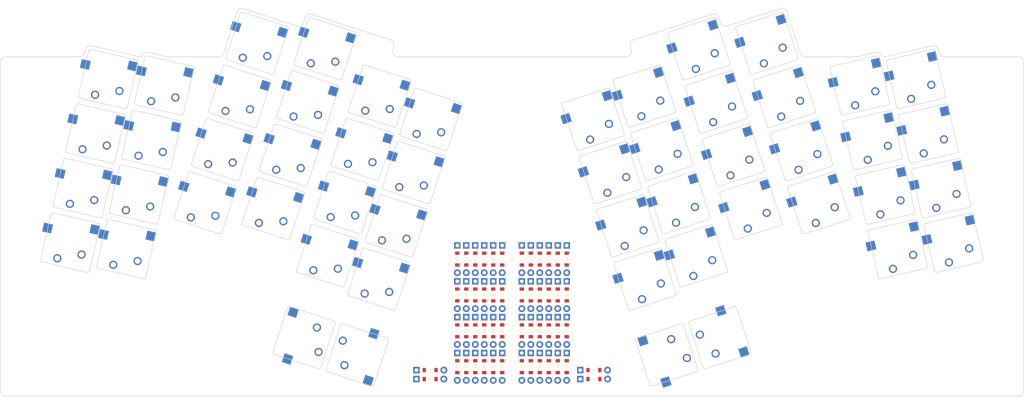
<source format=kicad_pcb>
(kicad_pcb (version 20171130) (host pcbnew 5.1.6)
  (title_block (title plate_fs) (rev v1.0.0) (company Unknown))
  (layers (0 F.Cu signal) (31 B.Cu signal) (34 B.Paste user) (35 F.Paste user) (36 B.SilkS user) (37 F.SilkS user) (38 B.Mask user) (39 F.Mask user) (44 Edge.Cuts user))
  (net 0 "")
  (net 1 "P1")
  (net 2 "outer_bottom")
  (net 3 "outer_home")
  (net 4 "outer_top")
  (net 5 "outer_num")
  (net 6 "P0")
  (net 7 "pinky_bottom")
  (net 8 "pinky_home")
  (net 9 "pinky_top")
  (net 10 "pinky_num")
  (net 11 "P2")
  (net 12 "ring_bottom")
  (net 13 "ring_home")
  (net 14 "ring_top")
  (net 15 "ring_num")
  (net 16 "P3")
  (net 17 "middle_bottom")
  (net 18 "middle_home")
  (net 19 "middle_top")
  (net 20 "middle_num")
  (net 21 "P4")
  (net 22 "index_bottom")
  (net 23 "index_home")
  (net 24 "index_top")
  (net 25 "index_num")
  (net 26 "P5")
  (net 27 "inner_bottom")
  (net 28 "inner_home")
  (net 29 "inner_top")
  (net 30 "inner_num")
  (net 31 "outer_thumb")
  (net 32 "inner_thumb")
  (net 33 "P6")
  (net 34 "P7")
  (net 35 "P8")
  (net 36 "P9")
  (net 37 "index_thumb")
  (net 38 "P10")
  (net 39 "P21")
  (net 40 "mirror_outer_bottom")
  (net 41 "mirror_outer_home")
  (net 42 "mirror_outer_top")
  (net 43 "mirror_outer_num")
  (net 44 "P20")
  (net 45 "mirror_pinky_bottom")
  (net 46 "mirror_pinky_home")
  (net 47 "mirror_pinky_top")
  (net 48 "mirror_pinky_num")
  (net 49 "P19")
  (net 50 "mirror_ring_bottom")
  (net 51 "mirror_ring_home")
  (net 52 "mirror_ring_top")
  (net 53 "mirror_ring_num")
  (net 54 "P18")
  (net 55 "mirror_middle_bottom")
  (net 56 "mirror_middle_home")
  (net 57 "mirror_middle_top")
  (net 58 "mirror_middle_num")
  (net 59 "P15")
  (net 60 "mirror_index_bottom")
  (net 61 "mirror_index_home")
  (net 62 "mirror_index_top")
  (net 63 "mirror_index_num")
  (net 64 "P14")
  (net 65 "mirror_inner_bottom")
  (net 66 "mirror_inner_home")
  (net 67 "mirror_inner_top")
  (net 68 "mirror_inner_num")
  (net 69 "mirror_outer_thumb")
  (net 70 "mirror_inner_thumb")
  (net 71 "mirror_index_thumb")
  (module MX (layer F.Cu) (at 15.200173 3.5092364 167)
    (fp_text reference "S1" hide)
    (fp_text value "" hide)
    (pad "" np_thru_hole circle (at 0 0) (size 3.9878 3.9878) (drill 3.9878) (layers *.Cu *.Mask))
    (pad "" np_thru_hole circle (at 5.08 0) (size 1.7018 1.7018) (drill 1.7018) (layers *.Cu *.Mask))
    (pad "" np_thru_hole circle (at -5.08 0) (size 1.7018 1.7018) (drill 1.7018) (layers *.Cu *.Mask))
    (pad 1 thru_hole circle (at 2.54 -5.08) (size 2.286 2.286) (drill 1.4986) (layers *.Cu *.Mask) (net 1 "P1"))
    (pad 2 thru_hole circle (at -3.81 -2.54) (size 2.286 2.286) (drill 1.4986) (layers *.Cu *.Mask) (net 2 "outer_bottom"))
  )
  (module MX (layer F.Cu) (at 15.200173 3.5092364 -13)
    (fp_text reference "S2" hide)
    (fp_text value "" hide)
    (pad "" np_thru_hole circle (at 0 0) (size 3.9878 3.9878) (drill 3.9878) (layers *.Cu *.Mask))
    (pad "" np_thru_hole circle (at 5.08 0) (size 1.7018 1.7018) (drill 1.7018) (layers *.Cu *.Mask))
    (pad "" np_thru_hole circle (at -5.08 0) (size 1.7018 1.7018) (drill 1.7018) (layers *.Cu *.Mask))
    (pad "" np_thru_hole circle (at 2.54 -5.08) (size 3 3) (drill 3) (layers *.Cu *.Mask))
    (pad "" np_thru_hole circle (at -3.81 -2.54) (size 3 3) (drill 3) (layers *.Cu *.Mask))
    (pad 1 smd rect (at -7.085 -2.54 167) (size 2.55 2.5) (layers B.Cu B.Paste B.Mask) (net 1 "P1"))
    (pad 2 smd rect (at 5.842 -5.08 167) (size 2.55 2.5) (layers B.Cu B.Paste B.Mask) (net 2 "outer_bottom"))
  )
  (module MX (layer F.Cu) (at 18.7094095 -11.6909366 167)
    (fp_text reference "S3" hide)
    (fp_text value "" hide)
    (pad "" np_thru_hole circle (at 0 0) (size 3.9878 3.9878) (drill 3.9878) (layers *.Cu *.Mask))
    (pad "" np_thru_hole circle (at 5.08 0) (size 1.7018 1.7018) (drill 1.7018) (layers *.Cu *.Mask))
    (pad "" np_thru_hole circle (at -5.08 0) (size 1.7018 1.7018) (drill 1.7018) (layers *.Cu *.Mask))
    (pad 1 thru_hole circle (at 2.54 -5.08) (size 2.286 2.286) (drill 1.4986) (layers *.Cu *.Mask) (net 1 "P1"))
    (pad 2 thru_hole circle (at -3.81 -2.54) (size 2.286 2.286) (drill 1.4986) (layers *.Cu *.Mask) (net 3 "outer_home"))
  )
  (module MX (layer F.Cu) (at 18.7094095 -11.6909366 -13)
    (fp_text reference "S4" hide)
    (fp_text value "" hide)
    (pad "" np_thru_hole circle (at 0 0) (size 3.9878 3.9878) (drill 3.9878) (layers *.Cu *.Mask))
    (pad "" np_thru_hole circle (at 5.08 0) (size 1.7018 1.7018) (drill 1.7018) (layers *.Cu *.Mask))
    (pad "" np_thru_hole circle (at -5.08 0) (size 1.7018 1.7018) (drill 1.7018) (layers *.Cu *.Mask))
    (pad "" np_thru_hole circle (at 2.54 -5.08) (size 3 3) (drill 3) (layers *.Cu *.Mask))
    (pad "" np_thru_hole circle (at -3.81 -2.54) (size 3 3) (drill 3) (layers *.Cu *.Mask))
    (pad 1 smd rect (at -7.085 -2.54 167) (size 2.55 2.5) (layers B.Cu B.Paste B.Mask) (net 1 "P1"))
    (pad 2 smd rect (at 5.842 -5.08 167) (size 2.55 2.5) (layers B.Cu B.Paste B.Mask) (net 3 "outer_home"))
  )
  (module MX (layer F.Cu) (at 22.2186459 -26.8911096 167)
    (fp_text reference "S5" hide)
    (fp_text value "" hide)
    (pad "" np_thru_hole circle (at 0 0) (size 3.9878 3.9878) (drill 3.9878) (layers *.Cu *.Mask))
    (pad "" np_thru_hole circle (at 5.08 0) (size 1.7018 1.7018) (drill 1.7018) (layers *.Cu *.Mask))
    (pad "" np_thru_hole circle (at -5.08 0) (size 1.7018 1.7018) (drill 1.7018) (layers *.Cu *.Mask))
    (pad 1 thru_hole circle (at 2.54 -5.08) (size 2.286 2.286) (drill 1.4986) (layers *.Cu *.Mask) (net 1 "P1"))
    (pad 2 thru_hole circle (at -3.81 -2.54) (size 2.286 2.286) (drill 1.4986) (layers *.Cu *.Mask) (net 4 "outer_top"))
  )
  (module MX (layer F.Cu) (at 22.2186459 -26.8911096 -13)
    (fp_text reference "S6" hide)
    (fp_text value "" hide)
    (pad "" np_thru_hole circle (at 0 0) (size 3.9878 3.9878) (drill 3.9878) (layers *.Cu *.Mask))
    (pad "" np_thru_hole circle (at 5.08 0) (size 1.7018 1.7018) (drill 1.7018) (layers *.Cu *.Mask))
    (pad "" np_thru_hole circle (at -5.08 0) (size 1.7018 1.7018) (drill 1.7018) (layers *.Cu *.Mask))
    (pad "" np_thru_hole circle (at 2.54 -5.08) (size 3 3) (drill 3) (layers *.Cu *.Mask))
    (pad "" np_thru_hole circle (at -3.81 -2.54) (size 3 3) (drill 3) (layers *.Cu *.Mask))
    (pad 1 smd rect (at -7.085 -2.54 167) (size 2.55 2.5) (layers B.Cu B.Paste B.Mask) (net 1 "P1"))
    (pad 2 smd rect (at 5.842 -5.08 167) (size 2.55 2.5) (layers B.Cu B.Paste B.Mask) (net 4 "outer_top"))
  )
  (module MX (layer F.Cu) (at 25.7278824 -42.0912826 167)
    (fp_text reference "S7" hide)
    (fp_text value "" hide)
    (pad "" np_thru_hole circle (at 0 0) (size 3.9878 3.9878) (drill 3.9878) (layers *.Cu *.Mask))
    (pad "" np_thru_hole circle (at 5.08 0) (size 1.7018 1.7018) (drill 1.7018) (layers *.Cu *.Mask))
    (pad "" np_thru_hole circle (at -5.08 0) (size 1.7018 1.7018) (drill 1.7018) (layers *.Cu *.Mask))
    (pad 1 thru_hole circle (at 2.54 -5.08) (size 2.286 2.286) (drill 1.4986) (layers *.Cu *.Mask) (net 1 "P1"))
    (pad 2 thru_hole circle (at -3.81 -2.54) (size 2.286 2.286) (drill 1.4986) (layers *.Cu *.Mask) (net 5 "outer_num"))
  )
  (module MX (layer F.Cu) (at 25.7278824 -42.0912826 -13)
    (fp_text reference "S8" hide)
    (fp_text value "" hide)
    (pad "" np_thru_hole circle (at 0 0) (size 3.9878 3.9878) (drill 3.9878) (layers *.Cu *.Mask))
    (pad "" np_thru_hole circle (at 5.08 0) (size 1.7018 1.7018) (drill 1.7018) (layers *.Cu *.Mask))
    (pad "" np_thru_hole circle (at -5.08 0) (size 1.7018 1.7018) (drill 1.7018) (layers *.Cu *.Mask))
    (pad "" np_thru_hole circle (at 2.54 -5.08) (size 3 3) (drill 3) (layers *.Cu *.Mask))
    (pad "" np_thru_hole circle (at -3.81 -2.54) (size 3 3) (drill 3) (layers *.Cu *.Mask))
    (pad 1 smd rect (at -7.085 -2.54 167) (size 2.55 2.5) (layers B.Cu B.Paste B.Mask) (net 1 "P1"))
    (pad 2 smd rect (at 5.842 -5.08 167) (size 2.55 2.5) (layers B.Cu B.Paste B.Mask) (net 5 "outer_num"))
  )
  (module MX (layer F.Cu) (at 30.7940104 5.3133253 167)
    (fp_text reference "S9" hide)
    (fp_text value "" hide)
    (pad "" np_thru_hole circle (at 0 0) (size 3.9878 3.9878) (drill 3.9878) (layers *.Cu *.Mask))
    (pad "" np_thru_hole circle (at 5.08 0) (size 1.7018 1.7018) (drill 1.7018) (layers *.Cu *.Mask))
    (pad "" np_thru_hole circle (at -5.08 0) (size 1.7018 1.7018) (drill 1.7018) (layers *.Cu *.Mask))
    (pad 1 thru_hole circle (at 2.54 -5.08) (size 2.286 2.286) (drill 1.4986) (layers *.Cu *.Mask) (net 6 "P0"))
    (pad 2 thru_hole circle (at -3.81 -2.54) (size 2.286 2.286) (drill 1.4986) (layers *.Cu *.Mask) (net 7 "pinky_bottom"))
  )
  (module MX (layer F.Cu) (at 30.7940104 5.3133253 -13)
    (fp_text reference "S10" hide)
    (fp_text value "" hide)
    (pad "" np_thru_hole circle (at 0 0) (size 3.9878 3.9878) (drill 3.9878) (layers *.Cu *.Mask))
    (pad "" np_thru_hole circle (at 5.08 0) (size 1.7018 1.7018) (drill 1.7018) (layers *.Cu *.Mask))
    (pad "" np_thru_hole circle (at -5.08 0) (size 1.7018 1.7018) (drill 1.7018) (layers *.Cu *.Mask))
    (pad "" np_thru_hole circle (at 2.54 -5.08) (size 3 3) (drill 3) (layers *.Cu *.Mask))
    (pad "" np_thru_hole circle (at -3.81 -2.54) (size 3 3) (drill 3) (layers *.Cu *.Mask))
    (pad 1 smd rect (at -7.085 -2.54 167) (size 2.55 2.5) (layers B.Cu B.Paste B.Mask) (net 6 "P0"))
    (pad 2 smd rect (at 5.842 -5.08 167) (size 2.55 2.5) (layers B.Cu B.Paste B.Mask) (net 7 "pinky_bottom"))
  )
  (module MX (layer F.Cu) (at 34.3032468 -9.8868477 167)
    (fp_text reference "S11" hide)
    (fp_text value "" hide)
    (pad "" np_thru_hole circle (at 0 0) (size 3.9878 3.9878) (drill 3.9878) (layers *.Cu *.Mask))
    (pad "" np_thru_hole circle (at 5.08 0) (size 1.7018 1.7018) (drill 1.7018) (layers *.Cu *.Mask))
    (pad "" np_thru_hole circle (at -5.08 0) (size 1.7018 1.7018) (drill 1.7018) (layers *.Cu *.Mask))
    (pad 1 thru_hole circle (at 2.54 -5.08) (size 2.286 2.286) (drill 1.4986) (layers *.Cu *.Mask) (net 6 "P0"))
    (pad 2 thru_hole circle (at -3.81 -2.54) (size 2.286 2.286) (drill 1.4986) (layers *.Cu *.Mask) (net 8 "pinky_home"))
  )
  (module MX (layer F.Cu) (at 34.3032468 -9.8868477 -13)
    (fp_text reference "S12" hide)
    (fp_text value "" hide)
    (pad "" np_thru_hole circle (at 0 0) (size 3.9878 3.9878) (drill 3.9878) (layers *.Cu *.Mask))
    (pad "" np_thru_hole circle (at 5.08 0) (size 1.7018 1.7018) (drill 1.7018) (layers *.Cu *.Mask))
    (pad "" np_thru_hole circle (at -5.08 0) (size 1.7018 1.7018) (drill 1.7018) (layers *.Cu *.Mask))
    (pad "" np_thru_hole circle (at 2.54 -5.08) (size 3 3) (drill 3) (layers *.Cu *.Mask))
    (pad "" np_thru_hole circle (at -3.81 -2.54) (size 3 3) (drill 3) (layers *.Cu *.Mask))
    (pad 1 smd rect (at -7.085 -2.54 167) (size 2.55 2.5) (layers B.Cu B.Paste B.Mask) (net 6 "P0"))
    (pad 2 smd rect (at 5.842 -5.08 167) (size 2.55 2.5) (layers B.Cu B.Paste B.Mask) (net 8 "pinky_home"))
  )
  (module MX (layer F.Cu) (at 37.8124833 -25.0870207 167)
    (fp_text reference "S13" hide)
    (fp_text value "" hide)
    (pad "" np_thru_hole circle (at 0 0) (size 3.9878 3.9878) (drill 3.9878) (layers *.Cu *.Mask))
    (pad "" np_thru_hole circle (at 5.08 0) (size 1.7018 1.7018) (drill 1.7018) (layers *.Cu *.Mask))
    (pad "" np_thru_hole circle (at -5.08 0) (size 1.7018 1.7018) (drill 1.7018) (layers *.Cu *.Mask))
    (pad 1 thru_hole circle (at 2.54 -5.08) (size 2.286 2.286) (drill 1.4986) (layers *.Cu *.Mask) (net 6 "P0"))
    (pad 2 thru_hole circle (at -3.81 -2.54) (size 2.286 2.286) (drill 1.4986) (layers *.Cu *.Mask) (net 9 "pinky_top"))
  )
  (module MX (layer F.Cu) (at 37.8124833 -25.0870207 -13)
    (fp_text reference "S14" hide)
    (fp_text value "" hide)
    (pad "" np_thru_hole circle (at 0 0) (size 3.9878 3.9878) (drill 3.9878) (layers *.Cu *.Mask))
    (pad "" np_thru_hole circle (at 5.08 0) (size 1.7018 1.7018) (drill 1.7018) (layers *.Cu *.Mask))
    (pad "" np_thru_hole circle (at -5.08 0) (size 1.7018 1.7018) (drill 1.7018) (layers *.Cu *.Mask))
    (pad "" np_thru_hole circle (at 2.54 -5.08) (size 3 3) (drill 3) (layers *.Cu *.Mask))
    (pad "" np_thru_hole circle (at -3.81 -2.54) (size 3 3) (drill 3) (layers *.Cu *.Mask))
    (pad 1 smd rect (at -7.085 -2.54 167) (size 2.55 2.5) (layers B.Cu B.Paste B.Mask) (net 6 "P0"))
    (pad 2 smd rect (at 5.842 -5.08 167) (size 2.55 2.5) (layers B.Cu B.Paste B.Mask) (net 9 "pinky_top"))
  )
  (module MX (layer F.Cu) (at 41.3217197 -40.2871937 167)
    (fp_text reference "S15" hide)
    (fp_text value "" hide)
    (pad "" np_thru_hole circle (at 0 0) (size 3.9878 3.9878) (drill 3.9878) (layers *.Cu *.Mask))
    (pad "" np_thru_hole circle (at 5.08 0) (size 1.7018 1.7018) (drill 1.7018) (layers *.Cu *.Mask))
    (pad "" np_thru_hole circle (at -5.08 0) (size 1.7018 1.7018) (drill 1.7018) (layers *.Cu *.Mask))
    (pad 1 thru_hole circle (at 2.54 -5.08) (size 2.286 2.286) (drill 1.4986) (layers *.Cu *.Mask) (net 6 "P0"))
    (pad 2 thru_hole circle (at -3.81 -2.54) (size 2.286 2.286) (drill 1.4986) (layers *.Cu *.Mask) (net 10 "pinky_num"))
  )
  (module MX (layer F.Cu) (at 41.3217197 -40.2871937 -13)
    (fp_text reference "S16" hide)
    (fp_text value "" hide)
    (pad "" np_thru_hole circle (at 0 0) (size 3.9878 3.9878) (drill 3.9878) (layers *.Cu *.Mask))
    (pad "" np_thru_hole circle (at 5.08 0) (size 1.7018 1.7018) (drill 1.7018) (layers *.Cu *.Mask))
    (pad "" np_thru_hole circle (at -5.08 0) (size 1.7018 1.7018) (drill 1.7018) (layers *.Cu *.Mask))
    (pad "" np_thru_hole circle (at 2.54 -5.08) (size 3 3) (drill 3) (layers *.Cu *.Mask))
    (pad "" np_thru_hole circle (at -3.81 -2.54) (size 3 3) (drill 3) (layers *.Cu *.Mask))
    (pad 1 smd rect (at -7.085 -2.54 167) (size 2.55 2.5) (layers B.Cu B.Paste B.Mask) (net 6 "P0"))
    (pad 2 smd rect (at 5.842 -5.08 167) (size 2.55 2.5) (layers B.Cu B.Paste B.Mask) (net 10 "pinky_num"))
  )
  (module MX (layer F.Cu) (at 52.7565 -7.5765563 162)
    (fp_text reference "S17" hide)
    (fp_text value "" hide)
    (pad "" np_thru_hole circle (at 0 0) (size 3.9878 3.9878) (drill 3.9878) (layers *.Cu *.Mask))
    (pad "" np_thru_hole circle (at 5.08 0) (size 1.7018 1.7018) (drill 1.7018) (layers *.Cu *.Mask))
    (pad "" np_thru_hole circle (at -5.08 0) (size 1.7018 1.7018) (drill 1.7018) (layers *.Cu *.Mask))
    (pad 1 thru_hole circle (at 2.54 -5.08) (size 2.286 2.286) (drill 1.4986) (layers *.Cu *.Mask) (net 11 "P2"))
    (pad 2 thru_hole circle (at -3.81 -2.54) (size 2.286 2.286) (drill 1.4986) (layers *.Cu *.Mask) (net 12 "ring_bottom"))
  )
  (module MX (layer F.Cu) (at 52.7565 -7.5765563 -18)
    (fp_text reference "S18" hide)
    (fp_text value "" hide)
    (pad "" np_thru_hole circle (at 0 0) (size 3.9878 3.9878) (drill 3.9878) (layers *.Cu *.Mask))
    (pad "" np_thru_hole circle (at 5.08 0) (size 1.7018 1.7018) (drill 1.7018) (layers *.Cu *.Mask))
    (pad "" np_thru_hole circle (at -5.08 0) (size 1.7018 1.7018) (drill 1.7018) (layers *.Cu *.Mask))
    (pad "" np_thru_hole circle (at 2.54 -5.08) (size 3 3) (drill 3) (layers *.Cu *.Mask))
    (pad "" np_thru_hole circle (at -3.81 -2.54) (size 3 3) (drill 3) (layers *.Cu *.Mask))
    (pad 1 smd rect (at -7.085 -2.54 162) (size 2.55 2.5) (layers B.Cu B.Paste B.Mask) (net 11 "P2"))
    (pad 2 smd rect (at 5.842 -5.08 162) (size 2.55 2.5) (layers B.Cu B.Paste B.Mask) (net 12 "ring_bottom"))
  )
  (module MX (layer F.Cu) (at 57.5771651 -22.413038 162)
    (fp_text reference "S19" hide)
    (fp_text value "" hide)
    (pad "" np_thru_hole circle (at 0 0) (size 3.9878 3.9878) (drill 3.9878) (layers *.Cu *.Mask))
    (pad "" np_thru_hole circle (at 5.08 0) (size 1.7018 1.7018) (drill 1.7018) (layers *.Cu *.Mask))
    (pad "" np_thru_hole circle (at -5.08 0) (size 1.7018 1.7018) (drill 1.7018) (layers *.Cu *.Mask))
    (pad 1 thru_hole circle (at 2.54 -5.08) (size 2.286 2.286) (drill 1.4986) (layers *.Cu *.Mask) (net 11 "P2"))
    (pad 2 thru_hole circle (at -3.81 -2.54) (size 2.286 2.286) (drill 1.4986) (layers *.Cu *.Mask) (net 13 "ring_home"))
  )
  (module MX (layer F.Cu) (at 57.5771651 -22.413038 -18)
    (fp_text reference "S20" hide)
    (fp_text value "" hide)
    (pad "" np_thru_hole circle (at 0 0) (size 3.9878 3.9878) (drill 3.9878) (layers *.Cu *.Mask))
    (pad "" np_thru_hole circle (at 5.08 0) (size 1.7018 1.7018) (drill 1.7018) (layers *.Cu *.Mask))
    (pad "" np_thru_hole circle (at -5.08 0) (size 1.7018 1.7018) (drill 1.7018) (layers *.Cu *.Mask))
    (pad "" np_thru_hole circle (at 2.54 -5.08) (size 3 3) (drill 3) (layers *.Cu *.Mask))
    (pad "" np_thru_hole circle (at -3.81 -2.54) (size 3 3) (drill 3) (layers *.Cu *.Mask))
    (pad 1 smd rect (at -7.085 -2.54 162) (size 2.55 2.5) (layers B.Cu B.Paste B.Mask) (net 11 "P2"))
    (pad 2 smd rect (at 5.842 -5.08 162) (size 2.55 2.5) (layers B.Cu B.Paste B.Mask) (net 13 "ring_home"))
  )
  (module MX (layer F.Cu) (at 62.3978303 -37.2495197 162)
    (fp_text reference "S21" hide)
    (fp_text value "" hide)
    (pad "" np_thru_hole circle (at 0 0) (size 3.9878 3.9878) (drill 3.9878) (layers *.Cu *.Mask))
    (pad "" np_thru_hole circle (at 5.08 0) (size 1.7018 1.7018) (drill 1.7018) (layers *.Cu *.Mask))
    (pad "" np_thru_hole circle (at -5.08 0) (size 1.7018 1.7018) (drill 1.7018) (layers *.Cu *.Mask))
    (pad 1 thru_hole circle (at 2.54 -5.08) (size 2.286 2.286) (drill 1.4986) (layers *.Cu *.Mask) (net 11 "P2"))
    (pad 2 thru_hole circle (at -3.81 -2.54) (size 2.286 2.286) (drill 1.4986) (layers *.Cu *.Mask) (net 14 "ring_top"))
  )
  (module MX (layer F.Cu) (at 62.3978303 -37.2495197 -18)
    (fp_text reference "S22" hide)
    (fp_text value "" hide)
    (pad "" np_thru_hole circle (at 0 0) (size 3.9878 3.9878) (drill 3.9878) (layers *.Cu *.Mask))
    (pad "" np_thru_hole circle (at 5.08 0) (size 1.7018 1.7018) (drill 1.7018) (layers *.Cu *.Mask))
    (pad "" np_thru_hole circle (at -5.08 0) (size 1.7018 1.7018) (drill 1.7018) (layers *.Cu *.Mask))
    (pad "" np_thru_hole circle (at 2.54 -5.08) (size 3 3) (drill 3) (layers *.Cu *.Mask))
    (pad "" np_thru_hole circle (at -3.81 -2.54) (size 3 3) (drill 3) (layers *.Cu *.Mask))
    (pad 1 smd rect (at -7.085 -2.54 162) (size 2.55 2.5) (layers B.Cu B.Paste B.Mask) (net 11 "P2"))
    (pad 2 smd rect (at 5.842 -5.08 162) (size 2.55 2.5) (layers B.Cu B.Paste B.Mask) (net 14 "ring_top"))
  )
  (module MX (layer F.Cu) (at 67.2184954 -52.0860013 162)
    (fp_text reference "S23" hide)
    (fp_text value "" hide)
    (pad "" np_thru_hole circle (at 0 0) (size 3.9878 3.9878) (drill 3.9878) (layers *.Cu *.Mask))
    (pad "" np_thru_hole circle (at 5.08 0) (size 1.7018 1.7018) (drill 1.7018) (layers *.Cu *.Mask))
    (pad "" np_thru_hole circle (at -5.08 0) (size 1.7018 1.7018) (drill 1.7018) (layers *.Cu *.Mask))
    (pad 1 thru_hole circle (at 2.54 -5.08) (size 2.286 2.286) (drill 1.4986) (layers *.Cu *.Mask) (net 11 "P2"))
    (pad 2 thru_hole circle (at -3.81 -2.54) (size 2.286 2.286) (drill 1.4986) (layers *.Cu *.Mask) (net 15 "ring_num"))
  )
  (module MX (layer F.Cu) (at 67.2184954 -52.0860013 -18)
    (fp_text reference "S24" hide)
    (fp_text value "" hide)
    (pad "" np_thru_hole circle (at 0 0) (size 3.9878 3.9878) (drill 3.9878) (layers *.Cu *.Mask))
    (pad "" np_thru_hole circle (at 5.08 0) (size 1.7018 1.7018) (drill 1.7018) (layers *.Cu *.Mask))
    (pad "" np_thru_hole circle (at -5.08 0) (size 1.7018 1.7018) (drill 1.7018) (layers *.Cu *.Mask))
    (pad "" np_thru_hole circle (at 2.54 -5.08) (size 3 3) (drill 3) (layers *.Cu *.Mask))
    (pad "" np_thru_hole circle (at -3.81 -2.54) (size 3 3) (drill 3) (layers *.Cu *.Mask))
    (pad 1 smd rect (at -7.085 -2.54 162) (size 2.55 2.5) (layers B.Cu B.Paste B.Mask) (net 11 "P2"))
    (pad 2 smd rect (at 5.842 -5.08 162) (size 2.55 2.5) (layers B.Cu B.Paste B.Mask) (net 15 "ring_num"))
  )
  (module MX (layer F.Cu) (at 71.7029949 -6.0206142 162)
    (fp_text reference "S25" hide)
    (fp_text value "" hide)
    (pad "" np_thru_hole circle (at 0 0) (size 3.9878 3.9878) (drill 3.9878) (layers *.Cu *.Mask))
    (pad "" np_thru_hole circle (at 5.08 0) (size 1.7018 1.7018) (drill 1.7018) (layers *.Cu *.Mask))
    (pad "" np_thru_hole circle (at -5.08 0) (size 1.7018 1.7018) (drill 1.7018) (layers *.Cu *.Mask))
    (pad 1 thru_hole circle (at 2.54 -5.08) (size 2.286 2.286) (drill 1.4986) (layers *.Cu *.Mask) (net 16 "P3"))
    (pad 2 thru_hole circle (at -3.81 -2.54) (size 2.286 2.286) (drill 1.4986) (layers *.Cu *.Mask) (net 17 "middle_bottom"))
  )
  (module MX (layer F.Cu) (at 71.7029949 -6.0206142 -18)
    (fp_text reference "S26" hide)
    (fp_text value "" hide)
    (pad "" np_thru_hole circle (at 0 0) (size 3.9878 3.9878) (drill 3.9878) (layers *.Cu *.Mask))
    (pad "" np_thru_hole circle (at 5.08 0) (size 1.7018 1.7018) (drill 1.7018) (layers *.Cu *.Mask))
    (pad "" np_thru_hole circle (at -5.08 0) (size 1.7018 1.7018) (drill 1.7018) (layers *.Cu *.Mask))
    (pad "" np_thru_hole circle (at 2.54 -5.08) (size 3 3) (drill 3) (layers *.Cu *.Mask))
    (pad "" np_thru_hole circle (at -3.81 -2.54) (size 3 3) (drill 3) (layers *.Cu *.Mask))
    (pad 1 smd rect (at -7.085 -2.54 162) (size 2.55 2.5) (layers B.Cu B.Paste B.Mask) (net 16 "P3"))
    (pad 2 smd rect (at 5.842 -5.08 162) (size 2.55 2.5) (layers B.Cu B.Paste B.Mask) (net 17 "middle_bottom"))
  )
  (module MX (layer F.Cu) (at 76.5236601 -20.8570959 162)
    (fp_text reference "S27" hide)
    (fp_text value "" hide)
    (pad "" np_thru_hole circle (at 0 0) (size 3.9878 3.9878) (drill 3.9878) (layers *.Cu *.Mask))
    (pad "" np_thru_hole circle (at 5.08 0) (size 1.7018 1.7018) (drill 1.7018) (layers *.Cu *.Mask))
    (pad "" np_thru_hole circle (at -5.08 0) (size 1.7018 1.7018) (drill 1.7018) (layers *.Cu *.Mask))
    (pad 1 thru_hole circle (at 2.54 -5.08) (size 2.286 2.286) (drill 1.4986) (layers *.Cu *.Mask) (net 16 "P3"))
    (pad 2 thru_hole circle (at -3.81 -2.54) (size 2.286 2.286) (drill 1.4986) (layers *.Cu *.Mask) (net 18 "middle_home"))
  )
  (module MX (layer F.Cu) (at 76.5236601 -20.8570959 -18)
    (fp_text reference "S28" hide)
    (fp_text value "" hide)
    (pad "" np_thru_hole circle (at 0 0) (size 3.9878 3.9878) (drill 3.9878) (layers *.Cu *.Mask))
    (pad "" np_thru_hole circle (at 5.08 0) (size 1.7018 1.7018) (drill 1.7018) (layers *.Cu *.Mask))
    (pad "" np_thru_hole circle (at -5.08 0) (size 1.7018 1.7018) (drill 1.7018) (layers *.Cu *.Mask))
    (pad "" np_thru_hole circle (at 2.54 -5.08) (size 3 3) (drill 3) (layers *.Cu *.Mask))
    (pad "" np_thru_hole circle (at -3.81 -2.54) (size 3 3) (drill 3) (layers *.Cu *.Mask))
    (pad 1 smd rect (at -7.085 -2.54 162) (size 2.55 2.5) (layers B.Cu B.Paste B.Mask) (net 16 "P3"))
    (pad 2 smd rect (at 5.842 -5.08 162) (size 2.55 2.5) (layers B.Cu B.Paste B.Mask) (net 18 "middle_home"))
  )
  (module MX (layer F.Cu) (at 81.3443252 -35.6935775 162)
    (fp_text reference "S29" hide)
    (fp_text value "" hide)
    (pad "" np_thru_hole circle (at 0 0) (size 3.9878 3.9878) (drill 3.9878) (layers *.Cu *.Mask))
    (pad "" np_thru_hole circle (at 5.08 0) (size 1.7018 1.7018) (drill 1.7018) (layers *.Cu *.Mask))
    (pad "" np_thru_hole circle (at -5.08 0) (size 1.7018 1.7018) (drill 1.7018) (layers *.Cu *.Mask))
    (pad 1 thru_hole circle (at 2.54 -5.08) (size 2.286 2.286) (drill 1.4986) (layers *.Cu *.Mask) (net 16 "P3"))
    (pad 2 thru_hole circle (at -3.81 -2.54) (size 2.286 2.286) (drill 1.4986) (layers *.Cu *.Mask) (net 19 "middle_top"))
  )
  (module MX (layer F.Cu) (at 81.3443252 -35.6935775 -18)
    (fp_text reference "S30" hide)
    (fp_text value "" hide)
    (pad "" np_thru_hole circle (at 0 0) (size 3.9878 3.9878) (drill 3.9878) (layers *.Cu *.Mask))
    (pad "" np_thru_hole circle (at 5.08 0) (size 1.7018 1.7018) (drill 1.7018) (layers *.Cu *.Mask))
    (pad "" np_thru_hole circle (at -5.08 0) (size 1.7018 1.7018) (drill 1.7018) (layers *.Cu *.Mask))
    (pad "" np_thru_hole circle (at 2.54 -5.08) (size 3 3) (drill 3) (layers *.Cu *.Mask))
    (pad "" np_thru_hole circle (at -3.81 -2.54) (size 3 3) (drill 3) (layers *.Cu *.Mask))
    (pad 1 smd rect (at -7.085 -2.54 162) (size 2.55 2.5) (layers B.Cu B.Paste B.Mask) (net 16 "P3"))
    (pad 2 smd rect (at 5.842 -5.08 162) (size 2.55 2.5) (layers B.Cu B.Paste B.Mask) (net 19 "middle_top"))
  )
  (module MX (layer F.Cu) (at 86.1649902 -50.5300591 162)
    (fp_text reference "S31" hide)
    (fp_text value "" hide)
    (pad "" np_thru_hole circle (at 0 0) (size 3.9878 3.9878) (drill 3.9878) (layers *.Cu *.Mask))
    (pad "" np_thru_hole circle (at 5.08 0) (size 1.7018 1.7018) (drill 1.7018) (layers *.Cu *.Mask))
    (pad "" np_thru_hole circle (at -5.08 0) (size 1.7018 1.7018) (drill 1.7018) (layers *.Cu *.Mask))
    (pad 1 thru_hole circle (at 2.54 -5.08) (size 2.286 2.286) (drill 1.4986) (layers *.Cu *.Mask) (net 16 "P3"))
    (pad 2 thru_hole circle (at -3.81 -2.54) (size 2.286 2.286) (drill 1.4986) (layers *.Cu *.Mask) (net 20 "middle_num"))
  )
  (module MX (layer F.Cu) (at 86.1649902 -50.5300591 -18)
    (fp_text reference "S32" hide)
    (fp_text value "" hide)
    (pad "" np_thru_hole circle (at 0 0) (size 3.9878 3.9878) (drill 3.9878) (layers *.Cu *.Mask))
    (pad "" np_thru_hole circle (at 5.08 0) (size 1.7018 1.7018) (drill 1.7018) (layers *.Cu *.Mask))
    (pad "" np_thru_hole circle (at -5.08 0) (size 1.7018 1.7018) (drill 1.7018) (layers *.Cu *.Mask))
    (pad "" np_thru_hole circle (at 2.54 -5.08) (size 3 3) (drill 3) (layers *.Cu *.Mask))
    (pad "" np_thru_hole circle (at -3.81 -2.54) (size 3 3) (drill 3) (layers *.Cu *.Mask))
    (pad 1 smd rect (at -7.085 -2.54 162) (size 2.55 2.5) (layers B.Cu B.Paste B.Mask) (net 16 "P3"))
    (pad 2 smd rect (at 5.842 -5.08 162) (size 2.55 2.5) (layers B.Cu B.Paste B.Mask) (net 20 "middle_num"))
  )
  (module MX (layer F.Cu) (at 86.8640316 7.1857702 162)
    (fp_text reference "S33" hide)
    (fp_text value "" hide)
    (pad "" np_thru_hole circle (at 0 0) (size 3.9878 3.9878) (drill 3.9878) (layers *.Cu *.Mask))
    (pad "" np_thru_hole circle (at 5.08 0) (size 1.7018 1.7018) (drill 1.7018) (layers *.Cu *.Mask))
    (pad "" np_thru_hole circle (at -5.08 0) (size 1.7018 1.7018) (drill 1.7018) (layers *.Cu *.Mask))
    (pad 1 thru_hole circle (at 2.54 -5.08) (size 2.286 2.286) (drill 1.4986) (layers *.Cu *.Mask) (net 21 "P4"))
    (pad 2 thru_hole circle (at -3.81 -2.54) (size 2.286 2.286) (drill 1.4986) (layers *.Cu *.Mask) (net 22 "index_bottom"))
  )
  (module MX (layer F.Cu) (at 86.8640316 7.1857702 -18)
    (fp_text reference "S34" hide)
    (fp_text value "" hide)
    (pad "" np_thru_hole circle (at 0 0) (size 3.9878 3.9878) (drill 3.9878) (layers *.Cu *.Mask))
    (pad "" np_thru_hole circle (at 5.08 0) (size 1.7018 1.7018) (drill 1.7018) (layers *.Cu *.Mask))
    (pad "" np_thru_hole circle (at -5.08 0) (size 1.7018 1.7018) (drill 1.7018) (layers *.Cu *.Mask))
    (pad "" np_thru_hole circle (at 2.54 -5.08) (size 3 3) (drill 3) (layers *.Cu *.Mask))
    (pad "" np_thru_hole circle (at -3.81 -2.54) (size 3 3) (drill 3) (layers *.Cu *.Mask))
    (pad 1 smd rect (at -7.085 -2.54 162) (size 2.55 2.5) (layers B.Cu B.Paste B.Mask) (net 21 "P4"))
    (pad 2 smd rect (at 5.842 -5.08 162) (size 2.55 2.5) (layers B.Cu B.Paste B.Mask) (net 22 "index_bottom"))
  )
  (module MX (layer F.Cu) (at 91.6846967 -7.6507114 162)
    (fp_text reference "S35" hide)
    (fp_text value "" hide)
    (pad "" np_thru_hole circle (at 0 0) (size 3.9878 3.9878) (drill 3.9878) (layers *.Cu *.Mask))
    (pad "" np_thru_hole circle (at 5.08 0) (size 1.7018 1.7018) (drill 1.7018) (layers *.Cu *.Mask))
    (pad "" np_thru_hole circle (at -5.08 0) (size 1.7018 1.7018) (drill 1.7018) (layers *.Cu *.Mask))
    (pad 1 thru_hole circle (at 2.54 -5.08) (size 2.286 2.286) (drill 1.4986) (layers *.Cu *.Mask) (net 21 "P4"))
    (pad 2 thru_hole circle (at -3.81 -2.54) (size 2.286 2.286) (drill 1.4986) (layers *.Cu *.Mask) (net 23 "index_home"))
  )
  (module MX (layer F.Cu) (at 91.6846967 -7.6507114 -18)
    (fp_text reference "S36" hide)
    (fp_text value "" hide)
    (pad "" np_thru_hole circle (at 0 0) (size 3.9878 3.9878) (drill 3.9878) (layers *.Cu *.Mask))
    (pad "" np_thru_hole circle (at 5.08 0) (size 1.7018 1.7018) (drill 1.7018) (layers *.Cu *.Mask))
    (pad "" np_thru_hole circle (at -5.08 0) (size 1.7018 1.7018) (drill 1.7018) (layers *.Cu *.Mask))
    (pad "" np_thru_hole circle (at 2.54 -5.08) (size 3 3) (drill 3) (layers *.Cu *.Mask))
    (pad "" np_thru_hole circle (at -3.81 -2.54) (size 3 3) (drill 3) (layers *.Cu *.Mask))
    (pad 1 smd rect (at -7.085 -2.54 162) (size 2.55 2.5) (layers B.Cu B.Paste B.Mask) (net 21 "P4"))
    (pad 2 smd rect (at 5.842 -5.08 162) (size 2.55 2.5) (layers B.Cu B.Paste B.Mask) (net 23 "index_home"))
  )
  (module MX (layer F.Cu) (at 96.5053619 -22.4871931 162)
    (fp_text reference "S37" hide)
    (fp_text value "" hide)
    (pad "" np_thru_hole circle (at 0 0) (size 3.9878 3.9878) (drill 3.9878) (layers *.Cu *.Mask))
    (pad "" np_thru_hole circle (at 5.08 0) (size 1.7018 1.7018) (drill 1.7018) (layers *.Cu *.Mask))
    (pad "" np_thru_hole circle (at -5.08 0) (size 1.7018 1.7018) (drill 1.7018) (layers *.Cu *.Mask))
    (pad 1 thru_hole circle (at 2.54 -5.08) (size 2.286 2.286) (drill 1.4986) (layers *.Cu *.Mask) (net 21 "P4"))
    (pad 2 thru_hole circle (at -3.81 -2.54) (size 2.286 2.286) (drill 1.4986) (layers *.Cu *.Mask) (net 24 "index_top"))
  )
  (module MX (layer F.Cu) (at 96.5053619 -22.4871931 -18)
    (fp_text reference "S38" hide)
    (fp_text value "" hide)
    (pad "" np_thru_hole circle (at 0 0) (size 3.9878 3.9878) (drill 3.9878) (layers *.Cu *.Mask))
    (pad "" np_thru_hole circle (at 5.08 0) (size 1.7018 1.7018) (drill 1.7018) (layers *.Cu *.Mask))
    (pad "" np_thru_hole circle (at -5.08 0) (size 1.7018 1.7018) (drill 1.7018) (layers *.Cu *.Mask))
    (pad "" np_thru_hole circle (at 2.54 -5.08) (size 3 3) (drill 3) (layers *.Cu *.Mask))
    (pad "" np_thru_hole circle (at -3.81 -2.54) (size 3 3) (drill 3) (layers *.Cu *.Mask))
    (pad 1 smd rect (at -7.085 -2.54 162) (size 2.55 2.5) (layers B.Cu B.Paste B.Mask) (net 21 "P4"))
    (pad 2 smd rect (at 5.842 -5.08 162) (size 2.55 2.5) (layers B.Cu B.Paste B.Mask) (net 24 "index_top"))
  )
  (module MX (layer F.Cu) (at 101.326027 -37.3236747 162)
    (fp_text reference "S39" hide)
    (fp_text value "" hide)
    (pad "" np_thru_hole circle (at 0 0) (size 3.9878 3.9878) (drill 3.9878) (layers *.Cu *.Mask))
    (pad "" np_thru_hole circle (at 5.08 0) (size 1.7018 1.7018) (drill 1.7018) (layers *.Cu *.Mask))
    (pad "" np_thru_hole circle (at -5.08 0) (size 1.7018 1.7018) (drill 1.7018) (layers *.Cu *.Mask))
    (pad 1 thru_hole circle (at 2.54 -5.08) (size 2.286 2.286) (drill 1.4986) (layers *.Cu *.Mask) (net 21 "P4"))
    (pad 2 thru_hole circle (at -3.81 -2.54) (size 2.286 2.286) (drill 1.4986) (layers *.Cu *.Mask) (net 25 "index_num"))
  )
  (module MX (layer F.Cu) (at 101.326027 -37.3236747 -18)
    (fp_text reference "S40" hide)
    (fp_text value "" hide)
    (pad "" np_thru_hole circle (at 0 0) (size 3.9878 3.9878) (drill 3.9878) (layers *.Cu *.Mask))
    (pad "" np_thru_hole circle (at 5.08 0) (size 1.7018 1.7018) (drill 1.7018) (layers *.Cu *.Mask))
    (pad "" np_thru_hole circle (at -5.08 0) (size 1.7018 1.7018) (drill 1.7018) (layers *.Cu *.Mask))
    (pad "" np_thru_hole circle (at 2.54 -5.08) (size 3 3) (drill 3) (layers *.Cu *.Mask))
    (pad "" np_thru_hole circle (at -3.81 -2.54) (size 3 3) (drill 3) (layers *.Cu *.Mask))
    (pad 1 smd rect (at -7.085 -2.54 162) (size 2.55 2.5) (layers B.Cu B.Paste B.Mask) (net 21 "P4"))
    (pad 2 smd rect (at 5.842 -5.08 162) (size 2.55 2.5) (layers B.Cu B.Paste B.Mask) (net 25 "index_num"))
  )
  (module MX (layer F.Cu) (at 101.1597336 13.6707842 162)
    (fp_text reference "S41" hide)
    (fp_text value "" hide)
    (pad "" np_thru_hole circle (at 0 0) (size 3.9878 3.9878) (drill 3.9878) (layers *.Cu *.Mask))
    (pad "" np_thru_hole circle (at 5.08 0) (size 1.7018 1.7018) (drill 1.7018) (layers *.Cu *.Mask))
    (pad "" np_thru_hole circle (at -5.08 0) (size 1.7018 1.7018) (drill 1.7018) (layers *.Cu *.Mask))
    (pad 1 thru_hole circle (at 2.54 -5.08) (size 2.286 2.286) (drill 1.4986) (layers *.Cu *.Mask) (net 26 "P5"))
    (pad 2 thru_hole circle (at -3.81 -2.54) (size 2.286 2.286) (drill 1.4986) (layers *.Cu *.Mask) (net 27 "inner_bottom"))
  )
  (module MX (layer F.Cu) (at 101.1597336 13.6707842 -18)
    (fp_text reference "S42" hide)
    (fp_text value "" hide)
    (pad "" np_thru_hole circle (at 0 0) (size 3.9878 3.9878) (drill 3.9878) (layers *.Cu *.Mask))
    (pad "" np_thru_hole circle (at 5.08 0) (size 1.7018 1.7018) (drill 1.7018) (layers *.Cu *.Mask))
    (pad "" np_thru_hole circle (at -5.08 0) (size 1.7018 1.7018) (drill 1.7018) (layers *.Cu *.Mask))
    (pad "" np_thru_hole circle (at 2.54 -5.08) (size 3 3) (drill 3) (layers *.Cu *.Mask))
    (pad "" np_thru_hole circle (at -3.81 -2.54) (size 3 3) (drill 3) (layers *.Cu *.Mask))
    (pad 1 smd rect (at -7.085 -2.54 162) (size 2.55 2.5) (layers B.Cu B.Paste B.Mask) (net 26 "P5"))
    (pad 2 smd rect (at 5.842 -5.08 162) (size 2.55 2.5) (layers B.Cu B.Paste B.Mask) (net 27 "inner_bottom"))
  )
  (module MX (layer F.Cu) (at 105.9803987 -1.1656974 162)
    (fp_text reference "S43" hide)
    (fp_text value "" hide)
    (pad "" np_thru_hole circle (at 0 0) (size 3.9878 3.9878) (drill 3.9878) (layers *.Cu *.Mask))
    (pad "" np_thru_hole circle (at 5.08 0) (size 1.7018 1.7018) (drill 1.7018) (layers *.Cu *.Mask))
    (pad "" np_thru_hole circle (at -5.08 0) (size 1.7018 1.7018) (drill 1.7018) (layers *.Cu *.Mask))
    (pad 1 thru_hole circle (at 2.54 -5.08) (size 2.286 2.286) (drill 1.4986) (layers *.Cu *.Mask) (net 26 "P5"))
    (pad 2 thru_hole circle (at -3.81 -2.54) (size 2.286 2.286) (drill 1.4986) (layers *.Cu *.Mask) (net 28 "inner_home"))
  )
  (module MX (layer F.Cu) (at 105.9803987 -1.1656974 -18)
    (fp_text reference "S44" hide)
    (fp_text value "" hide)
    (pad "" np_thru_hole circle (at 0 0) (size 3.9878 3.9878) (drill 3.9878) (layers *.Cu *.Mask))
    (pad "" np_thru_hole circle (at 5.08 0) (size 1.7018 1.7018) (drill 1.7018) (layers *.Cu *.Mask))
    (pad "" np_thru_hole circle (at -5.08 0) (size 1.7018 1.7018) (drill 1.7018) (layers *.Cu *.Mask))
    (pad "" np_thru_hole circle (at 2.54 -5.08) (size 3 3) (drill 3) (layers *.Cu *.Mask))
    (pad "" np_thru_hole circle (at -3.81 -2.54) (size 3 3) (drill 3) (layers *.Cu *.Mask))
    (pad 1 smd rect (at -7.085 -2.54 162) (size 2.55 2.5) (layers B.Cu B.Paste B.Mask) (net 26 "P5"))
    (pad 2 smd rect (at 5.842 -5.08 162) (size 2.55 2.5) (layers B.Cu B.Paste B.Mask) (net 28 "inner_home"))
  )
  (module MX (layer F.Cu) (at 110.8010637 -16.002179 162)
    (fp_text reference "S45" hide)
    (fp_text value "" hide)
    (pad "" np_thru_hole circle (at 0 0) (size 3.9878 3.9878) (drill 3.9878) (layers *.Cu *.Mask))
    (pad "" np_thru_hole circle (at 5.08 0) (size 1.7018 1.7018) (drill 1.7018) (layers *.Cu *.Mask))
    (pad "" np_thru_hole circle (at -5.08 0) (size 1.7018 1.7018) (drill 1.7018) (layers *.Cu *.Mask))
    (pad 1 thru_hole circle (at 2.54 -5.08) (size 2.286 2.286) (drill 1.4986) (layers *.Cu *.Mask) (net 26 "P5"))
    (pad 2 thru_hole circle (at -3.81 -2.54) (size 2.286 2.286) (drill 1.4986) (layers *.Cu *.Mask) (net 29 "inner_top"))
  )
  (module MX (layer F.Cu) (at 110.8010637 -16.002179 -18)
    (fp_text reference "S46" hide)
    (fp_text value "" hide)
    (pad "" np_thru_hole circle (at 0 0) (size 3.9878 3.9878) (drill 3.9878) (layers *.Cu *.Mask))
    (pad "" np_thru_hole circle (at 5.08 0) (size 1.7018 1.7018) (drill 1.7018) (layers *.Cu *.Mask))
    (pad "" np_thru_hole circle (at -5.08 0) (size 1.7018 1.7018) (drill 1.7018) (layers *.Cu *.Mask))
    (pad "" np_thru_hole circle (at 2.54 -5.08) (size 3 3) (drill 3) (layers *.Cu *.Mask))
    (pad "" np_thru_hole circle (at -3.81 -2.54) (size 3 3) (drill 3) (layers *.Cu *.Mask))
    (pad 1 smd rect (at -7.085 -2.54 162) (size 2.55 2.5) (layers B.Cu B.Paste B.Mask) (net 26 "P5"))
    (pad 2 smd rect (at 5.842 -5.08 162) (size 2.55 2.5) (layers B.Cu B.Paste B.Mask) (net 29 "inner_top"))
  )
  (module MX (layer F.Cu) (at 115.6217289 -30.8386607 162)
    (fp_text reference "S47" hide)
    (fp_text value "" hide)
    (pad "" np_thru_hole circle (at 0 0) (size 3.9878 3.9878) (drill 3.9878) (layers *.Cu *.Mask))
    (pad "" np_thru_hole circle (at 5.08 0) (size 1.7018 1.7018) (drill 1.7018) (layers *.Cu *.Mask))
    (pad "" np_thru_hole circle (at -5.08 0) (size 1.7018 1.7018) (drill 1.7018) (layers *.Cu *.Mask))
    (pad 1 thru_hole circle (at 2.54 -5.08) (size 2.286 2.286) (drill 1.4986) (layers *.Cu *.Mask) (net 26 "P5"))
    (pad 2 thru_hole circle (at -3.81 -2.54) (size 2.286 2.286) (drill 1.4986) (layers *.Cu *.Mask) (net 30 "inner_num"))
  )
  (module MX (layer F.Cu) (at 115.6217289 -30.8386607 -18)
    (fp_text reference "S48" hide)
    (fp_text value "" hide)
    (pad "" np_thru_hole circle (at 0 0) (size 3.9878 3.9878) (drill 3.9878) (layers *.Cu *.Mask))
    (pad "" np_thru_hole circle (at 5.08 0) (size 1.7018 1.7018) (drill 1.7018) (layers *.Cu *.Mask))
    (pad "" np_thru_hole circle (at -5.08 0) (size 1.7018 1.7018) (drill 1.7018) (layers *.Cu *.Mask))
    (pad "" np_thru_hole circle (at 2.54 -5.08) (size 3 3) (drill 3) (layers *.Cu *.Mask))
    (pad "" np_thru_hole circle (at -3.81 -2.54) (size 3 3) (drill 3) (layers *.Cu *.Mask))
    (pad 1 smd rect (at -7.085 -2.54 162) (size 2.55 2.5) (layers B.Cu B.Paste B.Mask) (net 26 "P5"))
    (pad 2 smd rect (at 5.842 -5.08 162) (size 2.55 2.5) (layers B.Cu B.Paste B.Mask) (net 30 "inner_num"))
  )
  (module MX (layer F.Cu) (at 80.2857233 30.020576 252)
    (fp_text reference "S49" hide)
    (fp_text value "" hide)
    (pad "" np_thru_hole circle (at 0 0) (size 3.9878 3.9878) (drill 3.9878) (layers *.Cu *.Mask))
    (pad "" np_thru_hole circle (at 5.08 0) (size 1.7018 1.7018) (drill 1.7018) (layers *.Cu *.Mask))
    (pad "" np_thru_hole circle (at -5.08 0) (size 1.7018 1.7018) (drill 1.7018) (layers *.Cu *.Mask))
    (pad 1 thru_hole circle (at 2.54 -5.08) (size 2.286 2.286) (drill 1.4986) (layers *.Cu *.Mask) (net 21 "P4"))
    (pad 2 thru_hole circle (at -3.81 -2.54) (size 2.286 2.286) (drill 1.4986) (layers *.Cu *.Mask) (net 31 "outer_thumb"))
  )
  (module MX (layer F.Cu) (at 80.2857233 30.020576 72)
    (fp_text reference "S50" hide)
    (fp_text value "" hide)
    (pad "" np_thru_hole circle (at 0 0) (size 3.9878 3.9878) (drill 3.9878) (layers *.Cu *.Mask))
    (pad "" np_thru_hole circle (at 5.08 0) (size 1.7018 1.7018) (drill 1.7018) (layers *.Cu *.Mask))
    (pad "" np_thru_hole circle (at -5.08 0) (size 1.7018 1.7018) (drill 1.7018) (layers *.Cu *.Mask))
    (pad "" np_thru_hole circle (at 2.54 -5.08) (size 3 3) (drill 3) (layers *.Cu *.Mask))
    (pad "" np_thru_hole circle (at -3.81 -2.54) (size 3 3) (drill 3) (layers *.Cu *.Mask))
    (pad 1 smd rect (at -7.085 -2.54 252) (size 2.55 2.5) (layers B.Cu B.Paste B.Mask) (net 21 "P4"))
    (pad 2 smd rect (at 5.842 -5.08 252) (size 2.55 2.5) (layers B.Cu B.Paste B.Mask) (net 31 "outer_thumb"))
  )
  (module MX (layer F.Cu) (at 95.12220500000001 34.8412411 72)
    (fp_text reference "S51" hide)
    (fp_text value "" hide)
    (pad "" np_thru_hole circle (at 0 0) (size 3.9878 3.9878) (drill 3.9878) (layers *.Cu *.Mask))
    (pad "" np_thru_hole circle (at 5.08 0) (size 1.7018 1.7018) (drill 1.7018) (layers *.Cu *.Mask))
    (pad "" np_thru_hole circle (at -5.08 0) (size 1.7018 1.7018) (drill 1.7018) (layers *.Cu *.Mask))
    (pad 1 thru_hole circle (at 2.54 -5.08) (size 2.286 2.286) (drill 1.4986) (layers *.Cu *.Mask) (net 26 "P5"))
    (pad 2 thru_hole circle (at -3.81 -2.54) (size 2.286 2.286) (drill 1.4986) (layers *.Cu *.Mask) (net 32 "inner_thumb"))
  )
  (module MX (layer F.Cu) (at 95.12220500000001 34.8412411 -108)
    (fp_text reference "S52" hide)
    (fp_text value "" hide)
    (pad "" np_thru_hole circle (at 0 0) (size 3.9878 3.9878) (drill 3.9878) (layers *.Cu *.Mask))
    (pad "" np_thru_hole circle (at 5.08 0) (size 1.7018 1.7018) (drill 1.7018) (layers *.Cu *.Mask))
    (pad "" np_thru_hole circle (at -5.08 0) (size 1.7018 1.7018) (drill 1.7018) (layers *.Cu *.Mask))
    (pad "" np_thru_hole circle (at 2.54 -5.08) (size 3 3) (drill 3) (layers *.Cu *.Mask))
    (pad "" np_thru_hole circle (at -3.81 -2.54) (size 3 3) (drill 3) (layers *.Cu *.Mask))
    (pad 1 smd rect (at -7.085 -2.54 72) (size 2.55 2.5) (layers B.Cu B.Paste B.Mask) (net 26 "P5"))
    (pad 2 smd rect (at 5.842 -5.08 72) (size 2.55 2.5) (layers B.Cu B.Paste B.Mask) (net 32 "inner_thumb"))
  )
  (module ComboDiode (layer F.Cu) (at 122.97231699999999 38.1012902 -90)
    (fp_text reference "D1" hide)
    (fp_text value "" hide)
    (pad 1 smd rect (at -1.65 0 -90) (size 0.9 1.2) (layers F.Cu F.Paste F.Mask) (net 33 "P6"))
    (pad 2 smd rect (at 1.65 0 -90) (size 0.9 1.2) (layers F.Cu F.Paste F.Mask) (net 2 "outer_bottom"))
    (pad 1 thru_hole circle (at 3.81 0 -90) (size 1.905 1.905) (drill 0.9906) (layers *.Cu *.Mask) (net 2 "outer_bottom"))
    (pad 2 thru_hole rect (at -3.81 0 -90) (size 1.778 1.778) (drill 0.9906) (layers *.Cu *.Mask) (net 33 "P6"))
  )
  (module ComboDiode (layer F.Cu) (at 122.97231699999999 28.1012902 -90)
    (fp_text reference "D2" hide)
    (fp_text value "" hide)
    (pad 1 smd rect (at -1.65 0 -90) (size 0.9 1.2) (layers F.Cu F.Paste F.Mask) (net 34 "P7"))
    (pad 2 smd rect (at 1.65 0 -90) (size 0.9 1.2) (layers F.Cu F.Paste F.Mask) (net 3 "outer_home"))
    (pad 1 thru_hole circle (at 3.81 0 -90) (size 1.905 1.905) (drill 0.9906) (layers *.Cu *.Mask) (net 3 "outer_home"))
    (pad 2 thru_hole rect (at -3.81 0 -90) (size 1.778 1.778) (drill 0.9906) (layers *.Cu *.Mask) (net 34 "P7"))
  )
  (module ComboDiode (layer F.Cu) (at 122.97231699999999 18.1012902 -90)
    (fp_text reference "D3" hide)
    (fp_text value "" hide)
    (pad 1 smd rect (at -1.65 0 -90) (size 0.9 1.2) (layers F.Cu F.Paste F.Mask) (net 35 "P8"))
    (pad 2 smd rect (at 1.65 0 -90) (size 0.9 1.2) (layers F.Cu F.Paste F.Mask) (net 4 "outer_top"))
    (pad 1 thru_hole circle (at 3.81 0 -90) (size 1.905 1.905) (drill 0.9906) (layers *.Cu *.Mask) (net 4 "outer_top"))
    (pad 2 thru_hole rect (at -3.81 0 -90) (size 1.778 1.778) (drill 0.9906) (layers *.Cu *.Mask) (net 35 "P8"))
  )
  (module ComboDiode (layer F.Cu) (at 122.97231699999999 8.101290200000001 -90)
    (fp_text reference "D4" hide)
    (fp_text value "" hide)
    (pad 1 smd rect (at -1.65 0 -90) (size 0.9 1.2) (layers F.Cu F.Paste F.Mask) (net 36 "P9"))
    (pad 2 smd rect (at 1.65 0 -90) (size 0.9 1.2) (layers F.Cu F.Paste F.Mask) (net 5 "outer_num"))
    (pad 1 thru_hole circle (at 3.81 0 -90) (size 1.905 1.905) (drill 0.9906) (layers *.Cu *.Mask) (net 5 "outer_num"))
    (pad 2 thru_hole rect (at -3.81 0 -90) (size 1.778 1.778) (drill 0.9906) (layers *.Cu *.Mask) (net 36 "P9"))
  )
  (module ComboDiode (layer F.Cu) (at 125.47231699999999 38.1012902 -90)
    (fp_text reference "D5" hide)
    (fp_text value "" hide)
    (pad 1 smd rect (at -1.65 0 -90) (size 0.9 1.2) (layers F.Cu F.Paste F.Mask) (net 33 "P6"))
    (pad 2 smd rect (at 1.65 0 -90) (size 0.9 1.2) (layers F.Cu F.Paste F.Mask) (net 7 "pinky_bottom"))
    (pad 1 thru_hole circle (at 3.81 0 -90) (size 1.905 1.905) (drill 0.9906) (layers *.Cu *.Mask) (net 7 "pinky_bottom"))
    (pad 2 thru_hole rect (at -3.81 0 -90) (size 1.778 1.778) (drill 0.9906) (layers *.Cu *.Mask) (net 33 "P6"))
  )
  (module ComboDiode (layer F.Cu) (at 125.47231699999999 28.1012902 -90)
    (fp_text reference "D6" hide)
    (fp_text value "" hide)
    (pad 1 smd rect (at -1.65 0 -90) (size 0.9 1.2) (layers F.Cu F.Paste F.Mask) (net 34 "P7"))
    (pad 2 smd rect (at 1.65 0 -90) (size 0.9 1.2) (layers F.Cu F.Paste F.Mask) (net 8 "pinky_home"))
    (pad 1 thru_hole circle (at 3.81 0 -90) (size 1.905 1.905) (drill 0.9906) (layers *.Cu *.Mask) (net 8 "pinky_home"))
    (pad 2 thru_hole rect (at -3.81 0 -90) (size 1.778 1.778) (drill 0.9906) (layers *.Cu *.Mask) (net 34 "P7"))
  )
  (module ComboDiode (layer F.Cu) (at 125.47231699999999 18.1012902 -90)
    (fp_text reference "D7" hide)
    (fp_text value "" hide)
    (pad 1 smd rect (at -1.65 0 -90) (size 0.9 1.2) (layers F.Cu F.Paste F.Mask) (net 35 "P8"))
    (pad 2 smd rect (at 1.65 0 -90) (size 0.9 1.2) (layers F.Cu F.Paste F.Mask) (net 9 "pinky_top"))
    (pad 1 thru_hole circle (at 3.81 0 -90) (size 1.905 1.905) (drill 0.9906) (layers *.Cu *.Mask) (net 9 "pinky_top"))
    (pad 2 thru_hole rect (at -3.81 0 -90) (size 1.778 1.778) (drill 0.9906) (layers *.Cu *.Mask) (net 35 "P8"))
  )
  (module ComboDiode (layer F.Cu) (at 125.47231699999999 8.101290200000001 -90)
    (fp_text reference "D8" hide)
    (fp_text value "" hide)
    (pad 1 smd rect (at -1.65 0 -90) (size 0.9 1.2) (layers F.Cu F.Paste F.Mask) (net 36 "P9"))
    (pad 2 smd rect (at 1.65 0 -90) (size 0.9 1.2) (layers F.Cu F.Paste F.Mask) (net 10 "pinky_num"))
    (pad 1 thru_hole circle (at 3.81 0 -90) (size 1.905 1.905) (drill 0.9906) (layers *.Cu *.Mask) (net 10 "pinky_num"))
    (pad 2 thru_hole rect (at -3.81 0 -90) (size 1.778 1.778) (drill 0.9906) (layers *.Cu *.Mask) (net 36 "P9"))
  )
  (module ComboDiode (layer F.Cu) (at 127.97231699999999 38.1012902 -90)
    (fp_text reference "D9" hide)
    (fp_text value "" hide)
    (pad 1 smd rect (at -1.65 0 -90) (size 0.9 1.2) (layers F.Cu F.Paste F.Mask) (net 33 "P6"))
    (pad 2 smd rect (at 1.65 0 -90) (size 0.9 1.2) (layers F.Cu F.Paste F.Mask) (net 12 "ring_bottom"))
    (pad 1 thru_hole circle (at 3.81 0 -90) (size 1.905 1.905) (drill 0.9906) (layers *.Cu *.Mask) (net 12 "ring_bottom"))
    (pad 2 thru_hole rect (at -3.81 0 -90) (size 1.778 1.778) (drill 0.9906) (layers *.Cu *.Mask) (net 33 "P6"))
  )
  (module ComboDiode (layer F.Cu) (at 127.97231699999999 28.1012902 -90)
    (fp_text reference "D10" hide)
    (fp_text value "" hide)
    (pad 1 smd rect (at -1.65 0 -90) (size 0.9 1.2) (layers F.Cu F.Paste F.Mask) (net 34 "P7"))
    (pad 2 smd rect (at 1.65 0 -90) (size 0.9 1.2) (layers F.Cu F.Paste F.Mask) (net 13 "ring_home"))
    (pad 1 thru_hole circle (at 3.81 0 -90) (size 1.905 1.905) (drill 0.9906) (layers *.Cu *.Mask) (net 13 "ring_home"))
    (pad 2 thru_hole rect (at -3.81 0 -90) (size 1.778 1.778) (drill 0.9906) (layers *.Cu *.Mask) (net 34 "P7"))
  )
  (module ComboDiode (layer F.Cu) (at 127.97231699999999 18.1012902 -90)
    (fp_text reference "D11" hide)
    (fp_text value "" hide)
    (pad 1 smd rect (at -1.65 0 -90) (size 0.9 1.2) (layers F.Cu F.Paste F.Mask) (net 35 "P8"))
    (pad 2 smd rect (at 1.65 0 -90) (size 0.9 1.2) (layers F.Cu F.Paste F.Mask) (net 14 "ring_top"))
    (pad 1 thru_hole circle (at 3.81 0 -90) (size 1.905 1.905) (drill 0.9906) (layers *.Cu *.Mask) (net 14 "ring_top"))
    (pad 2 thru_hole rect (at -3.81 0 -90) (size 1.778 1.778) (drill 0.9906) (layers *.Cu *.Mask) (net 35 "P8"))
  )
  (module ComboDiode (layer F.Cu) (at 127.97231699999999 8.101290200000001 -90)
    (fp_text reference "D12" hide)
    (fp_text value "" hide)
    (pad 1 smd rect (at -1.65 0 -90) (size 0.9 1.2) (layers F.Cu F.Paste F.Mask) (net 36 "P9"))
    (pad 2 smd rect (at 1.65 0 -90) (size 0.9 1.2) (layers F.Cu F.Paste F.Mask) (net 15 "ring_num"))
    (pad 1 thru_hole circle (at 3.81 0 -90) (size 1.905 1.905) (drill 0.9906) (layers *.Cu *.Mask) (net 15 "ring_num"))
    (pad 2 thru_hole rect (at -3.81 0 -90) (size 1.778 1.778) (drill 0.9906) (layers *.Cu *.Mask) (net 36 "P9"))
  )
  (module ComboDiode (layer F.Cu) (at 130.47231699999998 38.1012902 -90)
    (fp_text reference "D13" hide)
    (fp_text value "" hide)
    (pad 1 smd rect (at -1.65 0 -90) (size 0.9 1.2) (layers F.Cu F.Paste F.Mask) (net 33 "P6"))
    (pad 2 smd rect (at 1.65 0 -90) (size 0.9 1.2) (layers F.Cu F.Paste F.Mask) (net 17 "middle_bottom"))
    (pad 1 thru_hole circle (at 3.81 0 -90) (size 1.905 1.905) (drill 0.9906) (layers *.Cu *.Mask) (net 17 "middle_bottom"))
    (pad 2 thru_hole rect (at -3.81 0 -90) (size 1.778 1.778) (drill 0.9906) (layers *.Cu *.Mask) (net 33 "P6"))
  )
  (module ComboDiode (layer F.Cu) (at 130.47231699999998 28.1012902 -90)
    (fp_text reference "D14" hide)
    (fp_text value "" hide)
    (pad 1 smd rect (at -1.65 0 -90) (size 0.9 1.2) (layers F.Cu F.Paste F.Mask) (net 34 "P7"))
    (pad 2 smd rect (at 1.65 0 -90) (size 0.9 1.2) (layers F.Cu F.Paste F.Mask) (net 18 "middle_home"))
    (pad 1 thru_hole circle (at 3.81 0 -90) (size 1.905 1.905) (drill 0.9906) (layers *.Cu *.Mask) (net 18 "middle_home"))
    (pad 2 thru_hole rect (at -3.81 0 -90) (size 1.778 1.778) (drill 0.9906) (layers *.Cu *.Mask) (net 34 "P7"))
  )
  (module ComboDiode (layer F.Cu) (at 130.47231699999998 18.1012902 -90)
    (fp_text reference "D15" hide)
    (fp_text value "" hide)
    (pad 1 smd rect (at -1.65 0 -90) (size 0.9 1.2) (layers F.Cu F.Paste F.Mask) (net 35 "P8"))
    (pad 2 smd rect (at 1.65 0 -90) (size 0.9 1.2) (layers F.Cu F.Paste F.Mask) (net 19 "middle_top"))
    (pad 1 thru_hole circle (at 3.81 0 -90) (size 1.905 1.905) (drill 0.9906) (layers *.Cu *.Mask) (net 19 "middle_top"))
    (pad 2 thru_hole rect (at -3.81 0 -90) (size 1.778 1.778) (drill 0.9906) (layers *.Cu *.Mask) (net 35 "P8"))
  )
  (module ComboDiode (layer F.Cu) (at 130.47231699999998 8.101290200000001 -90)
    (fp_text reference "D16" hide)
    (fp_text value "" hide)
    (pad 1 smd rect (at -1.65 0 -90) (size 0.9 1.2) (layers F.Cu F.Paste F.Mask) (net 36 "P9"))
    (pad 2 smd rect (at 1.65 0 -90) (size 0.9 1.2) (layers F.Cu F.Paste F.Mask) (net 20 "middle_num"))
    (pad 1 thru_hole circle (at 3.81 0 -90) (size 1.905 1.905) (drill 0.9906) (layers *.Cu *.Mask) (net 20 "middle_num"))
    (pad 2 thru_hole rect (at -3.81 0 -90) (size 1.778 1.778) (drill 0.9906) (layers *.Cu *.Mask) (net 36 "P9"))
  )
  (module ComboDiode (layer F.Cu) (at 132.97231699999998 38.1012902 -90)
    (fp_text reference "D17" hide)
    (fp_text value "" hide)
    (pad 1 smd rect (at -1.65 0 -90) (size 0.9 1.2) (layers F.Cu F.Paste F.Mask) (net 33 "P6"))
    (pad 2 smd rect (at 1.65 0 -90) (size 0.9 1.2) (layers F.Cu F.Paste F.Mask) (net 22 "index_bottom"))
    (pad 1 thru_hole circle (at 3.81 0 -90) (size 1.905 1.905) (drill 0.9906) (layers *.Cu *.Mask) (net 22 "index_bottom"))
    (pad 2 thru_hole rect (at -3.81 0 -90) (size 1.778 1.778) (drill 0.9906) (layers *.Cu *.Mask) (net 33 "P6"))
  )
  (module ComboDiode (layer F.Cu) (at 132.97231699999998 28.1012902 -90)
    (fp_text reference "D18" hide)
    (fp_text value "" hide)
    (pad 1 smd rect (at -1.65 0 -90) (size 0.9 1.2) (layers F.Cu F.Paste F.Mask) (net 34 "P7"))
    (pad 2 smd rect (at 1.65 0 -90) (size 0.9 1.2) (layers F.Cu F.Paste F.Mask) (net 23 "index_home"))
    (pad 1 thru_hole circle (at 3.81 0 -90) (size 1.905 1.905) (drill 0.9906) (layers *.Cu *.Mask) (net 23 "index_home"))
    (pad 2 thru_hole rect (at -3.81 0 -90) (size 1.778 1.778) (drill 0.9906) (layers *.Cu *.Mask) (net 34 "P7"))
  )
  (module ComboDiode (layer F.Cu) (at 132.97231699999998 18.1012902 -90)
    (fp_text reference "D19" hide)
    (fp_text value "" hide)
    (pad 1 smd rect (at -1.65 0 -90) (size 0.9 1.2) (layers F.Cu F.Paste F.Mask) (net 35 "P8"))
    (pad 2 smd rect (at 1.65 0 -90) (size 0.9 1.2) (layers F.Cu F.Paste F.Mask) (net 24 "index_top"))
    (pad 1 thru_hole circle (at 3.81 0 -90) (size 1.905 1.905) (drill 0.9906) (layers *.Cu *.Mask) (net 24 "index_top"))
    (pad 2 thru_hole rect (at -3.81 0 -90) (size 1.778 1.778) (drill 0.9906) (layers *.Cu *.Mask) (net 35 "P8"))
  )
  (module ComboDiode (layer F.Cu) (at 132.97231699999998 8.101290200000001 -90)
    (fp_text reference "D20" hide)
    (fp_text value "" hide)
    (pad 1 smd rect (at -1.65 0 -90) (size 0.9 1.2) (layers F.Cu F.Paste F.Mask) (net 36 "P9"))
    (pad 2 smd rect (at 1.65 0 -90) (size 0.9 1.2) (layers F.Cu F.Paste F.Mask) (net 25 "index_num"))
    (pad 1 thru_hole circle (at 3.81 0 -90) (size 1.905 1.905) (drill 0.9906) (layers *.Cu *.Mask) (net 25 "index_num"))
    (pad 2 thru_hole rect (at -3.81 0 -90) (size 1.778 1.778) (drill 0.9906) (layers *.Cu *.Mask) (net 36 "P9"))
  )
  (module ComboDiode (layer F.Cu) (at 135.47231699999998 38.1012902 -90)
    (fp_text reference "D21" hide)
    (fp_text value "" hide)
    (pad 1 smd rect (at -1.65 0 -90) (size 0.9 1.2) (layers F.Cu F.Paste F.Mask) (net 33 "P6"))
    (pad 2 smd rect (at 1.65 0 -90) (size 0.9 1.2) (layers F.Cu F.Paste F.Mask) (net 27 "inner_bottom"))
    (pad 1 thru_hole circle (at 3.81 0 -90) (size 1.905 1.905) (drill 0.9906) (layers *.Cu *.Mask) (net 27 "inner_bottom"))
    (pad 2 thru_hole rect (at -3.81 0 -90) (size 1.778 1.778) (drill 0.9906) (layers *.Cu *.Mask) (net 33 "P6"))
  )
  (module ComboDiode (layer F.Cu) (at 135.47231699999998 28.1012902 -90)
    (fp_text reference "D22" hide)
    (fp_text value "" hide)
    (pad 1 smd rect (at -1.65 0 -90) (size 0.9 1.2) (layers F.Cu F.Paste F.Mask) (net 34 "P7"))
    (pad 2 smd rect (at 1.65 0 -90) (size 0.9 1.2) (layers F.Cu F.Paste F.Mask) (net 28 "inner_home"))
    (pad 1 thru_hole circle (at 3.81 0 -90) (size 1.905 1.905) (drill 0.9906) (layers *.Cu *.Mask) (net 28 "inner_home"))
    (pad 2 thru_hole rect (at -3.81 0 -90) (size 1.778 1.778) (drill 0.9906) (layers *.Cu *.Mask) (net 34 "P7"))
  )
  (module ComboDiode (layer F.Cu) (at 135.47231699999998 18.1012902 -90)
    (fp_text reference "D23" hide)
    (fp_text value "" hide)
    (pad 1 smd rect (at -1.65 0 -90) (size 0.9 1.2) (layers F.Cu F.Paste F.Mask) (net 35 "P8"))
    (pad 2 smd rect (at 1.65 0 -90) (size 0.9 1.2) (layers F.Cu F.Paste F.Mask) (net 29 "inner_top"))
    (pad 1 thru_hole circle (at 3.81 0 -90) (size 1.905 1.905) (drill 0.9906) (layers *.Cu *.Mask) (net 29 "inner_top"))
    (pad 2 thru_hole rect (at -3.81 0 -90) (size 1.778 1.778) (drill 0.9906) (layers *.Cu *.Mask) (net 35 "P8"))
  )
  (module ComboDiode (layer F.Cu) (at 135.47231699999998 8.101290200000001 -90)
    (fp_text reference "D24" hide)
    (fp_text value "" hide)
    (pad 1 smd rect (at -1.65 0 -90) (size 0.9 1.2) (layers F.Cu F.Paste F.Mask) (net 36 "P9"))
    (pad 2 smd rect (at 1.65 0 -90) (size 0.9 1.2) (layers F.Cu F.Paste F.Mask) (net 30 "inner_num"))
    (pad 1 thru_hole circle (at 3.81 0 -90) (size 1.905 1.905) (drill 0.9906) (layers *.Cu *.Mask) (net 30 "inner_num"))
    (pad 2 thru_hole rect (at -3.81 0 -90) (size 1.778 1.778) (drill 0.9906) (layers *.Cu *.Mask) (net 36 "P9"))
  )
  (module ComboDiode (layer F.Cu) (at 115.402317 41.5512902 0)
    (fp_text reference "D25" hide)
    (fp_text value "" hide)
    (pad 1 smd rect (at -1.65 0 0) (size 0.9 1.2) (layers F.Cu F.Paste F.Mask) (net 38 "P10"))
    (pad 2 smd rect (at 1.65 0 0) (size 0.9 1.2) (layers F.Cu F.Paste F.Mask) (net 37 "index_thumb"))
    (pad 1 thru_hole circle (at 3.81 0 0) (size 1.905 1.905) (drill 0.9906) (layers *.Cu *.Mask) (net 37 "index_thumb"))
    (pad 2 thru_hole rect (at -3.81 0 0) (size 1.778 1.778) (drill 0.9906) (layers *.Cu *.Mask) (net 38 "P10"))
  )
  (module ComboDiode (layer F.Cu) (at 115.402317 39.0512902 0)
    (fp_text reference "D26" hide)
    (fp_text value "" hide)
    (pad 1 smd rect (at -1.65 0 0) (size 0.9 1.2) (layers F.Cu F.Paste F.Mask) (net 38 "P10"))
    (pad 2 smd rect (at 1.65 0 0) (size 0.9 1.2) (layers F.Cu F.Paste F.Mask) (net 32 "inner_thumb"))
    (pad 1 thru_hole circle (at 3.81 0 0) (size 1.905 1.905) (drill 0.9906) (layers *.Cu *.Mask) (net 32 "inner_thumb"))
    (pad 2 thru_hole rect (at -3.81 0 0) (size 1.778 1.778) (drill 0.9906) (layers *.Cu *.Mask) (net 38 "P10"))
  )
  (module MX (layer F.Cu) (at 261.204461 3.5092364 -167)
    (fp_text reference "S53" hide)
    (fp_text value "" hide)
    (pad "" np_thru_hole circle (at 0 0) (size 3.9878 3.9878) (drill 3.9878) (layers *.Cu *.Mask))
    (pad "" np_thru_hole circle (at 5.08 0) (size 1.7018 1.7018) (drill 1.7018) (layers *.Cu *.Mask))
    (pad "" np_thru_hole circle (at -5.08 0) (size 1.7018 1.7018) (drill 1.7018) (layers *.Cu *.Mask))
    (pad 1 thru_hole circle (at 2.54 -5.08) (size 2.286 2.286) (drill 1.4986) (layers *.Cu *.Mask) (net 39 "P21"))
    (pad 2 thru_hole circle (at -3.81 -2.54) (size 2.286 2.286) (drill 1.4986) (layers *.Cu *.Mask) (net 40 "mirror_outer_bottom"))
  )
  (module MX (layer F.Cu) (at 261.204461 3.5092364 13)
    (fp_text reference "S54" hide)
    (fp_text value "" hide)
    (pad "" np_thru_hole circle (at 0 0) (size 3.9878 3.9878) (drill 3.9878) (layers *.Cu *.Mask))
    (pad "" np_thru_hole circle (at 5.08 0) (size 1.7018 1.7018) (drill 1.7018) (layers *.Cu *.Mask))
    (pad "" np_thru_hole circle (at -5.08 0) (size 1.7018 1.7018) (drill 1.7018) (layers *.Cu *.Mask))
    (pad "" np_thru_hole circle (at 2.54 -5.08) (size 3 3) (drill 3) (layers *.Cu *.Mask))
    (pad "" np_thru_hole circle (at -3.81 -2.54) (size 3 3) (drill 3) (layers *.Cu *.Mask))
    (pad 1 smd rect (at -7.085 -2.54 193) (size 2.55 2.5) (layers B.Cu B.Paste B.Mask) (net 39 "P21"))
    (pad 2 smd rect (at 5.842 -5.08 193) (size 2.55 2.5) (layers B.Cu B.Paste B.Mask) (net 40 "mirror_outer_bottom"))
  )
  (module MX (layer F.Cu) (at 257.6952245 -11.6909366 -167)
    (fp_text reference "S55" hide)
    (fp_text value "" hide)
    (pad "" np_thru_hole circle (at 0 0) (size 3.9878 3.9878) (drill 3.9878) (layers *.Cu *.Mask))
    (pad "" np_thru_hole circle (at 5.08 0) (size 1.7018 1.7018) (drill 1.7018) (layers *.Cu *.Mask))
    (pad "" np_thru_hole circle (at -5.08 0) (size 1.7018 1.7018) (drill 1.7018) (layers *.Cu *.Mask))
    (pad 1 thru_hole circle (at 2.54 -5.08) (size 2.286 2.286) (drill 1.4986) (layers *.Cu *.Mask) (net 39 "P21"))
    (pad 2 thru_hole circle (at -3.81 -2.54) (size 2.286 2.286) (drill 1.4986) (layers *.Cu *.Mask) (net 41 "mirror_outer_home"))
  )
  (module MX (layer F.Cu) (at 257.6952245 -11.6909366 13)
    (fp_text reference "S56" hide)
    (fp_text value "" hide)
    (pad "" np_thru_hole circle (at 0 0) (size 3.9878 3.9878) (drill 3.9878) (layers *.Cu *.Mask))
    (pad "" np_thru_hole circle (at 5.08 0) (size 1.7018 1.7018) (drill 1.7018) (layers *.Cu *.Mask))
    (pad "" np_thru_hole circle (at -5.08 0) (size 1.7018 1.7018) (drill 1.7018) (layers *.Cu *.Mask))
    (pad "" np_thru_hole circle (at 2.54 -5.08) (size 3 3) (drill 3) (layers *.Cu *.Mask))
    (pad "" np_thru_hole circle (at -3.81 -2.54) (size 3 3) (drill 3) (layers *.Cu *.Mask))
    (pad 1 smd rect (at -7.085 -2.54 193) (size 2.55 2.5) (layers B.Cu B.Paste B.Mask) (net 39 "P21"))
    (pad 2 smd rect (at 5.842 -5.08 193) (size 2.55 2.5) (layers B.Cu B.Paste B.Mask) (net 41 "mirror_outer_home"))
  )
  (module MX (layer F.Cu) (at 254.18598809999997 -26.8911096 -167)
    (fp_text reference "S57" hide)
    (fp_text value "" hide)
    (pad "" np_thru_hole circle (at 0 0) (size 3.9878 3.9878) (drill 3.9878) (layers *.Cu *.Mask))
    (pad "" np_thru_hole circle (at 5.08 0) (size 1.7018 1.7018) (drill 1.7018) (layers *.Cu *.Mask))
    (pad "" np_thru_hole circle (at -5.08 0) (size 1.7018 1.7018) (drill 1.7018) (layers *.Cu *.Mask))
    (pad 1 thru_hole circle (at 2.54 -5.08) (size 2.286 2.286) (drill 1.4986) (layers *.Cu *.Mask) (net 39 "P21"))
    (pad 2 thru_hole circle (at -3.81 -2.54) (size 2.286 2.286) (drill 1.4986) (layers *.Cu *.Mask) (net 42 "mirror_outer_top"))
  )
  (module MX (layer F.Cu) (at 254.18598809999997 -26.8911096 13)
    (fp_text reference "S58" hide)
    (fp_text value "" hide)
    (pad "" np_thru_hole circle (at 0 0) (size 3.9878 3.9878) (drill 3.9878) (layers *.Cu *.Mask))
    (pad "" np_thru_hole circle (at 5.08 0) (size 1.7018 1.7018) (drill 1.7018) (layers *.Cu *.Mask))
    (pad "" np_thru_hole circle (at -5.08 0) (size 1.7018 1.7018) (drill 1.7018) (layers *.Cu *.Mask))
    (pad "" np_thru_hole circle (at 2.54 -5.08) (size 3 3) (drill 3) (layers *.Cu *.Mask))
    (pad "" np_thru_hole circle (at -3.81 -2.54) (size 3 3) (drill 3) (layers *.Cu *.Mask))
    (pad 1 smd rect (at -7.085 -2.54 193) (size 2.55 2.5) (layers B.Cu B.Paste B.Mask) (net 39 "P21"))
    (pad 2 smd rect (at 5.842 -5.08 193) (size 2.55 2.5) (layers B.Cu B.Paste B.Mask) (net 42 "mirror_outer_top"))
  )
  (module MX (layer F.Cu) (at 250.6767516 -42.0912826 -167)
    (fp_text reference "S59" hide)
    (fp_text value "" hide)
    (pad "" np_thru_hole circle (at 0 0) (size 3.9878 3.9878) (drill 3.9878) (layers *.Cu *.Mask))
    (pad "" np_thru_hole circle (at 5.08 0) (size 1.7018 1.7018) (drill 1.7018) (layers *.Cu *.Mask))
    (pad "" np_thru_hole circle (at -5.08 0) (size 1.7018 1.7018) (drill 1.7018) (layers *.Cu *.Mask))
    (pad 1 thru_hole circle (at 2.54 -5.08) (size 2.286 2.286) (drill 1.4986) (layers *.Cu *.Mask) (net 39 "P21"))
    (pad 2 thru_hole circle (at -3.81 -2.54) (size 2.286 2.286) (drill 1.4986) (layers *.Cu *.Mask) (net 43 "mirror_outer_num"))
  )
  (module MX (layer F.Cu) (at 250.6767516 -42.0912826 13)
    (fp_text reference "S60" hide)
    (fp_text value "" hide)
    (pad "" np_thru_hole circle (at 0 0) (size 3.9878 3.9878) (drill 3.9878) (layers *.Cu *.Mask))
    (pad "" np_thru_hole circle (at 5.08 0) (size 1.7018 1.7018) (drill 1.7018) (layers *.Cu *.Mask))
    (pad "" np_thru_hole circle (at -5.08 0) (size 1.7018 1.7018) (drill 1.7018) (layers *.Cu *.Mask))
    (pad "" np_thru_hole circle (at 2.54 -5.08) (size 3 3) (drill 3) (layers *.Cu *.Mask))
    (pad "" np_thru_hole circle (at -3.81 -2.54) (size 3 3) (drill 3) (layers *.Cu *.Mask))
    (pad 1 smd rect (at -7.085 -2.54 193) (size 2.55 2.5) (layers B.Cu B.Paste B.Mask) (net 39 "P21"))
    (pad 2 smd rect (at 5.842 -5.08 193) (size 2.55 2.5) (layers B.Cu B.Paste B.Mask) (net 43 "mirror_outer_num"))
  )
  (module MX (layer F.Cu) (at 245.6106236 5.3133253 -167)
    (fp_text reference "S61" hide)
    (fp_text value "" hide)
    (pad "" np_thru_hole circle (at 0 0) (size 3.9878 3.9878) (drill 3.9878) (layers *.Cu *.Mask))
    (pad "" np_thru_hole circle (at 5.08 0) (size 1.7018 1.7018) (drill 1.7018) (layers *.Cu *.Mask))
    (pad "" np_thru_hole circle (at -5.08 0) (size 1.7018 1.7018) (drill 1.7018) (layers *.Cu *.Mask))
    (pad 1 thru_hole circle (at 2.54 -5.08) (size 2.286 2.286) (drill 1.4986) (layers *.Cu *.Mask) (net 44 "P20"))
    (pad 2 thru_hole circle (at -3.81 -2.54) (size 2.286 2.286) (drill 1.4986) (layers *.Cu *.Mask) (net 45 "mirror_pinky_bottom"))
  )
  (module MX (layer F.Cu) (at 245.6106236 5.3133253 13)
    (fp_text reference "S62" hide)
    (fp_text value "" hide)
    (pad "" np_thru_hole circle (at 0 0) (size 3.9878 3.9878) (drill 3.9878) (layers *.Cu *.Mask))
    (pad "" np_thru_hole circle (at 5.08 0) (size 1.7018 1.7018) (drill 1.7018) (layers *.Cu *.Mask))
    (pad "" np_thru_hole circle (at -5.08 0) (size 1.7018 1.7018) (drill 1.7018) (layers *.Cu *.Mask))
    (pad "" np_thru_hole circle (at 2.54 -5.08) (size 3 3) (drill 3) (layers *.Cu *.Mask))
    (pad "" np_thru_hole circle (at -3.81 -2.54) (size 3 3) (drill 3) (layers *.Cu *.Mask))
    (pad 1 smd rect (at -7.085 -2.54 193) (size 2.55 2.5) (layers B.Cu B.Paste B.Mask) (net 44 "P20"))
    (pad 2 smd rect (at 5.842 -5.08 193) (size 2.55 2.5) (layers B.Cu B.Paste B.Mask) (net 45 "mirror_pinky_bottom"))
  )
  (module MX (layer F.Cu) (at 242.10138719999998 -9.8868477 -167)
    (fp_text reference "S63" hide)
    (fp_text value "" hide)
    (pad "" np_thru_hole circle (at 0 0) (size 3.9878 3.9878) (drill 3.9878) (layers *.Cu *.Mask))
    (pad "" np_thru_hole circle (at 5.08 0) (size 1.7018 1.7018) (drill 1.7018) (layers *.Cu *.Mask))
    (pad "" np_thru_hole circle (at -5.08 0) (size 1.7018 1.7018) (drill 1.7018) (layers *.Cu *.Mask))
    (pad 1 thru_hole circle (at 2.54 -5.08) (size 2.286 2.286) (drill 1.4986) (layers *.Cu *.Mask) (net 44 "P20"))
    (pad 2 thru_hole circle (at -3.81 -2.54) (size 2.286 2.286) (drill 1.4986) (layers *.Cu *.Mask) (net 46 "mirror_pinky_home"))
  )
  (module MX (layer F.Cu) (at 242.10138719999998 -9.8868477 13)
    (fp_text reference "S64" hide)
    (fp_text value "" hide)
    (pad "" np_thru_hole circle (at 0 0) (size 3.9878 3.9878) (drill 3.9878) (layers *.Cu *.Mask))
    (pad "" np_thru_hole circle (at 5.08 0) (size 1.7018 1.7018) (drill 1.7018) (layers *.Cu *.Mask))
    (pad "" np_thru_hole circle (at -5.08 0) (size 1.7018 1.7018) (drill 1.7018) (layers *.Cu *.Mask))
    (pad "" np_thru_hole circle (at 2.54 -5.08) (size 3 3) (drill 3) (layers *.Cu *.Mask))
    (pad "" np_thru_hole circle (at -3.81 -2.54) (size 3 3) (drill 3) (layers *.Cu *.Mask))
    (pad 1 smd rect (at -7.085 -2.54 193) (size 2.55 2.5) (layers B.Cu B.Paste B.Mask) (net 44 "P20"))
    (pad 2 smd rect (at 5.842 -5.08 193) (size 2.55 2.5) (layers B.Cu B.Paste B.Mask) (net 46 "mirror_pinky_home"))
  )
  (module MX (layer F.Cu) (at 238.5921507 -25.0870207 -167)
    (fp_text reference "S65" hide)
    (fp_text value "" hide)
    (pad "" np_thru_hole circle (at 0 0) (size 3.9878 3.9878) (drill 3.9878) (layers *.Cu *.Mask))
    (pad "" np_thru_hole circle (at 5.08 0) (size 1.7018 1.7018) (drill 1.7018) (layers *.Cu *.Mask))
    (pad "" np_thru_hole circle (at -5.08 0) (size 1.7018 1.7018) (drill 1.7018) (layers *.Cu *.Mask))
    (pad 1 thru_hole circle (at 2.54 -5.08) (size 2.286 2.286) (drill 1.4986) (layers *.Cu *.Mask) (net 44 "P20"))
    (pad 2 thru_hole circle (at -3.81 -2.54) (size 2.286 2.286) (drill 1.4986) (layers *.Cu *.Mask) (net 47 "mirror_pinky_top"))
  )
  (module MX (layer F.Cu) (at 238.5921507 -25.0870207 13)
    (fp_text reference "S66" hide)
    (fp_text value "" hide)
    (pad "" np_thru_hole circle (at 0 0) (size 3.9878 3.9878) (drill 3.9878) (layers *.Cu *.Mask))
    (pad "" np_thru_hole circle (at 5.08 0) (size 1.7018 1.7018) (drill 1.7018) (layers *.Cu *.Mask))
    (pad "" np_thru_hole circle (at -5.08 0) (size 1.7018 1.7018) (drill 1.7018) (layers *.Cu *.Mask))
    (pad "" np_thru_hole circle (at 2.54 -5.08) (size 3 3) (drill 3) (layers *.Cu *.Mask))
    (pad "" np_thru_hole circle (at -3.81 -2.54) (size 3 3) (drill 3) (layers *.Cu *.Mask))
    (pad 1 smd rect (at -7.085 -2.54 193) (size 2.55 2.5) (layers B.Cu B.Paste B.Mask) (net 44 "P20"))
    (pad 2 smd rect (at 5.842 -5.08 193) (size 2.55 2.5) (layers B.Cu B.Paste B.Mask) (net 47 "mirror_pinky_top"))
  )
  (module MX (layer F.Cu) (at 235.08291429999997 -40.2871937 -167)
    (fp_text reference "S67" hide)
    (fp_text value "" hide)
    (pad "" np_thru_hole circle (at 0 0) (size 3.9878 3.9878) (drill 3.9878) (layers *.Cu *.Mask))
    (pad "" np_thru_hole circle (at 5.08 0) (size 1.7018 1.7018) (drill 1.7018) (layers *.Cu *.Mask))
    (pad "" np_thru_hole circle (at -5.08 0) (size 1.7018 1.7018) (drill 1.7018) (layers *.Cu *.Mask))
    (pad 1 thru_hole circle (at 2.54 -5.08) (size 2.286 2.286) (drill 1.4986) (layers *.Cu *.Mask) (net 44 "P20"))
    (pad 2 thru_hole circle (at -3.81 -2.54) (size 2.286 2.286) (drill 1.4986) (layers *.Cu *.Mask) (net 48 "mirror_pinky_num"))
  )
  (module MX (layer F.Cu) (at 235.08291429999997 -40.2871937 13)
    (fp_text reference "S68" hide)
    (fp_text value "" hide)
    (pad "" np_thru_hole circle (at 0 0) (size 3.9878 3.9878) (drill 3.9878) (layers *.Cu *.Mask))
    (pad "" np_thru_hole circle (at 5.08 0) (size 1.7018 1.7018) (drill 1.7018) (layers *.Cu *.Mask))
    (pad "" np_thru_hole circle (at -5.08 0) (size 1.7018 1.7018) (drill 1.7018) (layers *.Cu *.Mask))
    (pad "" np_thru_hole circle (at 2.54 -5.08) (size 3 3) (drill 3) (layers *.Cu *.Mask))
    (pad "" np_thru_hole circle (at -3.81 -2.54) (size 3 3) (drill 3) (layers *.Cu *.Mask))
    (pad 1 smd rect (at -7.085 -2.54 193) (size 2.55 2.5) (layers B.Cu B.Paste B.Mask) (net 44 "P20"))
    (pad 2 smd rect (at 5.842 -5.08 193) (size 2.55 2.5) (layers B.Cu B.Paste B.Mask) (net 48 "mirror_pinky_num"))
  )
  (module MX (layer F.Cu) (at 223.64813399999997 -7.5765563 -162)
    (fp_text reference "S69" hide)
    (fp_text value "" hide)
    (pad "" np_thru_hole circle (at 0 0) (size 3.9878 3.9878) (drill 3.9878) (layers *.Cu *.Mask))
    (pad "" np_thru_hole circle (at 5.08 0) (size 1.7018 1.7018) (drill 1.7018) (layers *.Cu *.Mask))
    (pad "" np_thru_hole circle (at -5.08 0) (size 1.7018 1.7018) (drill 1.7018) (layers *.Cu *.Mask))
    (pad 1 thru_hole circle (at 2.54 -5.08) (size 2.286 2.286) (drill 1.4986) (layers *.Cu *.Mask) (net 49 "P19"))
    (pad 2 thru_hole circle (at -3.81 -2.54) (size 2.286 2.286) (drill 1.4986) (layers *.Cu *.Mask) (net 50 "mirror_ring_bottom"))
  )
  (module MX (layer F.Cu) (at 223.64813399999997 -7.5765563 18)
    (fp_text reference "S70" hide)
    (fp_text value "" hide)
    (pad "" np_thru_hole circle (at 0 0) (size 3.9878 3.9878) (drill 3.9878) (layers *.Cu *.Mask))
    (pad "" np_thru_hole circle (at 5.08 0) (size 1.7018 1.7018) (drill 1.7018) (layers *.Cu *.Mask))
    (pad "" np_thru_hole circle (at -5.08 0) (size 1.7018 1.7018) (drill 1.7018) (layers *.Cu *.Mask))
    (pad "" np_thru_hole circle (at 2.54 -5.08) (size 3 3) (drill 3) (layers *.Cu *.Mask))
    (pad "" np_thru_hole circle (at -3.81 -2.54) (size 3 3) (drill 3) (layers *.Cu *.Mask))
    (pad 1 smd rect (at -7.085 -2.54 198) (size 2.55 2.5) (layers B.Cu B.Paste B.Mask) (net 49 "P19"))
    (pad 2 smd rect (at 5.842 -5.08 198) (size 2.55 2.5) (layers B.Cu B.Paste B.Mask) (net 50 "mirror_ring_bottom"))
  )
  (module MX (layer F.Cu) (at 218.82746889999999 -22.413038 -162)
    (fp_text reference "S71" hide)
    (fp_text value "" hide)
    (pad "" np_thru_hole circle (at 0 0) (size 3.9878 3.9878) (drill 3.9878) (layers *.Cu *.Mask))
    (pad "" np_thru_hole circle (at 5.08 0) (size 1.7018 1.7018) (drill 1.7018) (layers *.Cu *.Mask))
    (pad "" np_thru_hole circle (at -5.08 0) (size 1.7018 1.7018) (drill 1.7018) (layers *.Cu *.Mask))
    (pad 1 thru_hole circle (at 2.54 -5.08) (size 2.286 2.286) (drill 1.4986) (layers *.Cu *.Mask) (net 49 "P19"))
    (pad 2 thru_hole circle (at -3.81 -2.54) (size 2.286 2.286) (drill 1.4986) (layers *.Cu *.Mask) (net 51 "mirror_ring_home"))
  )
  (module MX (layer F.Cu) (at 218.82746889999999 -22.413038 18)
    (fp_text reference "S72" hide)
    (fp_text value "" hide)
    (pad "" np_thru_hole circle (at 0 0) (size 3.9878 3.9878) (drill 3.9878) (layers *.Cu *.Mask))
    (pad "" np_thru_hole circle (at 5.08 0) (size 1.7018 1.7018) (drill 1.7018) (layers *.Cu *.Mask))
    (pad "" np_thru_hole circle (at -5.08 0) (size 1.7018 1.7018) (drill 1.7018) (layers *.Cu *.Mask))
    (pad "" np_thru_hole circle (at 2.54 -5.08) (size 3 3) (drill 3) (layers *.Cu *.Mask))
    (pad "" np_thru_hole circle (at -3.81 -2.54) (size 3 3) (drill 3) (layers *.Cu *.Mask))
    (pad 1 smd rect (at -7.085 -2.54 198) (size 2.55 2.5) (layers B.Cu B.Paste B.Mask) (net 49 "P19"))
    (pad 2 smd rect (at 5.842 -5.08 198) (size 2.55 2.5) (layers B.Cu B.Paste B.Mask) (net 51 "mirror_ring_home"))
  )
  (module MX (layer F.Cu) (at 214.00680369999998 -37.2495197 -162)
    (fp_text reference "S73" hide)
    (fp_text value "" hide)
    (pad "" np_thru_hole circle (at 0 0) (size 3.9878 3.9878) (drill 3.9878) (layers *.Cu *.Mask))
    (pad "" np_thru_hole circle (at 5.08 0) (size 1.7018 1.7018) (drill 1.7018) (layers *.Cu *.Mask))
    (pad "" np_thru_hole circle (at -5.08 0) (size 1.7018 1.7018) (drill 1.7018) (layers *.Cu *.Mask))
    (pad 1 thru_hole circle (at 2.54 -5.08) (size 2.286 2.286) (drill 1.4986) (layers *.Cu *.Mask) (net 49 "P19"))
    (pad 2 thru_hole circle (at -3.81 -2.54) (size 2.286 2.286) (drill 1.4986) (layers *.Cu *.Mask) (net 52 "mirror_ring_top"))
  )
  (module MX (layer F.Cu) (at 214.00680369999998 -37.2495197 18)
    (fp_text reference "S74" hide)
    (fp_text value "" hide)
    (pad "" np_thru_hole circle (at 0 0) (size 3.9878 3.9878) (drill 3.9878) (layers *.Cu *.Mask))
    (pad "" np_thru_hole circle (at 5.08 0) (size 1.7018 1.7018) (drill 1.7018) (layers *.Cu *.Mask))
    (pad "" np_thru_hole circle (at -5.08 0) (size 1.7018 1.7018) (drill 1.7018) (layers *.Cu *.Mask))
    (pad "" np_thru_hole circle (at 2.54 -5.08) (size 3 3) (drill 3) (layers *.Cu *.Mask))
    (pad "" np_thru_hole circle (at -3.81 -2.54) (size 3 3) (drill 3) (layers *.Cu *.Mask))
    (pad 1 smd rect (at -7.085 -2.54 198) (size 2.55 2.5) (layers B.Cu B.Paste B.Mask) (net 49 "P19"))
    (pad 2 smd rect (at 5.842 -5.08 198) (size 2.55 2.5) (layers B.Cu B.Paste B.Mask) (net 52 "mirror_ring_top"))
  )
  (module MX (layer F.Cu) (at 209.1861386 -52.0860013 -162)
    (fp_text reference "S75" hide)
    (fp_text value "" hide)
    (pad "" np_thru_hole circle (at 0 0) (size 3.9878 3.9878) (drill 3.9878) (layers *.Cu *.Mask))
    (pad "" np_thru_hole circle (at 5.08 0) (size 1.7018 1.7018) (drill 1.7018) (layers *.Cu *.Mask))
    (pad "" np_thru_hole circle (at -5.08 0) (size 1.7018 1.7018) (drill 1.7018) (layers *.Cu *.Mask))
    (pad 1 thru_hole circle (at 2.54 -5.08) (size 2.286 2.286) (drill 1.4986) (layers *.Cu *.Mask) (net 49 "P19"))
    (pad 2 thru_hole circle (at -3.81 -2.54) (size 2.286 2.286) (drill 1.4986) (layers *.Cu *.Mask) (net 53 "mirror_ring_num"))
  )
  (module MX (layer F.Cu) (at 209.1861386 -52.0860013 18)
    (fp_text reference "S76" hide)
    (fp_text value "" hide)
    (pad "" np_thru_hole circle (at 0 0) (size 3.9878 3.9878) (drill 3.9878) (layers *.Cu *.Mask))
    (pad "" np_thru_hole circle (at 5.08 0) (size 1.7018 1.7018) (drill 1.7018) (layers *.Cu *.Mask))
    (pad "" np_thru_hole circle (at -5.08 0) (size 1.7018 1.7018) (drill 1.7018) (layers *.Cu *.Mask))
    (pad "" np_thru_hole circle (at 2.54 -5.08) (size 3 3) (drill 3) (layers *.Cu *.Mask))
    (pad "" np_thru_hole circle (at -3.81 -2.54) (size 3 3) (drill 3) (layers *.Cu *.Mask))
    (pad 1 smd rect (at -7.085 -2.54 198) (size 2.55 2.5) (layers B.Cu B.Paste B.Mask) (net 49 "P19"))
    (pad 2 smd rect (at 5.842 -5.08 198) (size 2.55 2.5) (layers B.Cu B.Paste B.Mask) (net 53 "mirror_ring_num"))
  )
  (module MX (layer F.Cu) (at 204.7016391 -6.0206142 -162)
    (fp_text reference "S77" hide)
    (fp_text value "" hide)
    (pad "" np_thru_hole circle (at 0 0) (size 3.9878 3.9878) (drill 3.9878) (layers *.Cu *.Mask))
    (pad "" np_thru_hole circle (at 5.08 0) (size 1.7018 1.7018) (drill 1.7018) (layers *.Cu *.Mask))
    (pad "" np_thru_hole circle (at -5.08 0) (size 1.7018 1.7018) (drill 1.7018) (layers *.Cu *.Mask))
    (pad 1 thru_hole circle (at 2.54 -5.08) (size 2.286 2.286) (drill 1.4986) (layers *.Cu *.Mask) (net 54 "P18"))
    (pad 2 thru_hole circle (at -3.81 -2.54) (size 2.286 2.286) (drill 1.4986) (layers *.Cu *.Mask) (net 55 "mirror_middle_bottom"))
  )
  (module MX (layer F.Cu) (at 204.7016391 -6.0206142 18)
    (fp_text reference "S78" hide)
    (fp_text value "" hide)
    (pad "" np_thru_hole circle (at 0 0) (size 3.9878 3.9878) (drill 3.9878) (layers *.Cu *.Mask))
    (pad "" np_thru_hole circle (at 5.08 0) (size 1.7018 1.7018) (drill 1.7018) (layers *.Cu *.Mask))
    (pad "" np_thru_hole circle (at -5.08 0) (size 1.7018 1.7018) (drill 1.7018) (layers *.Cu *.Mask))
    (pad "" np_thru_hole circle (at 2.54 -5.08) (size 3 3) (drill 3) (layers *.Cu *.Mask))
    (pad "" np_thru_hole circle (at -3.81 -2.54) (size 3 3) (drill 3) (layers *.Cu *.Mask))
    (pad 1 smd rect (at -7.085 -2.54 198) (size 2.55 2.5) (layers B.Cu B.Paste B.Mask) (net 54 "P18"))
    (pad 2 smd rect (at 5.842 -5.08 198) (size 2.55 2.5) (layers B.Cu B.Paste B.Mask) (net 55 "mirror_middle_bottom"))
  )
  (module MX (layer F.Cu) (at 199.8809739 -20.8570959 -162)
    (fp_text reference "S79" hide)
    (fp_text value "" hide)
    (pad "" np_thru_hole circle (at 0 0) (size 3.9878 3.9878) (drill 3.9878) (layers *.Cu *.Mask))
    (pad "" np_thru_hole circle (at 5.08 0) (size 1.7018 1.7018) (drill 1.7018) (layers *.Cu *.Mask))
    (pad "" np_thru_hole circle (at -5.08 0) (size 1.7018 1.7018) (drill 1.7018) (layers *.Cu *.Mask))
    (pad 1 thru_hole circle (at 2.54 -5.08) (size 2.286 2.286) (drill 1.4986) (layers *.Cu *.Mask) (net 54 "P18"))
    (pad 2 thru_hole circle (at -3.81 -2.54) (size 2.286 2.286) (drill 1.4986) (layers *.Cu *.Mask) (net 56 "mirror_middle_home"))
  )
  (module MX (layer F.Cu) (at 199.8809739 -20.8570959 18)
    (fp_text reference "S80" hide)
    (fp_text value "" hide)
    (pad "" np_thru_hole circle (at 0 0) (size 3.9878 3.9878) (drill 3.9878) (layers *.Cu *.Mask))
    (pad "" np_thru_hole circle (at 5.08 0) (size 1.7018 1.7018) (drill 1.7018) (layers *.Cu *.Mask))
    (pad "" np_thru_hole circle (at -5.08 0) (size 1.7018 1.7018) (drill 1.7018) (layers *.Cu *.Mask))
    (pad "" np_thru_hole circle (at 2.54 -5.08) (size 3 3) (drill 3) (layers *.Cu *.Mask))
    (pad "" np_thru_hole circle (at -3.81 -2.54) (size 3 3) (drill 3) (layers *.Cu *.Mask))
    (pad 1 smd rect (at -7.085 -2.54 198) (size 2.55 2.5) (layers B.Cu B.Paste B.Mask) (net 54 "P18"))
    (pad 2 smd rect (at 5.842 -5.08 198) (size 2.55 2.5) (layers B.Cu B.Paste B.Mask) (net 56 "mirror_middle_home"))
  )
  (module MX (layer F.Cu) (at 195.06030879999997 -35.6935775 -162)
    (fp_text reference "S81" hide)
    (fp_text value "" hide)
    (pad "" np_thru_hole circle (at 0 0) (size 3.9878 3.9878) (drill 3.9878) (layers *.Cu *.Mask))
    (pad "" np_thru_hole circle (at 5.08 0) (size 1.7018 1.7018) (drill 1.7018) (layers *.Cu *.Mask))
    (pad "" np_thru_hole circle (at -5.08 0) (size 1.7018 1.7018) (drill 1.7018) (layers *.Cu *.Mask))
    (pad 1 thru_hole circle (at 2.54 -5.08) (size 2.286 2.286) (drill 1.4986) (layers *.Cu *.Mask) (net 54 "P18"))
    (pad 2 thru_hole circle (at -3.81 -2.54) (size 2.286 2.286) (drill 1.4986) (layers *.Cu *.Mask) (net 57 "mirror_middle_top"))
  )
  (module MX (layer F.Cu) (at 195.06030879999997 -35.6935775 18)
    (fp_text reference "S82" hide)
    (fp_text value "" hide)
    (pad "" np_thru_hole circle (at 0 0) (size 3.9878 3.9878) (drill 3.9878) (layers *.Cu *.Mask))
    (pad "" np_thru_hole circle (at 5.08 0) (size 1.7018 1.7018) (drill 1.7018) (layers *.Cu *.Mask))
    (pad "" np_thru_hole circle (at -5.08 0) (size 1.7018 1.7018) (drill 1.7018) (layers *.Cu *.Mask))
    (pad "" np_thru_hole circle (at 2.54 -5.08) (size 3 3) (drill 3) (layers *.Cu *.Mask))
    (pad "" np_thru_hole circle (at -3.81 -2.54) (size 3 3) (drill 3) (layers *.Cu *.Mask))
    (pad 1 smd rect (at -7.085 -2.54 198) (size 2.55 2.5) (layers B.Cu B.Paste B.Mask) (net 54 "P18"))
    (pad 2 smd rect (at 5.842 -5.08 198) (size 2.55 2.5) (layers B.Cu B.Paste B.Mask) (net 57 "mirror_middle_top"))
  )
  (module MX (layer F.Cu) (at 190.23964379999998 -50.5300591 -162)
    (fp_text reference "S83" hide)
    (fp_text value "" hide)
    (pad "" np_thru_hole circle (at 0 0) (size 3.9878 3.9878) (drill 3.9878) (layers *.Cu *.Mask))
    (pad "" np_thru_hole circle (at 5.08 0) (size 1.7018 1.7018) (drill 1.7018) (layers *.Cu *.Mask))
    (pad "" np_thru_hole circle (at -5.08 0) (size 1.7018 1.7018) (drill 1.7018) (layers *.Cu *.Mask))
    (pad 1 thru_hole circle (at 2.54 -5.08) (size 2.286 2.286) (drill 1.4986) (layers *.Cu *.Mask) (net 54 "P18"))
    (pad 2 thru_hole circle (at -3.81 -2.54) (size 2.286 2.286) (drill 1.4986) (layers *.Cu *.Mask) (net 58 "mirror_middle_num"))
  )
  (module MX (layer F.Cu) (at 190.23964379999998 -50.5300591 18)
    (fp_text reference "S84" hide)
    (fp_text value "" hide)
    (pad "" np_thru_hole circle (at 0 0) (size 3.9878 3.9878) (drill 3.9878) (layers *.Cu *.Mask))
    (pad "" np_thru_hole circle (at 5.08 0) (size 1.7018 1.7018) (drill 1.7018) (layers *.Cu *.Mask))
    (pad "" np_thru_hole circle (at -5.08 0) (size 1.7018 1.7018) (drill 1.7018) (layers *.Cu *.Mask))
    (pad "" np_thru_hole circle (at 2.54 -5.08) (size 3 3) (drill 3) (layers *.Cu *.Mask))
    (pad "" np_thru_hole circle (at -3.81 -2.54) (size 3 3) (drill 3) (layers *.Cu *.Mask))
    (pad 1 smd rect (at -7.085 -2.54 198) (size 2.55 2.5) (layers B.Cu B.Paste B.Mask) (net 54 "P18"))
    (pad 2 smd rect (at 5.842 -5.08 198) (size 2.55 2.5) (layers B.Cu B.Paste B.Mask) (net 58 "mirror_middle_num"))
  )
  (module MX (layer F.Cu) (at 189.54060239999998 7.1857702 -162)
    (fp_text reference "S85" hide)
    (fp_text value "" hide)
    (pad "" np_thru_hole circle (at 0 0) (size 3.9878 3.9878) (drill 3.9878) (layers *.Cu *.Mask))
    (pad "" np_thru_hole circle (at 5.08 0) (size 1.7018 1.7018) (drill 1.7018) (layers *.Cu *.Mask))
    (pad "" np_thru_hole circle (at -5.08 0) (size 1.7018 1.7018) (drill 1.7018) (layers *.Cu *.Mask))
    (pad 1 thru_hole circle (at 2.54 -5.08) (size 2.286 2.286) (drill 1.4986) (layers *.Cu *.Mask) (net 59 "P15"))
    (pad 2 thru_hole circle (at -3.81 -2.54) (size 2.286 2.286) (drill 1.4986) (layers *.Cu *.Mask) (net 60 "mirror_index_bottom"))
  )
  (module MX (layer F.Cu) (at 189.54060239999998 7.1857702 18)
    (fp_text reference "S86" hide)
    (fp_text value "" hide)
    (pad "" np_thru_hole circle (at 0 0) (size 3.9878 3.9878) (drill 3.9878) (layers *.Cu *.Mask))
    (pad "" np_thru_hole circle (at 5.08 0) (size 1.7018 1.7018) (drill 1.7018) (layers *.Cu *.Mask))
    (pad "" np_thru_hole circle (at -5.08 0) (size 1.7018 1.7018) (drill 1.7018) (layers *.Cu *.Mask))
    (pad "" np_thru_hole circle (at 2.54 -5.08) (size 3 3) (drill 3) (layers *.Cu *.Mask))
    (pad "" np_thru_hole circle (at -3.81 -2.54) (size 3 3) (drill 3) (layers *.Cu *.Mask))
    (pad 1 smd rect (at -7.085 -2.54 198) (size 2.55 2.5) (layers B.Cu B.Paste B.Mask) (net 59 "P15"))
    (pad 2 smd rect (at 5.842 -5.08 198) (size 2.55 2.5) (layers B.Cu B.Paste B.Mask) (net 60 "mirror_index_bottom"))
  )
  (module MX (layer F.Cu) (at 184.71993729999997 -7.6507114 -162)
    (fp_text reference "S87" hide)
    (fp_text value "" hide)
    (pad "" np_thru_hole circle (at 0 0) (size 3.9878 3.9878) (drill 3.9878) (layers *.Cu *.Mask))
    (pad "" np_thru_hole circle (at 5.08 0) (size 1.7018 1.7018) (drill 1.7018) (layers *.Cu *.Mask))
    (pad "" np_thru_hole circle (at -5.08 0) (size 1.7018 1.7018) (drill 1.7018) (layers *.Cu *.Mask))
    (pad 1 thru_hole circle (at 2.54 -5.08) (size 2.286 2.286) (drill 1.4986) (layers *.Cu *.Mask) (net 59 "P15"))
    (pad 2 thru_hole circle (at -3.81 -2.54) (size 2.286 2.286) (drill 1.4986) (layers *.Cu *.Mask) (net 61 "mirror_index_home"))
  )
  (module MX (layer F.Cu) (at 184.71993729999997 -7.6507114 18)
    (fp_text reference "S88" hide)
    (fp_text value "" hide)
    (pad "" np_thru_hole circle (at 0 0) (size 3.9878 3.9878) (drill 3.9878) (layers *.Cu *.Mask))
    (pad "" np_thru_hole circle (at 5.08 0) (size 1.7018 1.7018) (drill 1.7018) (layers *.Cu *.Mask))
    (pad "" np_thru_hole circle (at -5.08 0) (size 1.7018 1.7018) (drill 1.7018) (layers *.Cu *.Mask))
    (pad "" np_thru_hole circle (at 2.54 -5.08) (size 3 3) (drill 3) (layers *.Cu *.Mask))
    (pad "" np_thru_hole circle (at -3.81 -2.54) (size 3 3) (drill 3) (layers *.Cu *.Mask))
    (pad 1 smd rect (at -7.085 -2.54 198) (size 2.55 2.5) (layers B.Cu B.Paste B.Mask) (net 59 "P15"))
    (pad 2 smd rect (at 5.842 -5.08 198) (size 2.55 2.5) (layers B.Cu B.Paste B.Mask) (net 61 "mirror_index_home"))
  )
  (module MX (layer F.Cu) (at 179.8992721 -22.4871931 -162)
    (fp_text reference "S89" hide)
    (fp_text value "" hide)
    (pad "" np_thru_hole circle (at 0 0) (size 3.9878 3.9878) (drill 3.9878) (layers *.Cu *.Mask))
    (pad "" np_thru_hole circle (at 5.08 0) (size 1.7018 1.7018) (drill 1.7018) (layers *.Cu *.Mask))
    (pad "" np_thru_hole circle (at -5.08 0) (size 1.7018 1.7018) (drill 1.7018) (layers *.Cu *.Mask))
    (pad 1 thru_hole circle (at 2.54 -5.08) (size 2.286 2.286) (drill 1.4986) (layers *.Cu *.Mask) (net 59 "P15"))
    (pad 2 thru_hole circle (at -3.81 -2.54) (size 2.286 2.286) (drill 1.4986) (layers *.Cu *.Mask) (net 62 "mirror_index_top"))
  )
  (module MX (layer F.Cu) (at 179.8992721 -22.4871931 18)
    (fp_text reference "S90" hide)
    (fp_text value "" hide)
    (pad "" np_thru_hole circle (at 0 0) (size 3.9878 3.9878) (drill 3.9878) (layers *.Cu *.Mask))
    (pad "" np_thru_hole circle (at 5.08 0) (size 1.7018 1.7018) (drill 1.7018) (layers *.Cu *.Mask))
    (pad "" np_thru_hole circle (at -5.08 0) (size 1.7018 1.7018) (drill 1.7018) (layers *.Cu *.Mask))
    (pad "" np_thru_hole circle (at 2.54 -5.08) (size 3 3) (drill 3) (layers *.Cu *.Mask))
    (pad "" np_thru_hole circle (at -3.81 -2.54) (size 3 3) (drill 3) (layers *.Cu *.Mask))
    (pad 1 smd rect (at -7.085 -2.54 198) (size 2.55 2.5) (layers B.Cu B.Paste B.Mask) (net 59 "P15"))
    (pad 2 smd rect (at 5.842 -5.08 198) (size 2.55 2.5) (layers B.Cu B.Paste B.Mask) (net 62 "mirror_index_top"))
  )
  (module MX (layer F.Cu) (at 175.07860699999998 -37.3236747 -162)
    (fp_text reference "S91" hide)
    (fp_text value "" hide)
    (pad "" np_thru_hole circle (at 0 0) (size 3.9878 3.9878) (drill 3.9878) (layers *.Cu *.Mask))
    (pad "" np_thru_hole circle (at 5.08 0) (size 1.7018 1.7018) (drill 1.7018) (layers *.Cu *.Mask))
    (pad "" np_thru_hole circle (at -5.08 0) (size 1.7018 1.7018) (drill 1.7018) (layers *.Cu *.Mask))
    (pad 1 thru_hole circle (at 2.54 -5.08) (size 2.286 2.286) (drill 1.4986) (layers *.Cu *.Mask) (net 59 "P15"))
    (pad 2 thru_hole circle (at -3.81 -2.54) (size 2.286 2.286) (drill 1.4986) (layers *.Cu *.Mask) (net 63 "mirror_index_num"))
  )
  (module MX (layer F.Cu) (at 175.07860699999998 -37.3236747 18)
    (fp_text reference "S92" hide)
    (fp_text value "" hide)
    (pad "" np_thru_hole circle (at 0 0) (size 3.9878 3.9878) (drill 3.9878) (layers *.Cu *.Mask))
    (pad "" np_thru_hole circle (at 5.08 0) (size 1.7018 1.7018) (drill 1.7018) (layers *.Cu *.Mask))
    (pad "" np_thru_hole circle (at -5.08 0) (size 1.7018 1.7018) (drill 1.7018) (layers *.Cu *.Mask))
    (pad "" np_thru_hole circle (at 2.54 -5.08) (size 3 3) (drill 3) (layers *.Cu *.Mask))
    (pad "" np_thru_hole circle (at -3.81 -2.54) (size 3 3) (drill 3) (layers *.Cu *.Mask))
    (pad 1 smd rect (at -7.085 -2.54 198) (size 2.55 2.5) (layers B.Cu B.Paste B.Mask) (net 59 "P15"))
    (pad 2 smd rect (at 5.842 -5.08 198) (size 2.55 2.5) (layers B.Cu B.Paste B.Mask) (net 63 "mirror_index_num"))
  )
  (module MX (layer F.Cu) (at 175.2449004 13.6707842 -162)
    (fp_text reference "S93" hide)
    (fp_text value "" hide)
    (pad "" np_thru_hole circle (at 0 0) (size 3.9878 3.9878) (drill 3.9878) (layers *.Cu *.Mask))
    (pad "" np_thru_hole circle (at 5.08 0) (size 1.7018 1.7018) (drill 1.7018) (layers *.Cu *.Mask))
    (pad "" np_thru_hole circle (at -5.08 0) (size 1.7018 1.7018) (drill 1.7018) (layers *.Cu *.Mask))
    (pad 1 thru_hole circle (at 2.54 -5.08) (size 2.286 2.286) (drill 1.4986) (layers *.Cu *.Mask) (net 64 "P14"))
    (pad 2 thru_hole circle (at -3.81 -2.54) (size 2.286 2.286) (drill 1.4986) (layers *.Cu *.Mask) (net 65 "mirror_inner_bottom"))
  )
  (module MX (layer F.Cu) (at 175.2449004 13.6707842 18)
    (fp_text reference "S94" hide)
    (fp_text value "" hide)
    (pad "" np_thru_hole circle (at 0 0) (size 3.9878 3.9878) (drill 3.9878) (layers *.Cu *.Mask))
    (pad "" np_thru_hole circle (at 5.08 0) (size 1.7018 1.7018) (drill 1.7018) (layers *.Cu *.Mask))
    (pad "" np_thru_hole circle (at -5.08 0) (size 1.7018 1.7018) (drill 1.7018) (layers *.Cu *.Mask))
    (pad "" np_thru_hole circle (at 2.54 -5.08) (size 3 3) (drill 3) (layers *.Cu *.Mask))
    (pad "" np_thru_hole circle (at -3.81 -2.54) (size 3 3) (drill 3) (layers *.Cu *.Mask))
    (pad 1 smd rect (at -7.085 -2.54 198) (size 2.55 2.5) (layers B.Cu B.Paste B.Mask) (net 64 "P14"))
    (pad 2 smd rect (at 5.842 -5.08 198) (size 2.55 2.5) (layers B.Cu B.Paste B.Mask) (net 65 "mirror_inner_bottom"))
  )
  (module MX (layer F.Cu) (at 170.4242353 -1.1656974 -162)
    (fp_text reference "S95" hide)
    (fp_text value "" hide)
    (pad "" np_thru_hole circle (at 0 0) (size 3.9878 3.9878) (drill 3.9878) (layers *.Cu *.Mask))
    (pad "" np_thru_hole circle (at 5.08 0) (size 1.7018 1.7018) (drill 1.7018) (layers *.Cu *.Mask))
    (pad "" np_thru_hole circle (at -5.08 0) (size 1.7018 1.7018) (drill 1.7018) (layers *.Cu *.Mask))
    (pad 1 thru_hole circle (at 2.54 -5.08) (size 2.286 2.286) (drill 1.4986) (layers *.Cu *.Mask) (net 64 "P14"))
    (pad 2 thru_hole circle (at -3.81 -2.54) (size 2.286 2.286) (drill 1.4986) (layers *.Cu *.Mask) (net 66 "mirror_inner_home"))
  )
  (module MX (layer F.Cu) (at 170.4242353 -1.1656974 18)
    (fp_text reference "S96" hide)
    (fp_text value "" hide)
    (pad "" np_thru_hole circle (at 0 0) (size 3.9878 3.9878) (drill 3.9878) (layers *.Cu *.Mask))
    (pad "" np_thru_hole circle (at 5.08 0) (size 1.7018 1.7018) (drill 1.7018) (layers *.Cu *.Mask))
    (pad "" np_thru_hole circle (at -5.08 0) (size 1.7018 1.7018) (drill 1.7018) (layers *.Cu *.Mask))
    (pad "" np_thru_hole circle (at 2.54 -5.08) (size 3 3) (drill 3) (layers *.Cu *.Mask))
    (pad "" np_thru_hole circle (at -3.81 -2.54) (size 3 3) (drill 3) (layers *.Cu *.Mask))
    (pad 1 smd rect (at -7.085 -2.54 198) (size 2.55 2.5) (layers B.Cu B.Paste B.Mask) (net 64 "P14"))
    (pad 2 smd rect (at 5.842 -5.08 198) (size 2.55 2.5) (layers B.Cu B.Paste B.Mask) (net 66 "mirror_inner_home"))
  )
  (module MX (layer F.Cu) (at 165.6035703 -16.002179 -162)
    (fp_text reference "S97" hide)
    (fp_text value "" hide)
    (pad "" np_thru_hole circle (at 0 0) (size 3.9878 3.9878) (drill 3.9878) (layers *.Cu *.Mask))
    (pad "" np_thru_hole circle (at 5.08 0) (size 1.7018 1.7018) (drill 1.7018) (layers *.Cu *.Mask))
    (pad "" np_thru_hole circle (at -5.08 0) (size 1.7018 1.7018) (drill 1.7018) (layers *.Cu *.Mask))
    (pad 1 thru_hole circle (at 2.54 -5.08) (size 2.286 2.286) (drill 1.4986) (layers *.Cu *.Mask) (net 64 "P14"))
    (pad 2 thru_hole circle (at -3.81 -2.54) (size 2.286 2.286) (drill 1.4986) (layers *.Cu *.Mask) (net 67 "mirror_inner_top"))
  )
  (module MX (layer F.Cu) (at 165.6035703 -16.002179 18)
    (fp_text reference "S98" hide)
    (fp_text value "" hide)
    (pad "" np_thru_hole circle (at 0 0) (size 3.9878 3.9878) (drill 3.9878) (layers *.Cu *.Mask))
    (pad "" np_thru_hole circle (at 5.08 0) (size 1.7018 1.7018) (drill 1.7018) (layers *.Cu *.Mask))
    (pad "" np_thru_hole circle (at -5.08 0) (size 1.7018 1.7018) (drill 1.7018) (layers *.Cu *.Mask))
    (pad "" np_thru_hole circle (at 2.54 -5.08) (size 3 3) (drill 3) (layers *.Cu *.Mask))
    (pad "" np_thru_hole circle (at -3.81 -2.54) (size 3 3) (drill 3) (layers *.Cu *.Mask))
    (pad 1 smd rect (at -7.085 -2.54 198) (size 2.55 2.5) (layers B.Cu B.Paste B.Mask) (net 64 "P14"))
    (pad 2 smd rect (at 5.842 -5.08 198) (size 2.55 2.5) (layers B.Cu B.Paste B.Mask) (net 67 "mirror_inner_top"))
  )
  (module MX (layer F.Cu) (at 160.7829051 -30.8386607 -162)
    (fp_text reference "S99" hide)
    (fp_text value "" hide)
    (pad "" np_thru_hole circle (at 0 0) (size 3.9878 3.9878) (drill 3.9878) (layers *.Cu *.Mask))
    (pad "" np_thru_hole circle (at 5.08 0) (size 1.7018 1.7018) (drill 1.7018) (layers *.Cu *.Mask))
    (pad "" np_thru_hole circle (at -5.08 0) (size 1.7018 1.7018) (drill 1.7018) (layers *.Cu *.Mask))
    (pad 1 thru_hole circle (at 2.54 -5.08) (size 2.286 2.286) (drill 1.4986) (layers *.Cu *.Mask) (net 64 "P14"))
    (pad 2 thru_hole circle (at -3.81 -2.54) (size 2.286 2.286) (drill 1.4986) (layers *.Cu *.Mask) (net 68 "mirror_inner_num"))
  )
  (module MX (layer F.Cu) (at 160.7829051 -30.8386607 18)
    (fp_text reference "S100" hide)
    (fp_text value "" hide)
    (pad "" np_thru_hole circle (at 0 0) (size 3.9878 3.9878) (drill 3.9878) (layers *.Cu *.Mask))
    (pad "" np_thru_hole circle (at 5.08 0) (size 1.7018 1.7018) (drill 1.7018) (layers *.Cu *.Mask))
    (pad "" np_thru_hole circle (at -5.08 0) (size 1.7018 1.7018) (drill 1.7018) (layers *.Cu *.Mask))
    (pad "" np_thru_hole circle (at 2.54 -5.08) (size 3 3) (drill 3) (layers *.Cu *.Mask))
    (pad "" np_thru_hole circle (at -3.81 -2.54) (size 3 3) (drill 3) (layers *.Cu *.Mask))
    (pad 1 smd rect (at -7.085 -2.54 198) (size 2.55 2.5) (layers B.Cu B.Paste B.Mask) (net 64 "P14"))
    (pad 2 smd rect (at 5.842 -5.08 198) (size 2.55 2.5) (layers B.Cu B.Paste B.Mask) (net 68 "mirror_inner_num"))
  )
  (module MX (layer F.Cu) (at 196.1189107 30.020576 -252)
    (fp_text reference "S101" hide)
    (fp_text value "" hide)
    (pad "" np_thru_hole circle (at 0 0) (size 3.9878 3.9878) (drill 3.9878) (layers *.Cu *.Mask))
    (pad "" np_thru_hole circle (at 5.08 0) (size 1.7018 1.7018) (drill 1.7018) (layers *.Cu *.Mask))
    (pad "" np_thru_hole circle (at -5.08 0) (size 1.7018 1.7018) (drill 1.7018) (layers *.Cu *.Mask))
    (pad 1 thru_hole circle (at 2.54 -5.08) (size 2.286 2.286) (drill 1.4986) (layers *.Cu *.Mask) (net 59 "P15"))
    (pad 2 thru_hole circle (at -3.81 -2.54) (size 2.286 2.286) (drill 1.4986) (layers *.Cu *.Mask) (net 69 "mirror_outer_thumb"))
  )
  (module MX (layer F.Cu) (at 196.1189107 30.020576 -72)
    (fp_text reference "S102" hide)
    (fp_text value "" hide)
    (pad "" np_thru_hole circle (at 0 0) (size 3.9878 3.9878) (drill 3.9878) (layers *.Cu *.Mask))
    (pad "" np_thru_hole circle (at 5.08 0) (size 1.7018 1.7018) (drill 1.7018) (layers *.Cu *.Mask))
    (pad "" np_thru_hole circle (at -5.08 0) (size 1.7018 1.7018) (drill 1.7018) (layers *.Cu *.Mask))
    (pad "" np_thru_hole circle (at 2.54 -5.08) (size 3 3) (drill 3) (layers *.Cu *.Mask))
    (pad "" np_thru_hole circle (at -3.81 -2.54) (size 3 3) (drill 3) (layers *.Cu *.Mask))
    (pad 1 smd rect (at -7.085 -2.54 108) (size 2.55 2.5) (layers B.Cu B.Paste B.Mask) (net 59 "P15"))
    (pad 2 smd rect (at 5.842 -5.08 108) (size 2.55 2.5) (layers B.Cu B.Paste B.Mask) (net 69 "mirror_outer_thumb"))
  )
  (module MX (layer F.Cu) (at 181.28242899999998 34.8412411 -72)
    (fp_text reference "S103" hide)
    (fp_text value "" hide)
    (pad "" np_thru_hole circle (at 0 0) (size 3.9878 3.9878) (drill 3.9878) (layers *.Cu *.Mask))
    (pad "" np_thru_hole circle (at 5.08 0) (size 1.7018 1.7018) (drill 1.7018) (layers *.Cu *.Mask))
    (pad "" np_thru_hole circle (at -5.08 0) (size 1.7018 1.7018) (drill 1.7018) (layers *.Cu *.Mask))
    (pad 1 thru_hole circle (at 2.54 -5.08) (size 2.286 2.286) (drill 1.4986) (layers *.Cu *.Mask) (net 64 "P14"))
    (pad 2 thru_hole circle (at -3.81 -2.54) (size 2.286 2.286) (drill 1.4986) (layers *.Cu *.Mask) (net 70 "mirror_inner_thumb"))
  )
  (module MX (layer F.Cu) (at 181.28242899999998 34.8412411 108)
    (fp_text reference "S104" hide)
    (fp_text value "" hide)
    (pad "" np_thru_hole circle (at 0 0) (size 3.9878 3.9878) (drill 3.9878) (layers *.Cu *.Mask))
    (pad "" np_thru_hole circle (at 5.08 0) (size 1.7018 1.7018) (drill 1.7018) (layers *.Cu *.Mask))
    (pad "" np_thru_hole circle (at -5.08 0) (size 1.7018 1.7018) (drill 1.7018) (layers *.Cu *.Mask))
    (pad "" np_thru_hole circle (at 2.54 -5.08) (size 3 3) (drill 3) (layers *.Cu *.Mask))
    (pad "" np_thru_hole circle (at -3.81 -2.54) (size 3 3) (drill 3) (layers *.Cu *.Mask))
    (pad 1 smd rect (at -7.085 -2.54 288) (size 2.55 2.5) (layers B.Cu B.Paste B.Mask) (net 64 "P14"))
    (pad 2 smd rect (at 5.842 -5.08 288) (size 2.55 2.5) (layers B.Cu B.Paste B.Mask) (net 70 "mirror_inner_thumb"))
  )
  (module ComboDiode (layer F.Cu) (at 153.432317 38.1012902 -90)
    (fp_text reference "D27" hide)
    (fp_text value "" hide)
    (pad 1 smd rect (at -1.65 0 -90) (size 0.9 1.2) (layers F.Cu F.Paste F.Mask) (net 33 "P6"))
    (pad 2 smd rect (at 1.65 0 -90) (size 0.9 1.2) (layers F.Cu F.Paste F.Mask) (net 40 "mirror_outer_bottom"))
    (pad 1 thru_hole circle (at 3.81 0 -90) (size 1.905 1.905) (drill 0.9906) (layers *.Cu *.Mask) (net 40 "mirror_outer_bottom"))
    (pad 2 thru_hole rect (at -3.81 0 -90) (size 1.778 1.778) (drill 0.9906) (layers *.Cu *.Mask) (net 33 "P6"))
  )
  (module ComboDiode (layer F.Cu) (at 153.432317 28.1012902 -90)
    (fp_text reference "D28" hide)
    (fp_text value "" hide)
    (pad 1 smd rect (at -1.65 0 -90) (size 0.9 1.2) (layers F.Cu F.Paste F.Mask) (net 34 "P7"))
    (pad 2 smd rect (at 1.65 0 -90) (size 0.9 1.2) (layers F.Cu F.Paste F.Mask) (net 41 "mirror_outer_home"))
    (pad 1 thru_hole circle (at 3.81 0 -90) (size 1.905 1.905) (drill 0.9906) (layers *.Cu *.Mask) (net 41 "mirror_outer_home"))
    (pad 2 thru_hole rect (at -3.81 0 -90) (size 1.778 1.778) (drill 0.9906) (layers *.Cu *.Mask) (net 34 "P7"))
  )
  (module ComboDiode (layer F.Cu) (at 153.432317 18.1012902 -90)
    (fp_text reference "D29" hide)
    (fp_text value "" hide)
    (pad 1 smd rect (at -1.65 0 -90) (size 0.9 1.2) (layers F.Cu F.Paste F.Mask) (net 35 "P8"))
    (pad 2 smd rect (at 1.65 0 -90) (size 0.9 1.2) (layers F.Cu F.Paste F.Mask) (net 42 "mirror_outer_top"))
    (pad 1 thru_hole circle (at 3.81 0 -90) (size 1.905 1.905) (drill 0.9906) (layers *.Cu *.Mask) (net 42 "mirror_outer_top"))
    (pad 2 thru_hole rect (at -3.81 0 -90) (size 1.778 1.778) (drill 0.9906) (layers *.Cu *.Mask) (net 35 "P8"))
  )
  (module ComboDiode (layer F.Cu) (at 153.432317 8.101290200000001 -90)
    (fp_text reference "D30" hide)
    (fp_text value "" hide)
    (pad 1 smd rect (at -1.65 0 -90) (size 0.9 1.2) (layers F.Cu F.Paste F.Mask) (net 36 "P9"))
    (pad 2 smd rect (at 1.65 0 -90) (size 0.9 1.2) (layers F.Cu F.Paste F.Mask) (net 43 "mirror_outer_num"))
    (pad 1 thru_hole circle (at 3.81 0 -90) (size 1.905 1.905) (drill 0.9906) (layers *.Cu *.Mask) (net 43 "mirror_outer_num"))
    (pad 2 thru_hole rect (at -3.81 0 -90) (size 1.778 1.778) (drill 0.9906) (layers *.Cu *.Mask) (net 36 "P9"))
  )
  (module ComboDiode (layer F.Cu) (at 150.932317 38.1012902 -90)
    (fp_text reference "D31" hide)
    (fp_text value "" hide)
    (pad 1 smd rect (at -1.65 0 -90) (size 0.9 1.2) (layers F.Cu F.Paste F.Mask) (net 33 "P6"))
    (pad 2 smd rect (at 1.65 0 -90) (size 0.9 1.2) (layers F.Cu F.Paste F.Mask) (net 45 "mirror_pinky_bottom"))
    (pad 1 thru_hole circle (at 3.81 0 -90) (size 1.905 1.905) (drill 0.9906) (layers *.Cu *.Mask) (net 45 "mirror_pinky_bottom"))
    (pad 2 thru_hole rect (at -3.81 0 -90) (size 1.778 1.778) (drill 0.9906) (layers *.Cu *.Mask) (net 33 "P6"))
  )
  (module ComboDiode (layer F.Cu) (at 150.932317 28.1012902 -90)
    (fp_text reference "D32" hide)
    (fp_text value "" hide)
    (pad 1 smd rect (at -1.65 0 -90) (size 0.9 1.2) (layers F.Cu F.Paste F.Mask) (net 34 "P7"))
    (pad 2 smd rect (at 1.65 0 -90) (size 0.9 1.2) (layers F.Cu F.Paste F.Mask) (net 46 "mirror_pinky_home"))
    (pad 1 thru_hole circle (at 3.81 0 -90) (size 1.905 1.905) (drill 0.9906) (layers *.Cu *.Mask) (net 46 "mirror_pinky_home"))
    (pad 2 thru_hole rect (at -3.81 0 -90) (size 1.778 1.778) (drill 0.9906) (layers *.Cu *.Mask) (net 34 "P7"))
  )
  (module ComboDiode (layer F.Cu) (at 150.932317 18.1012902 -90)
    (fp_text reference "D33" hide)
    (fp_text value "" hide)
    (pad 1 smd rect (at -1.65 0 -90) (size 0.9 1.2) (layers F.Cu F.Paste F.Mask) (net 35 "P8"))
    (pad 2 smd rect (at 1.65 0 -90) (size 0.9 1.2) (layers F.Cu F.Paste F.Mask) (net 47 "mirror_pinky_top"))
    (pad 1 thru_hole circle (at 3.81 0 -90) (size 1.905 1.905) (drill 0.9906) (layers *.Cu *.Mask) (net 47 "mirror_pinky_top"))
    (pad 2 thru_hole rect (at -3.81 0 -90) (size 1.778 1.778) (drill 0.9906) (layers *.Cu *.Mask) (net 35 "P8"))
  )
  (module ComboDiode (layer F.Cu) (at 150.932317 8.101290200000001 -90)
    (fp_text reference "D34" hide)
    (fp_text value "" hide)
    (pad 1 smd rect (at -1.65 0 -90) (size 0.9 1.2) (layers F.Cu F.Paste F.Mask) (net 36 "P9"))
    (pad 2 smd rect (at 1.65 0 -90) (size 0.9 1.2) (layers F.Cu F.Paste F.Mask) (net 48 "mirror_pinky_num"))
    (pad 1 thru_hole circle (at 3.81 0 -90) (size 1.905 1.905) (drill 0.9906) (layers *.Cu *.Mask) (net 48 "mirror_pinky_num"))
    (pad 2 thru_hole rect (at -3.81 0 -90) (size 1.778 1.778) (drill 0.9906) (layers *.Cu *.Mask) (net 36 "P9"))
  )
  (module ComboDiode (layer F.Cu) (at 148.432317 38.1012902 -90)
    (fp_text reference "D35" hide)
    (fp_text value "" hide)
    (pad 1 smd rect (at -1.65 0 -90) (size 0.9 1.2) (layers F.Cu F.Paste F.Mask) (net 33 "P6"))
    (pad 2 smd rect (at 1.65 0 -90) (size 0.9 1.2) (layers F.Cu F.Paste F.Mask) (net 50 "mirror_ring_bottom"))
    (pad 1 thru_hole circle (at 3.81 0 -90) (size 1.905 1.905) (drill 0.9906) (layers *.Cu *.Mask) (net 50 "mirror_ring_bottom"))
    (pad 2 thru_hole rect (at -3.81 0 -90) (size 1.778 1.778) (drill 0.9906) (layers *.Cu *.Mask) (net 33 "P6"))
  )
  (module ComboDiode (layer F.Cu) (at 148.432317 28.1012902 -90)
    (fp_text reference "D36" hide)
    (fp_text value "" hide)
    (pad 1 smd rect (at -1.65 0 -90) (size 0.9 1.2) (layers F.Cu F.Paste F.Mask) (net 34 "P7"))
    (pad 2 smd rect (at 1.65 0 -90) (size 0.9 1.2) (layers F.Cu F.Paste F.Mask) (net 51 "mirror_ring_home"))
    (pad 1 thru_hole circle (at 3.81 0 -90) (size 1.905 1.905) (drill 0.9906) (layers *.Cu *.Mask) (net 51 "mirror_ring_home"))
    (pad 2 thru_hole rect (at -3.81 0 -90) (size 1.778 1.778) (drill 0.9906) (layers *.Cu *.Mask) (net 34 "P7"))
  )
  (module ComboDiode (layer F.Cu) (at 148.432317 18.1012902 -90)
    (fp_text reference "D37" hide)
    (fp_text value "" hide)
    (pad 1 smd rect (at -1.65 0 -90) (size 0.9 1.2) (layers F.Cu F.Paste F.Mask) (net 35 "P8"))
    (pad 2 smd rect (at 1.65 0 -90) (size 0.9 1.2) (layers F.Cu F.Paste F.Mask) (net 52 "mirror_ring_top"))
    (pad 1 thru_hole circle (at 3.81 0 -90) (size 1.905 1.905) (drill 0.9906) (layers *.Cu *.Mask) (net 52 "mirror_ring_top"))
    (pad 2 thru_hole rect (at -3.81 0 -90) (size 1.778 1.778) (drill 0.9906) (layers *.Cu *.Mask) (net 35 "P8"))
  )
  (module ComboDiode (layer F.Cu) (at 148.432317 8.101290200000001 -90)
    (fp_text reference "D38" hide)
    (fp_text value "" hide)
    (pad 1 smd rect (at -1.65 0 -90) (size 0.9 1.2) (layers F.Cu F.Paste F.Mask) (net 36 "P9"))
    (pad 2 smd rect (at 1.65 0 -90) (size 0.9 1.2) (layers F.Cu F.Paste F.Mask) (net 53 "mirror_ring_num"))
    (pad 1 thru_hole circle (at 3.81 0 -90) (size 1.905 1.905) (drill 0.9906) (layers *.Cu *.Mask) (net 53 "mirror_ring_num"))
    (pad 2 thru_hole rect (at -3.81 0 -90) (size 1.778 1.778) (drill 0.9906) (layers *.Cu *.Mask) (net 36 "P9"))
  )
  (module ComboDiode (layer F.Cu) (at 145.932317 38.1012902 -90)
    (fp_text reference "D39" hide)
    (fp_text value "" hide)
    (pad 1 smd rect (at -1.65 0 -90) (size 0.9 1.2) (layers F.Cu F.Paste F.Mask) (net 33 "P6"))
    (pad 2 smd rect (at 1.65 0 -90) (size 0.9 1.2) (layers F.Cu F.Paste F.Mask) (net 55 "mirror_middle_bottom"))
    (pad 1 thru_hole circle (at 3.81 0 -90) (size 1.905 1.905) (drill 0.9906) (layers *.Cu *.Mask) (net 55 "mirror_middle_bottom"))
    (pad 2 thru_hole rect (at -3.81 0 -90) (size 1.778 1.778) (drill 0.9906) (layers *.Cu *.Mask) (net 33 "P6"))
  )
  (module ComboDiode (layer F.Cu) (at 145.932317 28.1012902 -90)
    (fp_text reference "D40" hide)
    (fp_text value "" hide)
    (pad 1 smd rect (at -1.65 0 -90) (size 0.9 1.2) (layers F.Cu F.Paste F.Mask) (net 34 "P7"))
    (pad 2 smd rect (at 1.65 0 -90) (size 0.9 1.2) (layers F.Cu F.Paste F.Mask) (net 56 "mirror_middle_home"))
    (pad 1 thru_hole circle (at 3.81 0 -90) (size 1.905 1.905) (drill 0.9906) (layers *.Cu *.Mask) (net 56 "mirror_middle_home"))
    (pad 2 thru_hole rect (at -3.81 0 -90) (size 1.778 1.778) (drill 0.9906) (layers *.Cu *.Mask) (net 34 "P7"))
  )
  (module ComboDiode (layer F.Cu) (at 145.932317 18.1012902 -90)
    (fp_text reference "D41" hide)
    (fp_text value "" hide)
    (pad 1 smd rect (at -1.65 0 -90) (size 0.9 1.2) (layers F.Cu F.Paste F.Mask) (net 35 "P8"))
    (pad 2 smd rect (at 1.65 0 -90) (size 0.9 1.2) (layers F.Cu F.Paste F.Mask) (net 57 "mirror_middle_top"))
    (pad 1 thru_hole circle (at 3.81 0 -90) (size 1.905 1.905) (drill 0.9906) (layers *.Cu *.Mask) (net 57 "mirror_middle_top"))
    (pad 2 thru_hole rect (at -3.81 0 -90) (size 1.778 1.778) (drill 0.9906) (layers *.Cu *.Mask) (net 35 "P8"))
  )
  (module ComboDiode (layer F.Cu) (at 145.932317 8.101290200000001 -90)
    (fp_text reference "D42" hide)
    (fp_text value "" hide)
    (pad 1 smd rect (at -1.65 0 -90) (size 0.9 1.2) (layers F.Cu F.Paste F.Mask) (net 36 "P9"))
    (pad 2 smd rect (at 1.65 0 -90) (size 0.9 1.2) (layers F.Cu F.Paste F.Mask) (net 58 "mirror_middle_num"))
    (pad 1 thru_hole circle (at 3.81 0 -90) (size 1.905 1.905) (drill 0.9906) (layers *.Cu *.Mask) (net 58 "mirror_middle_num"))
    (pad 2 thru_hole rect (at -3.81 0 -90) (size 1.778 1.778) (drill 0.9906) (layers *.Cu *.Mask) (net 36 "P9"))
  )
  (module ComboDiode (layer F.Cu) (at 143.432317 38.1012902 -90)
    (fp_text reference "D43" hide)
    (fp_text value "" hide)
    (pad 1 smd rect (at -1.65 0 -90) (size 0.9 1.2) (layers F.Cu F.Paste F.Mask) (net 33 "P6"))
    (pad 2 smd rect (at 1.65 0 -90) (size 0.9 1.2) (layers F.Cu F.Paste F.Mask) (net 60 "mirror_index_bottom"))
    (pad 1 thru_hole circle (at 3.81 0 -90) (size 1.905 1.905) (drill 0.9906) (layers *.Cu *.Mask) (net 60 "mirror_index_bottom"))
    (pad 2 thru_hole rect (at -3.81 0 -90) (size 1.778 1.778) (drill 0.9906) (layers *.Cu *.Mask) (net 33 "P6"))
  )
  (module ComboDiode (layer F.Cu) (at 143.432317 28.1012902 -90)
    (fp_text reference "D44" hide)
    (fp_text value "" hide)
    (pad 1 smd rect (at -1.65 0 -90) (size 0.9 1.2) (layers F.Cu F.Paste F.Mask) (net 34 "P7"))
    (pad 2 smd rect (at 1.65 0 -90) (size 0.9 1.2) (layers F.Cu F.Paste F.Mask) (net 61 "mirror_index_home"))
    (pad 1 thru_hole circle (at 3.81 0 -90) (size 1.905 1.905) (drill 0.9906) (layers *.Cu *.Mask) (net 61 "mirror_index_home"))
    (pad 2 thru_hole rect (at -3.81 0 -90) (size 1.778 1.778) (drill 0.9906) (layers *.Cu *.Mask) (net 34 "P7"))
  )
  (module ComboDiode (layer F.Cu) (at 143.432317 18.1012902 -90)
    (fp_text reference "D45" hide)
    (fp_text value "" hide)
    (pad 1 smd rect (at -1.65 0 -90) (size 0.9 1.2) (layers F.Cu F.Paste F.Mask) (net 35 "P8"))
    (pad 2 smd rect (at 1.65 0 -90) (size 0.9 1.2) (layers F.Cu F.Paste F.Mask) (net 62 "mirror_index_top"))
    (pad 1 thru_hole circle (at 3.81 0 -90) (size 1.905 1.905) (drill 0.9906) (layers *.Cu *.Mask) (net 62 "mirror_index_top"))
    (pad 2 thru_hole rect (at -3.81 0 -90) (size 1.778 1.778) (drill 0.9906) (layers *.Cu *.Mask) (net 35 "P8"))
  )
  (module ComboDiode (layer F.Cu) (at 143.432317 8.101290200000001 -90)
    (fp_text reference "D46" hide)
    (fp_text value "" hide)
    (pad 1 smd rect (at -1.65 0 -90) (size 0.9 1.2) (layers F.Cu F.Paste F.Mask) (net 36 "P9"))
    (pad 2 smd rect (at 1.65 0 -90) (size 0.9 1.2) (layers F.Cu F.Paste F.Mask) (net 63 "mirror_index_num"))
    (pad 1 thru_hole circle (at 3.81 0 -90) (size 1.905 1.905) (drill 0.9906) (layers *.Cu *.Mask) (net 63 "mirror_index_num"))
    (pad 2 thru_hole rect (at -3.81 0 -90) (size 1.778 1.778) (drill 0.9906) (layers *.Cu *.Mask) (net 36 "P9"))
  )
  (module ComboDiode (layer F.Cu) (at 140.932317 38.1012902 -90)
    (fp_text reference "D47" hide)
    (fp_text value "" hide)
    (pad 1 smd rect (at -1.65 0 -90) (size 0.9 1.2) (layers F.Cu F.Paste F.Mask) (net 33 "P6"))
    (pad 2 smd rect (at 1.65 0 -90) (size 0.9 1.2) (layers F.Cu F.Paste F.Mask) (net 65 "mirror_inner_bottom"))
    (pad 1 thru_hole circle (at 3.81 0 -90) (size 1.905 1.905) (drill 0.9906) (layers *.Cu *.Mask) (net 65 "mirror_inner_bottom"))
    (pad 2 thru_hole rect (at -3.81 0 -90) (size 1.778 1.778) (drill 0.9906) (layers *.Cu *.Mask) (net 33 "P6"))
  )
  (module ComboDiode (layer F.Cu) (at 140.932317 28.1012902 -90)
    (fp_text reference "D48" hide)
    (fp_text value "" hide)
    (pad 1 smd rect (at -1.65 0 -90) (size 0.9 1.2) (layers F.Cu F.Paste F.Mask) (net 34 "P7"))
    (pad 2 smd rect (at 1.65 0 -90) (size 0.9 1.2) (layers F.Cu F.Paste F.Mask) (net 66 "mirror_inner_home"))
    (pad 1 thru_hole circle (at 3.81 0 -90) (size 1.905 1.905) (drill 0.9906) (layers *.Cu *.Mask) (net 66 "mirror_inner_home"))
    (pad 2 thru_hole rect (at -3.81 0 -90) (size 1.778 1.778) (drill 0.9906) (layers *.Cu *.Mask) (net 34 "P7"))
  )
  (module ComboDiode (layer F.Cu) (at 140.932317 18.1012902 -90)
    (fp_text reference "D49" hide)
    (fp_text value "" hide)
    (pad 1 smd rect (at -1.65 0 -90) (size 0.9 1.2) (layers F.Cu F.Paste F.Mask) (net 35 "P8"))
    (pad 2 smd rect (at 1.65 0 -90) (size 0.9 1.2) (layers F.Cu F.Paste F.Mask) (net 67 "mirror_inner_top"))
    (pad 1 thru_hole circle (at 3.81 0 -90) (size 1.905 1.905) (drill 0.9906) (layers *.Cu *.Mask) (net 67 "mirror_inner_top"))
    (pad 2 thru_hole rect (at -3.81 0 -90) (size 1.778 1.778) (drill 0.9906) (layers *.Cu *.Mask) (net 35 "P8"))
  )
  (module ComboDiode (layer F.Cu) (at 140.932317 8.101290200000001 -90)
    (fp_text reference "D50" hide)
    (fp_text value "" hide)
    (pad 1 smd rect (at -1.65 0 -90) (size 0.9 1.2) (layers F.Cu F.Paste F.Mask) (net 36 "P9"))
    (pad 2 smd rect (at 1.65 0 -90) (size 0.9 1.2) (layers F.Cu F.Paste F.Mask) (net 68 "mirror_inner_num"))
    (pad 1 thru_hole circle (at 3.81 0 -90) (size 1.905 1.905) (drill 0.9906) (layers *.Cu *.Mask) (net 68 "mirror_inner_num"))
    (pad 2 thru_hole rect (at -3.81 0 -90) (size 1.778 1.778) (drill 0.9906) (layers *.Cu *.Mask) (net 36 "P9"))
  )
  (module ComboDiode (layer F.Cu) (at 161.002317 41.5512902 0)
    (fp_text reference "D51" hide)
    (fp_text value "" hide)
    (pad 1 smd rect (at -1.65 0 0) (size 0.9 1.2) (layers F.Cu F.Paste F.Mask) (net 38 "P10"))
    (pad 2 smd rect (at 1.65 0 0) (size 0.9 1.2) (layers F.Cu F.Paste F.Mask) (net 71 "mirror_index_thumb"))
    (pad 1 thru_hole circle (at 3.81 0 0) (size 1.905 1.905) (drill 0.9906) (layers *.Cu *.Mask) (net 71 "mirror_index_thumb"))
    (pad 2 thru_hole rect (at -3.81 0 0) (size 1.778 1.778) (drill 0.9906) (layers *.Cu *.Mask) (net 38 "P10"))
  )
  (module ComboDiode (layer F.Cu) (at 161.002317 39.0512902 0)
    (fp_text reference "D52" hide)
    (fp_text value "" hide)
    (pad 1 smd rect (at -1.65 0 0) (size 0.9 1.2) (layers F.Cu F.Paste F.Mask) (net 38 "P10"))
    (pad 2 smd rect (at 1.65 0 0) (size 0.9 1.2) (layers F.Cu F.Paste F.Mask) (net 70 "mirror_inner_thumb"))
    (pad 1 thru_hole circle (at 3.81 0 0) (size 1.905 1.905) (drill 0.9906) (layers *.Cu *.Mask) (net 70 "mirror_inner_thumb"))
    (pad 2 thru_hole rect (at -3.81 0 0) (size 1.778 1.778) (drill 0.9906) (layers *.Cu *.Mask) (net 38 "P10"))
  )
  (gr_line (start 19.218948206121727 -49.46128316348941) (end 19.39510372706478 -50.22429654825876) (angle 90) (layer Edge.Cuts) (width 0.15))
  (gr_line (start 21.19408545514621 -51.34842500331908) (end 34.40385321199461 -48.2987098) (angle 90) (layer Edge.Cuts) (width 0.15))
  (gr_line (start 36.78792275511234 -49.54433610133969) (end 42.01679977597897 -48.33715470842913) (angle 90) (layer Edge.Cuts) (width 0.15))
  (gr_line (start 34.988941027030904 -48.42020764627938) (end 34.960891038911186 -48.29870980000001) (angle 90) (layer Edge.Cuts) (width 0.15))
  (gr_line (start 57.91300295424401 -49.33518428530539) (end 61.61865370565877 -60.74000461483152) (angle 90) (layer Edge.Cuts) (width 0.15))
  (gr_line (start 63.50876401557882 -61.70306389536233) (end 78.25013986762096 -56.913300534465364) (angle 90) (layer Edge.Cuts) (width 0.15))
  (gr_line (start 105.0042889907353 -50.262235314694635) (end 105.29261790483865 -51.149620485160426) (angle 90) (layer Edge.Cuts) (width 0.15))
  (gr_line (start 82.45525881587012 -60.14712169186489) (end 104.32955862430786 -53.03973079508052) (angle 90) (layer Edge.Cuts) (width 0.15))
  (gr_line (start 80.56514850595006 -59.18406241133411) (end 80.14025017754102 -57.87635981499619) (angle 90) (layer Edge.Cuts) (width 0.15))
  (gr_line (start 257.0095302729352 -50.22429654825896) (end 257.1856857938783 -49.46128316348927) (angle 90) (layer Edge.Cuts) (width 0.15))
  (gr_line (start 242.0007807880054 -48.2987098) (end 255.2105485448537 -51.34842500331906) (angle 90) (layer Edge.Cuts) (width 0.15))
  (gr_line (start 241.4437429610888 -48.2987098000001) (end 241.41569297296905 -48.42020764627932) (angle 90) (layer Edge.Cuts) (width 0.15))
  (gr_line (start 234.387834224021 -48.337154708429125) (end 239.61671124488754 -49.54433610133967) (angle 90) (layer Edge.Cuts) (width 0.15))
  (gr_line (start 214.78598029434121 -60.740004614831605) (end 218.49163104575595 -49.335184285305445) (angle 90) (layer Edge.Cuts) (width 0.15))
  (gr_line (start 198.15449413237909 -56.913300534465385) (end 212.89586998442113 -61.70306389536231) (angle 90) (layer Edge.Cuts) (width 0.15))
  (gr_line (start 171.11201609516138 -51.14962048516031) (end 171.40034500926473 -50.26223531469452) (angle 90) (layer Edge.Cuts) (width 0.15))
  (gr_line (start 196.264383822459 -57.87635981499625) (end 195.83948549404994 -59.18406241133414) (angle 90) (layer Edge.Cuts) (width 0.15))
  (gr_line (start 172.0750753756921 -53.03973079508051) (end 193.9493751841299 -60.147121691864896) (angle 90) (layer Edge.Cuts) (width 0.15))
  (gr_line (start -2.7976830000000064 46.3012902) (end 279.202317 46.3012902) (angle 90) (layer Edge.Cuts) (width 0.15))
  (gr_line (start 280.702317 44.8012902) (end 280.702317 -46.7987098) (angle 90) (layer Edge.Cuts) (width 0.15))
  (gr_line (start 279.202317 -48.2987098) (end 258.64724088544915 -48.2987098) (angle 90) (layer Edge.Cuts) (width 0.15))
  (gr_line (start 17.75739311455086 -48.2987098) (end -2.7976830000000064 -48.2987098) (angle 90) (layer Edge.Cuts) (width 0.15))
  (gr_line (start 34.960891038911186 -48.2987098) (end 34.40385321199461 -48.2987098) (angle 90) (layer Edge.Cuts) (width 0.15))
  (gr_line (start 56.48641815901858 -48.2987098) (end 42.35422641248953 -48.2987098) (angle 90) (layer Edge.Cuts) (width 0.15))
  (gr_line (start 242.0007807880054 -48.2987098) (end 241.4437429610888 -48.2987098) (angle 90) (layer Edge.Cuts) (width 0.15))
  (gr_line (start 234.05040758751045 -48.2987098) (end 219.9182158409814 -48.2987098) (angle 90) (layer Edge.Cuts) (width 0.15))
  (gr_line (start 169.9737602140393 -48.2987098) (end 106.43087378596073 -48.2987098) (angle 90) (layer Edge.Cuts) (width 0.15))
  (gr_line (start -4.297683000000006 -46.7987098) (end -4.297683000000006 44.8012902) (angle 90) (layer Edge.Cuts) (width 0.15))
  (gr_arc (start 20.856658818635648 -49.88686991174821) (end 21.194085418635648 -51.348425011748205) (angle -90.00000000000024) (layer Edge.Cuts) (width 0.15))
  (gr_arc (start 36.45049611860178 -48.08278100976884) (end 36.78792271860178 -49.544336109768835) (angle -90.00000000000098) (layer Edge.Cuts) (width 0.15))
  (gr_arc (start 42.35422641248953 -49.7987098) (end 42.01679981248953 -48.3371547) (angle -13.000002094983927) (layer Edge.Cuts) (width 0.15))
  (gr_arc (start 56.48641815901858 -49.7987098) (end 56.48641815901858 -48.2987098) (angle -71.9999994049715) (layer Edge.Cuts) (width 0.15))
  (gr_arc (start 63.045238500884196 -60.276479100136896) (end 63.5087640008842 -61.7030639001369) (angle -89.99999999999991) (layer Edge.Cuts) (width 0.15))
  (gr_arc (start 78.71366538231558 -58.3398853296908) (end 78.25013988231558 -56.9133005296908) (angle -90.00000000000054) (layer Edge.Cuts) (width 0.15))
  (gr_arc (start 81.9917333011755 -58.720536896639516) (end 82.4552588011755 -60.147121696639516) (angle -90.00000000000178) (layer Edge.Cuts) (width 0.15))
  (gr_arc (start 103.86603310961323 -51.6131459998551) (end 105.29261790961323 -51.1496204998551) (angle -90.00000000000134) (layer Edge.Cuts) (width 0.15))
  (gr_arc (start 106.43087378596073 -49.79870979999998) (end 105.00428898596073 -50.262235299999986) (angle -108.00000059503017) (layer Edge.Cuts) (width 0.15))
  (gr_arc (start 169.9737602140393 -49.7987098) (end 169.9737602140393 -48.2987098) (angle -108.00000059502534) (layer Edge.Cuts) (width 0.15))
  (gr_arc (start 172.53860089038676 -51.61314599985508) (end 172.07507539038676 -53.03973079985508) (angle -90.00000000000475) (layer Edge.Cuts) (width 0.15))
  (gr_arc (start 194.41290069882453 -58.720536896639466) (end 195.83948549882453 -59.18406239663947) (angle -89.99999999999795) (layer Edge.Cuts) (width 0.15))
  (gr_arc (start 197.69096861768443 -58.33988532969079) (end 196.26438381768443 -57.876359829690784) (angle -90.00000000000458) (layer Edge.Cuts) (width 0.15))
  (gr_arc (start 213.35939549911578 -60.27647910013689) (end 214.78598029911578 -60.74000460013689) (angle -89.99999999999784) (layer Edge.Cuts) (width 0.15))
  (gr_arc (start 219.9182158409814 -49.79870979999998) (end 218.4916310409814 -49.33518429999998) (angle -71.99999940497415) (layer Edge.Cuts) (width 0.15))
  (gr_arc (start 234.05040758751045 -49.7987098) (end 234.05040758751045 -48.2987098) (angle -13.000002094983131) (layer Edge.Cuts) (width 0.15))
  (gr_arc (start 239.95413788139817 -48.082781009768816) (end 241.41569298139817 -48.420207609768816) (angle -90.00000000000479) (layer Edge.Cuts) (width 0.15))
  (gr_arc (start 255.54797518136428 -49.8868699117482) (end 257.0095302813643 -50.2242965117482) (angle -89.99999999999336) (layer Edge.Cuts) (width 0.15))
  (gr_arc (start 258.64724088544915 -49.7987098000001) (end 257.18568578544915 -49.461283200000096) (angle -76.99999790500621) (layer Edge.Cuts) (width 0.15))
  (gr_arc (start 279.202317 -46.7987098) (end 280.702317 -46.7987098) (angle -90) (layer Edge.Cuts) (width 0.15))
  (gr_arc (start 279.202317 44.8012902) (end 279.202317 46.3012902) (angle -90) (layer Edge.Cuts) (width 0.15))
  (gr_arc (start -2.7976830000000064 44.8012902) (end -4.297683000000006 44.8012902) (angle -90) (layer Edge.Cuts) (width 0.15))
  (gr_arc (start -2.7976830000000064 -46.7987098) (end -2.7976830000000064 -48.2987098) (angle -90) (layer Edge.Cuts) (width 0.15))
  (gr_arc (start 17.75739311455086 -49.7987098) (end 17.75739311455086 -48.2987098) (angle -76.99999790501522) (layer Edge.Cuts) (width 0.15))
  (gr_line (start 7.292110176325991 8.86764501211366) (end 19.958921084032223 11.792008678734309) (angle 90) (layer Edge.Cuts) (width 0.15))
  (gr_line (start 20.55858161211366 11.417299223674021) (end 23.482945278734313 -1.2495116840322424) (angle 90) (layer Edge.Cuts) (width 0.15))
  (gr_line (start 23.10823582367401 -1.849172212113662) (end 10.44142491596778 -4.773535878734311) (angle 90) (layer Edge.Cuts) (width 0.15))
  (gr_line (start 9.84176438788634 -4.398826423674016) (end 6.917400721265689 8.267984484032223) (angle 90) (layer Edge.Cuts) (width 0.15))
  (gr_line (start 10.80134667632599 -6.3325279878863405) (end 23.468157584032227 -3.408164321265688) (angle 90) (layer Edge.Cuts) (width 0.15))
  (gr_line (start 24.067818112113667 -3.7828737763259994) (end 26.99218177873431 -16.44968468403222) (angle 90) (layer Edge.Cuts) (width 0.15))
  (gr_line (start 26.61747232367401 -17.049345212113664) (end 13.950661415967781 -19.97370887873431) (angle 90) (layer Edge.Cuts) (width 0.15))
  (gr_line (start 13.351000887886338 -19.59899942367401) (end 10.42663722126569 -6.9321885159677805) (angle 90) (layer Edge.Cuts) (width 0.15))
  (gr_line (start 14.310583076325992 -21.532700987886336) (end 26.97739398403222 -18.608337321265687) (angle 90) (layer Edge.Cuts) (width 0.15))
  (gr_line (start 27.577054512113662 -18.983046776325992) (end 30.50141817873431 -31.649857684032213) (angle 90) (layer Edge.Cuts) (width 0.15))
  (gr_line (start 30.12670872367401 -32.249518212113664) (end 17.45989781596778 -35.17388187873431) (angle 90) (layer Edge.Cuts) (width 0.15))
  (gr_line (start 16.860237287886335 -34.79917242367401) (end 13.935873621265687 -22.132361515967773) (angle 90) (layer Edge.Cuts) (width 0.15))
  (gr_line (start 17.81981957632599 -36.732873987886336) (end 30.48663048403223 -33.808510321265686) (angle 90) (layer Edge.Cuts) (width 0.15))
  (gr_line (start 31.086291012113655 -34.183219776325984) (end 34.01065467873431 -46.85003068403222) (angle 90) (layer Edge.Cuts) (width 0.15))
  (gr_line (start 33.63594522367401 -47.44969121211366) (end 20.96913431596778 -50.37405487873431) (angle 90) (layer Edge.Cuts) (width 0.15))
  (gr_line (start 20.369473787886335 -49.99934542367401) (end 17.445110121265685 -37.33253451596776) (angle 90) (layer Edge.Cuts) (width 0.15))
  (gr_line (start 22.885947576325993 10.67173391211366) (end 35.55275848403222 13.596097578734309) (angle 90) (layer Edge.Cuts) (width 0.15))
  (gr_line (start 36.152419012113654 13.221388123674018) (end 39.0767826787343 0.5545772159678393) (angle 90) (layer Edge.Cuts) (width 0.15))
  (gr_line (start 38.70207322367401 -0.04508331211366112) (end 26.035262315967778 -2.9694469787343127) (angle 90) (layer Edge.Cuts) (width 0.15))
  (gr_line (start 25.435601787886338 -2.5947375236739987) (end 22.511238121265688 10.072073384032223) (angle 90) (layer Edge.Cuts) (width 0.15))
  (gr_line (start 26.39518397632599 -4.5284390878863405) (end 39.06199488403223 -1.604075421265689) (angle 90) (layer Edge.Cuts) (width 0.15))
  (gr_line (start 39.66165541211365 -1.9787848763259888) (end 42.58601907873431 -14.645595784032224) (angle 90) (layer Edge.Cuts) (width 0.15))
  (gr_line (start 42.21130962367402 -15.24525631211366) (end 29.54449871596778 -18.16961997873431) (angle 90) (layer Edge.Cuts) (width 0.15))
  (gr_line (start 28.944838187886333 -17.794910523674005) (end 26.020474521265687 -5.128099615967784) (angle 90) (layer Edge.Cuts) (width 0.15))
  (gr_line (start 29.90442047632598 -19.72861208788634) (end 42.5712313840322 -16.804248421265694) (angle 90) (layer Edge.Cuts) (width 0.15))
  (gr_line (start 43.17089191211366 -17.178957876325967) (end 46.09525557873431 -29.84576878403223) (angle 90) (layer Edge.Cuts) (width 0.15))
  (gr_line (start 45.72054612367401 -30.445429312113657) (end 33.05373521596778 -33.36979297873432) (angle 90) (layer Edge.Cuts) (width 0.15))
  (gr_line (start 32.45407468788633 -32.995083523674026) (end 29.529711021265683 -20.328272615967762) (angle 90) (layer Edge.Cuts) (width 0.15))
  (gr_line (start 33.413656876325994 -34.92878508788634) (end 46.08046778403223 -32.00442142126569) (angle 90) (layer Edge.Cuts) (width 0.15))
  (gr_line (start 46.680128312113666 -32.379130876326) (end 49.604491978734316 -45.04594178403224) (angle 90) (layer Edge.Cuts) (width 0.15))
  (gr_line (start 49.229782523674025 -45.64560231211366) (end 36.562971615967776 -48.56996597873432) (angle 90) (layer Edge.Cuts) (width 0.15))
  (gr_line (start 35.96331108788634 -48.19525652367403) (end 33.03894742126569 -35.52844561596777) (angle 90) (layer Edge.Cuts) (width 0.15))
  (gr_line (start 44.41151369091894 -2.927771093757343) (end 56.7752483963226 1.0894497896118658) (angle 90) (layer Edge.Cuts) (width 0.15))
  (gr_line (start 57.40528520624266 0.7684300090810723) (end 61.42250608961187 -11.595304696322614) (angle 90) (layer Edge.Cuts) (width 0.15))
  (gr_line (start 61.101486309081075 -12.225341506242653) (end 48.73775160367741 -16.242562389611862) (angle 90) (layer Edge.Cuts) (width 0.15))
  (gr_line (start 48.10771479375735 -15.921542609081087) (end 44.09049391038815 -3.5578079036774284) (angle 90) (layer Edge.Cuts) (width 0.15))
  (gr_line (start 49.23217879091894 -17.764252793757347) (end 61.59591349632261 -13.74703191038813) (angle 90) (layer Edge.Cuts) (width 0.15))
  (gr_line (start 62.22595030624266 -14.068051690918935) (end 66.24317118961187 -26.43178639632262) (angle 90) (layer Edge.Cuts) (width 0.15))
  (gr_line (start 65.92215140908107 -27.061823206242657) (end 53.5584167036774 -31.079044089611866) (angle 90) (layer Edge.Cuts) (width 0.15))
  (gr_line (start 52.92837989375735 -30.758024309081094) (end 48.91115901038814 -18.394289603677407) (angle 90) (layer Edge.Cuts) (width 0.15))
  (gr_line (start 54.05284399091892 -32.600734493757344) (end 66.41657869632262 -28.58351361038813) (angle 90) (layer Edge.Cuts) (width 0.15))
  (gr_line (start 67.04661550624266 -28.904533390918942) (end 71.06383638961188 -41.26826809632263) (angle 90) (layer Edge.Cuts) (width 0.15))
  (gr_line (start 70.74281660908107 -41.89830490624266) (end 58.3790819036774 -45.91552578961186) (angle 90) (layer Edge.Cuts) (width 0.15))
  (gr_line (start 57.74904509375735 -45.5945060090811) (end 53.73182421038814 -33.230771303677415) (angle 90) (layer Edge.Cuts) (width 0.15))
  (gr_line (start 58.87350909091892 -47.43721609375734) (end 71.23724379632259 -43.41999521038814) (angle 90) (layer Edge.Cuts) (width 0.15))
  (gr_line (start 71.86728060624264 -43.7410149909189) (end 75.88450148961184 -56.10474969632253) (angle 90) (layer Edge.Cuts) (width 0.15))
  (gr_line (start 75.56348170908107 -56.734786506242656) (end 63.1997470036774 -60.75200738961187) (angle 90) (layer Edge.Cuts) (width 0.15))
  (gr_line (start 62.56971019375734 -60.430987609081086) (end 58.55248931038815 -48.06725290367743) (angle 90) (layer Edge.Cuts) (width 0.15))
  (gr_line (start 63.35800859091892 -1.3718289937573473) (end 75.72174329632259 2.645391889611865) (angle 90) (layer Edge.Cuts) (width 0.15))
  (gr_line (start 76.35178010624266 2.324372109081054) (end 80.36900098961185 -10.039362596322576) (angle 90) (layer Edge.Cuts) (width 0.15))
  (gr_line (start 80.04798120908106 -10.669399406242654) (end 67.6842465036774 -14.68662028961186) (angle 90) (layer Edge.Cuts) (width 0.15))
  (gr_line (start 67.05420969375733 -14.365600509081048) (end 63.03698881038813 -2.0018658036774184) (angle 90) (layer Edge.Cuts) (width 0.15))
  (gr_line (start 68.17867379091892 -16.208310693757348) (end 80.54240849632261 -12.191089810388128) (angle 90) (layer Edge.Cuts) (width 0.15))
  (gr_line (start 81.17244530624265 -12.512109590918925) (end 85.18966618961187 -24.87584429632264) (angle 90) (layer Edge.Cuts) (width 0.15))
  (gr_line (start 84.86864640908107 -25.505881106242658) (end 72.50491170367738 -29.52310198961187) (angle 90) (layer Edge.Cuts) (width 0.15))
  (gr_line (start 71.87487489375734 -29.202082209081055) (end 67.85765401038815 -16.838347503677426) (angle 90) (layer Edge.Cuts) (width 0.15))
  (gr_line (start 72.99933889091893 -31.04479229375735) (end 85.3630735963226 -27.02757141038814) (angle 90) (layer Edge.Cuts) (width 0.15))
  (gr_line (start 85.99311040624266 -27.34859119091894) (end 90.01033128961184 -39.71232589632254) (angle 90) (layer Edge.Cuts) (width 0.15))
  (gr_line (start 89.68931150908108 -40.34236270624265) (end 77.32557680367738 -44.35958358961188) (angle 90) (layer Edge.Cuts) (width 0.15))
  (gr_line (start 76.69553999375734 -44.03856380908104) (end 72.67831911038812 -31.674829103677354) (angle 90) (layer Edge.Cuts) (width 0.15))
  (gr_line (start 77.82000389091893 -45.88127389375735) (end 90.1837385963226 -41.86405301038815) (angle 90) (layer Edge.Cuts) (width 0.15))
  (gr_line (start 90.81377540624266 -42.18507279091892) (end 94.83099628961183 -54.548807496322524) (angle 90) (layer Edge.Cuts) (width 0.15))
  (gr_line (start 94.50997650908108 -55.17884430624265) (end 82.1462418036774 -59.19606518961187) (angle 90) (layer Edge.Cuts) (width 0.15))
  (gr_line (start 81.51620499375734 -58.87504540908105) (end 77.49898411038814 -46.511310703677395) (angle 90) (layer Edge.Cuts) (width 0.15))
  (gr_line (start 78.51904529091894 11.834555406242657) (end 90.88277999632261 15.851776289611866) (angle 90) (layer Edge.Cuts) (width 0.15))
  (gr_line (start 91.51281680624267 15.530756509081073) (end 95.53003768961189 3.1670218036773576) (angle 90) (layer Edge.Cuts) (width 0.15))
  (gr_line (start 95.20901790908107 2.5369849937573434) (end 82.84528320367738 -1.4802358896118726) (angle 90) (layer Edge.Cuts) (width 0.15))
  (gr_line (start 82.21524639375735 -1.1592161090810862) (end 78.19802551038812 11.204518596322686) (angle 90) (layer Edge.Cuts) (width 0.15))
  (gr_line (start 83.33971039091891 -3.0019261937573525) (end 95.70344509632264 1.0152946896118813) (angle 90) (layer Edge.Cuts) (width 0.15))
  (gr_line (start 96.33348190624265 0.6942749090810594) (end 100.35070278961187 -11.669459796322599) (angle 90) (layer Edge.Cuts) (width 0.15))
  (gr_line (start 100.02968300908107 -12.299496606242656) (end 87.66594830367737 -16.316717489611875) (angle 90) (layer Edge.Cuts) (width 0.15))
  (gr_line (start 87.03591149375734 -15.995697709081071) (end 83.01869061038813 -3.631963003677413) (angle 90) (layer Edge.Cuts) (width 0.15))
  (gr_line (start 88.16037559091893 -17.83840789375735) (end 100.5241102963226 -13.82118701038813) (angle 90) (layer Edge.Cuts) (width 0.15))
  (gr_line (start 101.15414710624268 -14.142206790918976) (end 105.17136798961187 -26.505941496322635) (angle 90) (layer Edge.Cuts) (width 0.15))
  (gr_line (start 104.85034820908106 -27.135978306242656) (end 92.4866135036774 -31.153199189611865) (angle 90) (layer Edge.Cuts) (width 0.15))
  (gr_line (start 91.85657669375733 -30.83217940908108) (end 87.83935581038813 -18.46844470367742) (angle 90) (layer Edge.Cuts) (width 0.15))
  (gr_line (start 92.98104069091893 -32.67488949375734) (end 105.3447753963226 -28.65766861038813) (angle 90) (layer Edge.Cuts) (width 0.15))
  (gr_line (start 105.97481220624265 -28.978688390918933) (end 109.99203308961184 -41.342423096322534) (angle 90) (layer Edge.Cuts) (width 0.15))
  (gr_line (start 109.67101330908108 -41.972459906242655) (end 97.3072786036774 -45.98968078961186) (angle 90) (layer Edge.Cuts) (width 0.15))
  (gr_line (start 96.67724179375732 -45.668661009081006) (end 92.66002091038814 -33.30492630367746) (angle 90) (layer Edge.Cuts) (width 0.15))
  (gr_line (start 92.81474729091892 18.31956940624265) (end 105.1784819963226 22.336790289611866) (angle 90) (layer Edge.Cuts) (width 0.15))
  (gr_line (start 105.80851880624265 22.01577050908105) (end 109.82573968961184 9.65203580367745) (angle 90) (layer Edge.Cuts) (width 0.15))
  (gr_line (start 109.50471990908105 9.021998993757336) (end 97.1409852036774 5.004778110388134) (angle 90) (layer Edge.Cuts) (width 0.15))
  (gr_line (start 96.51094839375733 5.3257978909189205) (end 92.49372751038813 17.689532596322636) (angle 90) (layer Edge.Cuts) (width 0.15))
  (gr_line (start 97.63541239091893 3.483087806242658) (end 109.9991470963226 7.500308689611867) (angle 90) (layer Edge.Cuts) (width 0.15))
  (gr_line (start 110.62918390624266 7.1792889090810945) (end 114.64640478961186 -5.1844457963226205) (angle 90) (layer Edge.Cuts) (width 0.15))
  (gr_line (start 114.32538500908107 -5.814482606242656) (end 101.96165030367742 -9.831703489611854) (angle 90) (layer Edge.Cuts) (width 0.15))
  (gr_line (start 101.33161349375733 -9.510683709081036) (end 97.31439261038813 2.8530509963226223) (angle 90) (layer Edge.Cuts) (width 0.15))
  (gr_line (start 102.45607739091892 -11.353393793757348) (end 114.81981209632261 -7.336172910388143) (angle 90) (layer Edge.Cuts) (width 0.15))
  (gr_line (start 115.44984890624266 -7.657192690918919) (end 119.46706978961184 -20.02092739632252) (angle 90) (layer Edge.Cuts) (width 0.15))
  (gr_line (start 119.14605000908107 -20.650964206242655) (end 106.78231530367742 -24.66818508961186) (angle 90) (layer Edge.Cuts) (width 0.15))
  (gr_line (start 106.15227849375734 -24.34716530908105) (end 102.13505761038816 -11.983430603677448) (angle 90) (layer Edge.Cuts) (width 0.15))
  (gr_line (start 107.27674259091893 -26.18987549375734) (end 119.6404772963226 -22.17265461038813) (angle 90) (layer Edge.Cuts) (width 0.15))
  (gr_line (start 120.27051410624264 -22.493674390918954) (end 124.28773498961183 -34.857409096322556) (angle 90) (layer Edge.Cuts) (width 0.15))
  (gr_line (start 123.96671520908107 -35.48744590624265) (end 111.60298050367737 -39.504666789611875) (angle 90) (layer Edge.Cuts) (width 0.15))
  (gr_line (start 110.97294369375733 -39.183647009081085) (end 106.95572281038814 -26.819912303677427) (angle 90) (layer Edge.Cuts) (width 0.15))
  (gr_line (start 84.93450850624266 38.3655623090811) (end 88.95172938961187 26.001827603677384) (angle 90) (layer Edge.Cuts) (width 0.15))
  (gr_line (start 88.63070960908108 25.37179079375735) (end 76.26697490367738 21.354569910388125) (angle 90) (layer Edge.Cuts) (width 0.15))
  (gr_line (start 75.63693809375735 21.675589690918912) (end 71.61971721038813 34.03932439632263) (angle 90) (layer Edge.Cuts) (width 0.15))
  (gr_line (start 71.94073699091894 34.669361206242655) (end 84.30447169632261 38.686582089611875) (angle 90) (layer Edge.Cuts) (width 0.15))
  (gr_line (start 90.47341979375736 26.496254790918897) (end 86.45619891038815 38.85998949632261) (angle 90) (layer Edge.Cuts) (width 0.15))
  (gr_line (start 86.77721869091891 39.49002630624265) (end 99.14095339632262 43.507247189611874) (angle 90) (layer Edge.Cuts) (width 0.15))
  (gr_line (start 99.77099020624267 43.186227409081084) (end 103.78821108961188 30.82249270367737) (angle 90) (layer Edge.Cuts) (width 0.15))
  (gr_line (start 103.46719130908109 30.192455893757348) (end 91.1034566036774 26.175235010388132) (angle 90) (layer Edge.Cuts) (width 0.15))
  (gr_line (start 256.4457129159678 11.792008678734305) (end 269.11252382367394 8.867645012113663) (angle 90) (layer Edge.Cuts) (width 0.15))
  (gr_line (start 269.4872332787342 8.267984484032013) (end 266.5628696121136 -4.398826423674109) (angle 90) (layer Edge.Cuts) (width 0.15))
  (gr_line (start 265.96320908403214 -4.7735358787343) (end 253.29639817632594 -1.8491722121136576) (angle 90) (layer Edge.Cuts) (width 0.15))
  (gr_line (start 252.92168872126572 -1.2495116840320861) (end 255.8460523878863 11.417299223674036) (angle 90) (layer Edge.Cuts) (width 0.15))
  (gr_line (start 252.93647641596775 -3.408164321265687) (end 265.6032873236739 -6.332527987886316) (angle 90) (layer Edge.Cuts) (width 0.15))
  (gr_line (start 265.97799677873434 -6.9321885159677095) (end 263.05363311211374 -19.598999423673604) (angle 90) (layer Edge.Cuts) (width 0.15))
  (gr_line (start 262.45397258403216 -19.9737088787343) (end 249.78716167632598 -17.049345212113664) (angle 90) (layer Edge.Cuts) (width 0.15))
  (gr_line (start 249.4124522212657 -16.449684684032263) (end 252.33681588788633 -3.782873776325914) (angle 90) (layer Edge.Cuts) (width 0.15))
  (gr_line (start 249.42724001596775 -18.608337321265687) (end 262.09405092367405 -21.532700987886358) (angle 90) (layer Edge.Cuts) (width 0.15))
  (gr_line (start 262.46876037873426 -22.13236151596766) (end 259.54439671211367 -34.79917242367401) (angle 90) (layer Edge.Cuts) (width 0.15))
  (gr_line (start 258.9447361840322 -35.17388187873431) (end 246.277925276326 -32.24951821211367) (angle 90) (layer Edge.Cuts) (width 0.15))
  (gr_line (start 245.90321582126566 -31.649857684032213) (end 248.82757948788637 -18.983046776325637) (angle 90) (layer Edge.Cuts) (width 0.15))
  (gr_line (start 245.91800351596785 -33.80851032126571) (end 258.584814423674 -36.732873987886336) (angle 90) (layer Edge.Cuts) (width 0.15))
  (gr_line (start 258.95952387873433 -37.33253451596761) (end 256.0351602121137 -49.99934542367396) (angle 90) (layer Edge.Cuts) (width 0.15))
  (gr_line (start 255.43549968403224 -50.37405487873431) (end 242.768688776326 -47.44969121211367) (angle 90) (layer Edge.Cuts) (width 0.15))
  (gr_line (start 242.3939793212657 -46.85003068403216) (end 245.31834298788635 -34.18321977632604) (angle 90) (layer Edge.Cuts) (width 0.15))
  (gr_line (start 240.85187551596775 13.596097578734316) (end 253.51868642367396 10.671733912113666) (angle 90) (layer Edge.Cuts) (width 0.15))
  (gr_line (start 253.89339587873428 10.072073384032137) (end 250.96903221211366 -2.5947375236739845) (angle 90) (layer Edge.Cuts) (width 0.15))
  (gr_line (start 250.36937168403216 -2.969446978734304) (end 237.70256077632598 -0.04508331211365402) (angle 90) (layer Edge.Cuts) (width 0.15))
  (gr_line (start 237.32785132126568 0.5545772159678108) (end 240.25221498788633 13.221388123673933) (angle 90) (layer Edge.Cuts) (width 0.15))
  (gr_line (start 237.34263911596778 -1.604075421265705) (end 250.0094500236739 -4.528439087886319) (angle 90) (layer Edge.Cuts) (width 0.15))
  (gr_line (start 250.38415947873432 -5.1280996159678125) (end 247.45979581211367 -17.794910523673934) (angle 90) (layer Edge.Cuts) (width 0.15))
  (gr_line (start 246.8601352840321 -18.16961997873429) (end 234.19332437632602 -15.245256312113675) (angle 90) (layer Edge.Cuts) (width 0.15))
  (gr_line (start 233.81861492126563 -14.645595784032366) (end 236.74297858788628 -1.9787848763262446) (angle 90) (layer Edge.Cuts) (width 0.15))
  (gr_line (start 233.83340261596777 -16.80424842126569) (end 246.50021352367392 -19.72861208788632) (angle 90) (layer Edge.Cuts) (width 0.15))
  (gr_line (start 246.87492297873436 -20.328272615967535) (end 243.9505593121137 -32.99508352367366) (angle 90) (layer Edge.Cuts) (width 0.15))
  (gr_line (start 243.35089878403215 -33.369792978734296) (end 230.68408787632598 -30.445429312113653) (angle 90) (layer Edge.Cuts) (width 0.15))
  (gr_line (start 230.30937842126565 -29.845768784032202) (end 233.23374208788633 -17.178957876325853) (angle 90) (layer Edge.Cuts) (width 0.15))
  (gr_line (start 230.32416621596778 -32.004421421265704) (end 242.99097712367399 -34.92878508788635) (angle 90) (layer Edge.Cuts) (width 0.15))
  (gr_line (start 243.36568657873426 -35.52844561596771) (end 240.44132291211366 -48.195256523673834) (angle 90) (layer Edge.Cuts) (width 0.15))
  (gr_line (start 239.84166238403222 -48.569965978734324) (end 227.17485147632598 -45.645602312113674) (angle 90) (layer Edge.Cuts) (width 0.15))
  (gr_line (start 226.8001420212657 -45.04594178403215) (end 229.72450568788634 -32.37913087632603) (angle 90) (layer Edge.Cuts) (width 0.15))
  (gr_line (start 219.62938560367738 1.0894497896118622) (end 231.993120309081 -2.927771093757343) (angle 90) (layer Edge.Cuts) (width 0.15))
  (gr_line (start 232.31414008961184 -3.5578079036773715) (end 228.29691920624265 -15.92154260908103) (angle 90) (layer Edge.Cuts) (width 0.15))
  (gr_line (start 227.66688239632253 -16.242562389611862) (end 215.3031476909189 -12.225341506242657) (angle 90) (layer Edge.Cuts) (width 0.15))
  (gr_line (start 214.98212791038807 -11.595304696322728) (end 218.99934879375732 0.7684300090810439) (angle 90) (layer Edge.Cuts) (width 0.15))
  (gr_line (start 214.80872050367742 -13.747031910388145) (end 227.17245520908108 -17.764252793757365) (angle 90) (layer Edge.Cuts) (width 0.15))
  (gr_line (start 227.49347498961188 -18.394289603677407) (end 223.47625410624264 -30.758024309081065) (angle 90) (layer Edge.Cuts) (width 0.15))
  (gr_line (start 222.8462172963226 -31.07904408961187) (end 210.48248259091892 -27.06182320624265) (angle 90) (layer Edge.Cuts) (width 0.15))
  (gr_line (start 210.16146281038814 -26.431786396322536) (end 214.1786836937573 -14.068051690918992) (angle 90) (layer Edge.Cuts) (width 0.15))
  (gr_line (start 209.98805530367738 -28.583513610388138) (end 222.3517900090811 -32.60073449375736) (angle 90) (layer Edge.Cuts) (width 0.15))
  (gr_line (start 222.6728097896118 -33.23077130367744) (end 218.65558890624263 -45.5945060090811) (angle 90) (layer Edge.Cuts) (width 0.15))
  (gr_line (start 218.02555209632257 -45.91552578961186) (end 205.66181739091883 -41.89830490624263) (angle 90) (layer Edge.Cuts) (width 0.15))
  (gr_line (start 205.3407976103881 -41.26826809632257) (end 209.35801849375733 -28.904533390918914) (angle 90) (layer Edge.Cuts) (width 0.15))
  (gr_line (start 205.1673902036774 -43.41999521038814) (end 217.53112490908106 -47.43721609375736) (angle 90) (layer Edge.Cuts) (width 0.15))
  (gr_line (start 217.85214468961186 -48.0672529036774) (end 213.83492380624264 -60.43098760908117) (angle 90) (layer Edge.Cuts) (width 0.15))
  (gr_line (start 213.20488699632256 -60.75200738961185) (end 200.84115229091898 -56.73478650624267) (angle 90) (layer Edge.Cuts) (width 0.15))
  (gr_line (start 200.52013251038812 -56.10474969632264) (end 204.53735339375737 -43.74101499091887) (angle 90) (layer Edge.Cuts) (width 0.15))
  (gr_line (start 200.68289070367737 2.645391889611872) (end 213.04662540908103 -1.3718289937573331) (angle 90) (layer Edge.Cuts) (width 0.15))
  (gr_line (start 213.36764518961184 -2.001865803677447) (end 209.35042430624267 -14.365600509080991) (angle 90) (layer Edge.Cuts) (width 0.15))
  (gr_line (start 208.7203874963226 -14.68662028961186) (end 196.35665279091887 -10.669399406242633) (angle 90) (layer Edge.Cuts) (width 0.15))
  (gr_line (start 196.03563301038812 -10.039362596322576) (end 200.05285389375734 2.3243721090810823) (angle 90) (layer Edge.Cuts) (width 0.15))
  (gr_line (start 195.86222550367737 -12.191089810388128) (end 208.22596020908105 -16.208310693757348) (angle 90) (layer Edge.Cuts) (width 0.15))
  (gr_line (start 208.54697998961186 -16.83834750367737) (end 204.52975910624266 -29.202082209081027) (angle 90) (layer Edge.Cuts) (width 0.15))
  (gr_line (start 203.8997222963226 -29.523101989611874) (end 191.53598759091895 -25.50588110624267) (angle 90) (layer Edge.Cuts) (width 0.15))
  (gr_line (start 191.21496781038815 -24.875844296322498) (end 195.2321886937574 -12.512109590918726) (angle 90) (layer Edge.Cuts) (width 0.15))
  (gr_line (start 191.0415604036774 -27.02757141038815) (end 203.40529510908107 -31.044792293757354) (angle 90) (layer Edge.Cuts) (width 0.15))
  (gr_line (start 203.7263148896118 -31.67482910367744) (end 199.7090940062426 -44.03856380908121) (angle 90) (layer Edge.Cuts) (width 0.15))
  (gr_line (start 199.0790571963226 -44.35958358961187) (end 186.71532249091888 -40.342362706242646) (angle 90) (layer Edge.Cuts) (width 0.15))
  (gr_line (start 186.39430271038813 -39.71232589632268) (end 190.41152359375727 -27.348591190919024) (angle 90) (layer Edge.Cuts) (width 0.15))
  (gr_line (start 186.2208954036774 -41.86405301038815) (end 198.58463010908102 -45.881273893757346) (angle 90) (layer Edge.Cuts) (width 0.15))
  (gr_line (start 198.90564988961182 -46.511310703677395) (end 194.88842900624266 -58.87504540908105) (angle 90) (layer Edge.Cuts) (width 0.15))
  (gr_line (start 194.25839219632257 -59.196065189611865) (end 181.89465749091892 -55.17884430624266) (angle 90) (layer Edge.Cuts) (width 0.15))
  (gr_line (start 181.5736377103881 -54.54880749632264) (end 185.59085859375736 -42.185072790918866) (angle 90) (layer Edge.Cuts) (width 0.15))
  (gr_line (start 185.52185400367742 15.851776289611855) (end 197.88558870908108 11.834555406242643) (angle 90) (layer Edge.Cuts) (width 0.15))
  (gr_line (start 198.20660848961185 11.2045185963226) (end 194.18938760624263 -1.1592161090810578) (angle 90) (layer Edge.Cuts) (width 0.15))
  (gr_line (start 193.55935079632255 -1.4802358896118548) (end 181.19561609091895 2.5369849937573363) (angle 90) (layer Edge.Cuts) (width 0.15))
  (gr_line (start 180.8745963103881 3.1670218036773576) (end 184.8918171937573 15.530756509081016) (angle 90) (layer Edge.Cuts) (width 0.15))
  (gr_line (start 180.7011889036774 1.0152946896118564) (end 193.064923609081 -3.0019261937573347) (angle 90) (layer Edge.Cuts) (width 0.15))
  (gr_line (start 193.38594338961184 -3.631963003677356) (end 189.3687225062426 -15.995697709081128) (angle 90) (layer Edge.Cuts) (width 0.15))
  (gr_line (start 188.73868569632256 -16.31671748961186) (end 176.3749509909189 -12.299496606242656) (angle 90) (layer Edge.Cuts) (width 0.15))
  (gr_line (start 176.0539312103881 -11.669459796322599) (end 180.07115209375738 0.6942749090812868) (angle 90) (layer Edge.Cuts) (width 0.15))
  (gr_line (start 175.88052370367743 -13.821187010388151) (end 188.24425840908108 -17.838407893757356) (angle 90) (layer Edge.Cuts) (width 0.15))
  (gr_line (start 188.56527818961186 -18.46844470367739) (end 184.54805730624267 -30.83217940908105) (angle 90) (layer Edge.Cuts) (width 0.15))
  (gr_line (start 183.91802049632255 -31.15319918961185) (end 171.55428579091893 -27.13597830624266) (angle 90) (layer Edge.Cuts) (width 0.15))
  (gr_line (start 171.23326601038815 -26.50594149632252) (end 175.25048689375734 -14.142206790918863) (angle 90) (layer Edge.Cuts) (width 0.15))
  (gr_line (start 171.05985860367744 -28.657668610388153) (end 183.42359330908104 -32.67488949375735) (angle 90) (layer Edge.Cuts) (width 0.15))
  (gr_line (start 183.7446130896118 -33.30492630367746) (end 179.72739220624263 -45.66866100908112) (angle 90) (layer Edge.Cuts) (width 0.15))
  (gr_line (start 179.09735539632254 -45.989680789611846) (end 166.73362069091888 -41.97245990624264) (angle 90) (layer Edge.Cuts) (width 0.15))
  (gr_line (start 166.4126009103881 -41.34242309632259) (end 170.42982179375727 -28.978688390919046) (angle 90) (layer Edge.Cuts) (width 0.15))
  (gr_line (start 171.22615200367744 22.336790289611848) (end 183.5898867090811 18.319569406242643) (angle 90) (layer Edge.Cuts) (width 0.15))
  (gr_line (start 183.9109064896119 17.68953259632258) (end 179.89368560624263 5.3257978909189205) (angle 90) (layer Edge.Cuts) (width 0.15))
  (gr_line (start 179.2636487963226 5.004778110388145) (end 166.8999140909189 9.021998993757357) (angle 90) (layer Edge.Cuts) (width 0.15))
  (gr_line (start 166.57889431038814 9.652035803677393) (end 170.59611519375736 22.01577050908105) (angle 90) (layer Edge.Cuts) (width 0.15))
  (gr_line (start 166.40548690367743 7.500308689611849) (end 178.76922160908103 3.483087806242658) (angle 90) (layer Edge.Cuts) (width 0.15))
  (gr_line (start 179.09024138961186 2.8530509963226223) (end 175.07302050624264 -9.51068370908115) (angle 90) (layer Edge.Cuts) (width 0.15))
  (gr_line (start 174.44298369632259 -9.831703489611861) (end 162.07924899091893 -5.814482606242656) (angle 90) (layer Edge.Cuts) (width 0.15))
  (gr_line (start 161.75822921038815 -5.184445796322564) (end 165.77545009375734 7.1792889090810945) (angle 90) (layer Edge.Cuts) (width 0.15))
  (gr_line (start 161.58482190367744 -7.33617291038815) (end 173.94855660908107 -11.353393793757341) (angle 90) (layer Edge.Cuts) (width 0.15))
  (gr_line (start 174.26957638961184 -11.983430603677448) (end 170.25235550624265 -24.347165309081106) (angle 90) (layer Edge.Cuts) (width 0.15))
  (gr_line (start 169.6223186963226 -24.66818508961186) (end 157.25858399091894 -20.650964206242655) (angle 90) (layer Edge.Cuts) (width 0.15))
  (gr_line (start 156.93756421038813 -20.020927396322634) (end 160.95478509375735 -7.657192690918919) (angle 90) (layer Edge.Cuts) (width 0.15))
  (gr_line (start 156.7641567036774 -22.172654610388133) (end 169.12789140908106 -26.189875493757345) (angle 90) (layer Edge.Cuts) (width 0.15))
  (gr_line (start 169.44891118961183 -26.81991230367737) (end 165.43169030624267 -39.18364700908097) (angle 90) (layer Edge.Cuts) (width 0.15))
  (gr_line (start 164.80165349632256 -39.50466678961185) (end 152.43791879091893 -35.487445906242655) (angle 90) (layer Edge.Cuts) (width 0.15))
  (gr_line (start 152.11689901038812 -34.85740909632261) (end 156.13411989375734 -22.493674390918898) (angle 90) (layer Edge.Cuts) (width 0.15))
  (gr_line (start 187.45290461038812 26.001827603677384) (end 191.4701254937573 38.36556230908093) (angle 90) (layer Edge.Cuts) (width 0.15))
  (gr_line (start 192.1001623036774 38.68658208961187) (end 204.46389700908105 34.66936120624267) (angle 90) (layer Edge.Cuts) (width 0.15))
  (gr_line (start 204.78491678961183 34.03932439632251) (end 200.76769590624264 21.67558969091897) (angle 90) (layer Edge.Cuts) (width 0.15))
  (gr_line (start 200.13765909632258 21.354569910388122) (end 187.77392439091895 25.371790793757334) (angle 90) (layer Edge.Cuts) (width 0.15))
  (gr_line (start 189.94843508961185 38.85998949632267) (end 185.93121420624263 26.496254790918897) (angle 90) (layer Edge.Cuts) (width 0.15))
  (gr_line (start 185.3011773963226 26.17523501038813) (end 172.93744269091889 30.192455893757348) (angle 90) (layer Edge.Cuts) (width 0.15))
  (gr_line (start 172.6164229103881 30.82249270367737) (end 176.6336437937573 43.18622740908103) (angle 90) (layer Edge.Cuts) (width 0.15))
  (gr_line (start 177.26368060367741 43.50724718961186) (end 189.62741530908107 39.49002630624264) (angle 90) (layer Edge.Cuts) (width 0.15))
  (gr_arc (start 66.57108721101724 -29.05904190561356) (end 66.41657871101724 -28.58351360561356) (angle -90.00000000000023) (layer Edge.Cuts) (width 0.15))
  (gr_arc (start 70.58830809438646 -41.42277661101727) (end 71.06383639438646 -41.26826811101727) (angle -90.00000000000213) (layer Edge.Cuts) (width 0.15))
  (gr_arc (start 58.22457338898277 -45.43999749438644) (end 58.37908188898277 -45.91552579438644) (angle -89.99999999999665) (layer Edge.Cuts) (width 0.15))
  (gr_arc (start 54.20735250561356 -33.076262788982774) (end 53.731824205613556 -33.23077128898277) (angle -90.00000000000128) (layer Edge.Cuts) (width 0.15))
  (gr_arc (start 71.39175231101723 -43.89552350561355) (end 71.23724381101722 -43.41999520561355) (angle -89.9999999999985) (layer Edge.Cuts) (width 0.15))
  (gr_arc (start 75.40897319438643 -56.2592582110172) (end 75.88450149438643 -56.1047497110172) (angle -90.00000000000506) (layer Edge.Cuts) (width 0.15))
  (gr_arc (start 63.04523848898277 -60.276479094386445) (end 63.19974698898277 -60.752007394386446) (angle -89.99999999999949) (layer Edge.Cuts) (width 0.15))
  (gr_arc (start 59.02801760561356 -47.91274438898279) (end 58.55248930561356 -48.067252888982786) (angle -90.000000000001) (layer Edge.Cuts) (width 0.15))
  (gr_arc (start 217.37661639438642 -47.912744388982766) (end 217.5311248943864 -47.437216088982765) (angle -89.99999999999794) (layer Edge.Cuts) (width 0.15))
  (gr_arc (start 213.3593955110172 -60.276479094386445) (end 213.8349238110172 -60.430987594386444) (angle -89.99999999999221) (layer Edge.Cuts) (width 0.15))
  (gr_arc (start 200.9956608056136 -56.25925821101725) (end 200.8411523056136 -56.73478651101725) (angle -89.99999999999748) (layer Edge.Cuts) (width 0.15))
  (gr_arc (start 205.01288168898276 -43.895523505613596) (end 204.53735338898275 -43.7410150056136) (angle -89.9999999999882) (layer Edge.Cuts) (width 0.15))
  (gr_arc (start 119.79498581101724 -22.648182905613552) (end 119.64047731101724 -22.172654605613552) (angle -90.00000000000387) (layer Edge.Cuts) (width 0.15))
  (gr_arc (start 123.81220669438643 -35.011917611017225) (end 124.28773499438643 -34.857409111017226) (angle -90.00000000000381) (layer Edge.Cuts) (width 0.15))
  (gr_arc (start 111.44847198898276 -39.029138494386444) (end 111.60298048898277 -39.504666794386445) (angle -89.9999999999969) (layer Edge.Cuts) (width 0.15))
  (gr_arc (start 107.43125110561357 -26.665403788982815) (end 106.95572280561358 -26.819912288982813) (angle -89.99999999999844) (layer Edge.Cuts) (width 0.15))
  (gr_arc (start 88.47620109438644 25.847319088982772) (end 88.95172939438643 26.00182758898277) (angle -89.99999999999665) (layer Edge.Cuts) (width 0.15))
  (gr_arc (start 76.11246638898275 21.830098205613556) (end 76.26697488898276 21.354569905613555) (angle -89.99999999999706) (layer Edge.Cuts) (width 0.15))
  (gr_arc (start 72.09524550561356 34.19383291101724) (end 71.61971720561357 34.03932441101724) (angle -89.99999999999795) (layer Edge.Cuts) (width 0.15))
  (gr_arc (start 84.45898021101725 38.211053794386444) (end 84.30447171101724 38.686582094386445) (angle -89.99999999999798) (layer Edge.Cuts) (width 0.15))
  (gr_arc (start 86.93172720561356 39.014498011017224) (end 86.45619890561356 38.859989511017226) (angle -89.9999999999977) (layer Edge.Cuts) (width 0.15))
  (gr_arc (start 99.29546191101724 43.031718894386444) (end 99.14095341101724 43.507247194386444) (angle -89.99999999999841) (layer Edge.Cuts) (width 0.15))
  (gr_arc (start 103.31268279438645 30.667984188982757) (end 103.78821109438644 30.822492688982756) (angle -89.99999999999615) (layer Edge.Cuts) (width 0.15))
  (gr_arc (start 90.94894808898277 26.65076330561356) (end 91.10345658898278 26.17523500561356) (angle -89.99999999999575) (layer Edge.Cuts) (width 0.15))
  (gr_arc (start 222.19728149438643 -33.07626278898279) (end 222.35178999438642 -32.60073448898279) (angle -90.00000000000095) (layer Edge.Cuts) (width 0.15))
  (gr_arc (start 218.18006061101718 -45.43999749438649) (end 218.6555889110172 -45.59450599438649) (angle -90.00000000000253) (layer Edge.Cuts) (width 0.15))
  (gr_arc (start 205.8163259056135 -41.42277661101722) (end 205.6618174056135 -41.89830491101722) (angle -89.99999999999842) (layer Edge.Cuts) (width 0.15))
  (gr_arc (start 209.83354678898277 -29.059041905613526) (end 209.35801848898276 -28.904533405613527) (angle -90.00000000000205) (layer Edge.Cuts) (width 0.15))
  (gr_arc (start 168.97338289438642 -26.66540378898276) (end 169.1278913943864 -26.18987548898276) (angle -89.99999999999646) (layer Edge.Cuts) (width 0.15))
  (gr_arc (start 164.95616201101723 -39.029138494386416) (end 165.43169031101723 -39.183646994386415) (angle -90.00000000001265) (layer Edge.Cuts) (width 0.15))
  (gr_arc (start 152.59242730561357 -35.01191761101724) (end 152.43791880561358 -35.48744591101724) (angle -89.99999999999746) (layer Edge.Cuts) (width 0.15))
  (gr_arc (start 156.6096481889828 -22.64818290561351) (end 156.13411988898278 -22.49367440561351) (angle -90.00000000000239) (layer Edge.Cuts) (width 0.15))
  (gr_arc (start 191.94565378898275 38.21105379438643) (end 191.47012548898275 38.36556229438643) (angle -90.00000000001575) (layer Edge.Cuts) (width 0.15))
  (gr_arc (start 204.3093884943864 34.193832911017225) (end 204.4638969943864 34.669361211017225) (angle -90.00000000000871) (layer Edge.Cuts) (width 0.15))
  (gr_arc (start 200.29216761101722 21.83009820561358) (end 200.76769591101723 21.675589705613582) (angle -90.0000000000016) (layer Edge.Cuts) (width 0.15))
  (gr_arc (start 187.9284329056136 25.847319088982744) (end 187.7739244056136 25.371790788982743) (angle -89.99999999999773) (layer Edge.Cuts) (width 0.15))
  (gr_arc (start 185.4556859110172 26.65076330561351) (end 185.93121421101722 26.49625480561351) (angle -90.00000000000128) (layer Edge.Cuts) (width 0.15))
  (gr_arc (start 173.09195120561353 30.66798418898277) (end 172.93744270561353 30.19245588898277) (angle -89.99999999999561) (layer Edge.Cuts) (width 0.15))
  (gr_arc (start 177.10917208898277 43.031718894386415) (end 176.63364378898277 43.186227394386414) (angle -90.00000000000412) (layer Edge.Cuts) (width 0.15))
  (gr_arc (start 189.47290679438643 39.01449801101723) (end 189.62741529438642 39.49002631101723) (angle -89.9999999999912) (layer Edge.Cuts) (width 0.15))
  (gr_arc (start 56.929756911017236 0.6139214943864424) (end 56.77524841101724 1.0894497943864425) (angle -90.00000000000043) (layer Edge.Cuts) (width 0.15))
  (gr_arc (start 60.94697779438644 -11.749813211017226) (end 61.42250609438644 -11.595304711017226) (angle -89.99999999999754) (layer Edge.Cuts) (width 0.15))
  (gr_arc (start 48.583243088982776 -15.76703409438644) (end 48.737751588982775 -16.24256239438644) (angle -89.99999999999872) (layer Edge.Cuts) (width 0.15))
  (gr_arc (start 44.56602220561357 -3.403299388982788) (end 44.09049390561357 -3.5578078889827878) (angle -90.00000000000153) (layer Edge.Cuts) (width 0.15))
  (gr_arc (start 61.750422011017235 -14.222560205613561) (end 61.59591351101724 -13.74703190561356) (angle -89.99999999999972) (layer Edge.Cuts) (width 0.15))
  (gr_arc (start 65.76764289438644 -26.586294911017262) (end 66.24317119438643 -26.431786411017264) (angle -90.00000000000031) (layer Edge.Cuts) (width 0.15))
  (gr_arc (start 53.40390818898277 -30.60351579438644) (end 53.55841668898277 -31.07904409438644) (angle -89.99999999999731) (layer Edge.Cuts) (width 0.15))
  (gr_arc (start 49.38668730561356 -18.239781088982767) (end 48.91115900561356 -18.394289588982765) (angle -90.00000000000142) (layer Edge.Cuts) (width 0.15))
  (gr_arc (start 75.87625181101723 2.1698635943864417) (end 75.72174331101722 2.645391894386442) (angle -90.0000000000033) (layer Edge.Cuts) (width 0.15))
  (gr_arc (start 79.89347269438643 -10.193871111017216) (end 80.36900099438643 -10.039362611017216) (angle -90.00000000000234) (layer Edge.Cuts) (width 0.15))
  (gr_arc (start 67.52973798898276 -14.211091994386436) (end 67.68424648898277 -14.686620294386437) (angle -90.00000000000335) (layer Edge.Cuts) (width 0.15))
  (gr_arc (start 63.51251710561355 -1.8473572889827778) (end 63.03698880561355 -2.001865788982778) (angle -90.00000000000205) (layer Edge.Cuts) (width 0.15))
  (gr_arc (start 80.69691701101723 -12.666618105613558) (end 80.54240851101723 -12.191089805613558) (angle -89.99999999999869) (layer Edge.Cuts) (width 0.15))
  (gr_arc (start 84.71413789438644 -25.030352811017224) (end 85.18966619438643 -24.875844311017225) (angle -89.99999999999545) (layer Edge.Cuts) (width 0.15))
  (gr_arc (start 72.35040318898275 -29.04757369438644) (end 72.50491168898276 -29.52310199438644) (angle -90.00000000000067) (layer Edge.Cuts) (width 0.15))
  (gr_arc (start 68.33318230561356 -16.683838988982814) (end 67.85765400561357 -16.838347488982812) (angle -89.99999999999869) (layer Edge.Cuts) (width 0.15))
  (gr_arc (start 85.51758211101723 -27.503099705613565) (end 85.36307361101723 -27.027571405613564) (angle -90.00000000000176) (layer Edge.Cuts) (width 0.15))
  (gr_arc (start 89.53480299438644 -39.86683441101718) (end 90.01033129438643 -39.71232591101718) (angle -90.0000000000025) (layer Edge.Cuts) (width 0.15))
  (gr_arc (start 77.17106828898275 -43.88405529438644) (end 77.32557678898276 -44.35958359438644) (angle -90.00000000000234) (layer Edge.Cuts) (width 0.15))
  (gr_arc (start 73.15384740561355 -31.52032058898274) (end 72.67831910561355 -31.67482908898274) (angle -89.99999999999861) (layer Edge.Cuts) (width 0.15))
  (gr_arc (start 91.03728851101724 15.37624799438644) (end 90.88278001101723 15.85177629438644) (angle -89.99999999999935) (layer Edge.Cuts) (width 0.15))
  (gr_arc (start 95.05450939438644 3.0125132889827455) (end 95.53003769438644 3.1670217889827454) (angle -89.99999999999693) (layer Edge.Cuts) (width 0.15))
  (gr_arc (start 82.69077468898276 -1.004707594386442) (end 82.84528318898276 -1.4802358943864422) (angle -89.99999999999706) (layer Edge.Cuts) (width 0.15))
  (gr_arc (start 78.67355380561355 11.35902711101727) (end 78.19802550561356 11.204518611017269) (angle -89.99999999999542) (layer Edge.Cuts) (width 0.15))
  (gr_arc (start 95.85795361101725 0.5397663943864437) (end 95.70344511101725 1.0152946943864438) (angle -89.99999999999841) (layer Edge.Cuts) (width 0.15))
  (gr_arc (start 99.87517449438644 -11.823968311017211) (end 100.35070279438644 -11.66945981101721) (angle -89.99999999999893) (layer Edge.Cuts) (width 0.15))
  (gr_arc (start 87.51143978898276 -15.841189194386445) (end 87.66594828898276 -16.316717494386445) (angle -89.99999999999795) (layer Edge.Cuts) (width 0.15))
  (gr_arc (start 83.49421890561355 -3.4774544889827723) (end 83.01869060561356 -3.6319629889827723) (angle -90.00000000000014) (layer Edge.Cuts) (width 0.15))
  (gr_arc (start 100.67861881101723 -14.29671530561356) (end 100.52411031101722 -13.82118700561356) (angle -90.00000000000517) (layer Edge.Cuts) (width 0.15))
  (gr_arc (start 104.69583969438644 -26.660450011017247) (end 105.17136799438643 -26.505941511017248) (angle -89.9999999999977) (layer Edge.Cuts) (width 0.15))
  (gr_arc (start 92.33210498898276 -30.677670894386434) (end 92.48661348898277 -31.153199194386435) (angle -89.9999999999996) (layer Edge.Cuts) (width 0.15))
  (gr_arc (start 88.31488410561356 -18.31393618898278) (end 87.83935580561356 -18.46844468898278) (angle -90.00000000000156) (layer Edge.Cuts) (width 0.15))
  (gr_arc (start 105.49928391101723 -29.13319690561356) (end 105.34477541101722 -28.65766860561356) (angle -89.99999999999949) (layer Edge.Cuts) (width 0.15))
  (gr_arc (start 109.51650479438644 -41.4969316110172) (end 109.99203309438643 -41.342423111017204) (angle -90.00000000000482) (layer Edge.Cuts) (width 0.15))
  (gr_arc (start 97.15277008898278 -45.51415249438644) (end 97.30727858898278 -45.98968079438644) (angle -90.00000000000745) (layer Edge.Cuts) (width 0.15))
  (gr_arc (start 93.13554920561356 -33.150417788982764) (end 92.66002090561356 -33.30492628898276) (angle -90.00000000000799) (layer Edge.Cuts) (width 0.15))
  (gr_arc (start 105.33299051101723 21.861261994386442) (end 105.17848201101722 22.336790294386443) (angle -90.00000000000173) (layer Edge.Cuts) (width 0.15))
  (gr_arc (start 109.35021139438642 9.49752728898278) (end 109.82573969438641 9.652035788982781) (angle -90.00000000000558) (layer Edge.Cuts) (width 0.15))
  (gr_arc (start 96.98647668898278 5.480306405613565) (end 97.14098518898278 5.004778105613565) (angle -89.99999999999856) (layer Edge.Cuts) (width 0.15))
  (gr_arc (start 92.96925580561356 17.844041111017248) (end 92.49372750561356 17.68953261101725) (angle -89.99999999999591) (layer Edge.Cuts) (width 0.15))
  (gr_arc (start 110.15365561101724 7.024780394386443) (end 109.99914711101724 7.500308694386443) (angle -89.99999999999858) (layer Edge.Cuts) (width 0.15))
  (gr_arc (start 114.17087649438643 -5.338954311017233) (end 114.64640479438643 -5.184445811017232) (angle -89.99999999999665) (layer Edge.Cuts) (width 0.15))
  (gr_arc (start 101.80714178898276 -9.356175194386438) (end 101.96165028898277 -9.831703494386439) (angle -90.00000000000671) (layer Edge.Cuts) (width 0.15))
  (gr_arc (start 97.78992090561354 3.0075595110172912) (end 97.31439260561355 2.8530510110172913) (angle -90.00000000000449) (layer Edge.Cuts) (width 0.15))
  (gr_arc (start 114.97432061101723 -7.811701205613566) (end 114.81981211101723 -7.336172905613567) (angle -89.99999999999787) (layer Edge.Cuts) (width 0.15))
  (gr_arc (start 118.99154149438642 -20.17543591101719) (end 119.46706979438642 -20.02092741101719) (angle -90.0000000000048) (layer Edge.Cuts) (width 0.15))
  (gr_arc (start 106.62780678898277 -24.192656794386437) (end 106.78231528898277 -24.668185094386438) (angle -90.0000000000049) (layer Edge.Cuts) (width 0.15))
  (gr_arc (start 102.61058590561358 -11.828922088982836) (end 102.13505760561358 -11.983430588982836) (angle -89.99999999999793) (layer Edge.Cuts) (width 0.15))
  (gr_arc (start 231.83861179438637 -3.4032993889827594) (end 231.99312029438636 -2.9277710889827593) (angle -89.99999999999484) (layer Edge.Cuts) (width 0.15))
  (gr_arc (start 227.8213909110172 -15.767034094386418) (end 228.2969192110172 -15.921542594386418) (angle -90.00000000000618) (layer Edge.Cuts) (width 0.15))
  (gr_arc (start 215.45765620561355 -11.749813211017234) (end 215.30314770561355 -12.225341511017234) (angle -89.99999999998353) (layer Edge.Cuts) (width 0.15))
  (gr_arc (start 219.47487708898274 0.6139214943864317) (end 218.99934878898273 0.7684299943864317) (angle -90.00000000000261) (layer Edge.Cuts) (width 0.15))
  (gr_arc (start 227.01794669438644 -18.239781088982767) (end 227.17245519438643 -17.764252788982766) (angle -89.99999999999851) (layer Edge.Cuts) (width 0.15))
  (gr_arc (start 223.00072581101722 -30.603515794386453) (end 223.47625411101723 -30.758024294386452) (angle -90.00000000000001) (layer Edge.Cuts) (width 0.15))
  (gr_arc (start 210.63699110561353 -26.586294911017227) (end 210.48248260561354 -27.061823211017227) (angle -90.00000000000979) (layer Edge.Cuts) (width 0.15))
  (gr_arc (start 214.65421198898275 -14.222560205613604) (end 214.17868368898274 -14.068051705613604) (angle -90.00000000000574) (layer Edge.Cuts) (width 0.15))
  (gr_arc (start 212.89211689438645 -1.8473572889827636) (end 213.04662539438644 -1.3718289889827635) (angle -90.00000000001236) (layer Edge.Cuts) (width 0.15))
  (gr_arc (start 208.87489601101723 -14.21109199438638) (end 209.35042431101724 -14.36560049438638) (angle -90.00000000000183) (layer Edge.Cuts) (width 0.15))
  (gr_arc (start 196.51116130561354 -10.193871111017224) (end 196.35665280561355 -10.669399411017224) (angle -89.99999999999743) (layer Edge.Cuts) (width 0.15))
  (gr_arc (start 200.52838218898276 2.16986359438647) (end 200.05285388898275 2.32437209438647) (angle -90.00000000000051) (layer Edge.Cuts) (width 0.15))
  (gr_arc (start 208.07145169438644 -16.68383898898277) (end 208.22596019438643 -16.20831068898277) (angle -89.9999999999987) (layer Edge.Cuts) (width 0.15))
  (gr_arc (start 204.05423081101722 -29.047573694386415) (end 204.52975911101723 -29.202082194386414) (angle -89.99999999999949) (layer Edge.Cuts) (width 0.15))
  (gr_arc (start 191.69049610561356 -25.030352811017245) (end 191.53598760561357 -25.505881111017246) (angle -90.00000000001496) (layer Edge.Cuts) (width 0.15))
  (gr_arc (start 195.70771698898278 -12.666618105613452) (end 195.23218868898277 -12.512109605613452) (angle -89.99999999998678) (layer Edge.Cuts) (width 0.15))
  (gr_arc (start 197.7310801943864 11.359027111017241) (end 197.8855886943864 11.834555411017242) (angle -89.99999999999538) (layer Edge.Cuts) (width 0.15))
  (gr_arc (start 193.7138593110172 -1.0047075943864456) (end 194.1893876110172 -1.1592160943864456) (angle -90.00000000000435) (layer Edge.Cuts) (width 0.15))
  (gr_arc (start 181.3501246056136 3.0125132889827597) (end 181.1956161056136 2.5369849889827596) (angle -89.99999999999359) (layer Edge.Cuts) (width 0.15))
  (gr_arc (start 185.36734548898278 15.376247994386404) (end 184.89181718898277 15.530756494386404) (angle -90.00000000000384) (layer Edge.Cuts) (width 0.15))
  (gr_arc (start 192.9104150943864 -3.477454488982765) (end 193.06492359438639 -3.001926188982765) (angle -89.99999999999716) (layer Edge.Cuts) (width 0.15))
  (gr_arc (start 188.89319421101717 -15.841189194386402) (end 189.36872251101718 -15.995697694386402) (angle -89.9999999999861) (layer Edge.Cuts) (width 0.15))
  (gr_arc (start 176.52945950561354 -11.823968311017232) (end 176.37495100561355 -12.299496611017233) (angle -89.99999999999848) (layer Edge.Cuts) (width 0.15))
  (gr_arc (start 180.5466803889828 0.5397663943865609) (end 180.07115208898279 0.6942748943865609) (angle -89.99999999999187) (layer Edge.Cuts) (width 0.15))
  (gr_arc (start 188.08974989438642 -18.313936188982765) (end 188.2442583943864 -17.838407888982765) (angle -89.99999999999406) (layer Edge.Cuts) (width 0.15))
  (gr_arc (start 184.07252901101722 -30.677670894386324) (end 184.54805731101723 -30.832179394386323) (angle -89.99999999999092) (layer Edge.Cuts) (width 0.15))
  (gr_arc (start 171.70879430561357 -26.66045001101723) (end 171.55428580561357 -27.13597831101723) (angle -90.00000000000786) (layer Edge.Cuts) (width 0.15))
  (gr_arc (start 175.72601518898279 -14.296715305613588) (end 175.25048688898278 -14.142206805613588) (angle -89.99999999999096) (layer Edge.Cuts) (width 0.15))
  (gr_arc (start 183.43537819438646 17.84404111101722) (end 183.58988669438645 18.31956941101722) (angle -89.99999999999925) (layer Edge.Cuts) (width 0.15))
  (gr_arc (start 179.4181573110172 5.480306405613533) (end 179.89368561101722 5.325797905613532) (angle -90.00000000000102) (layer Edge.Cuts) (width 0.15))
  (gr_arc (start 167.05442260561358 9.497527288982766) (end 166.8999141056136 9.021998988982766) (angle -89.9999999999941) (layer Edge.Cuts) (width 0.15))
  (gr_arc (start 171.0716434889828 21.86126199438644) (end 170.5961151889828 22.015770494386437) (angle -90.00000000000438) (layer Edge.Cuts) (width 0.15))
  (gr_arc (start 178.61471309438642 3.0075595110172415) (end 178.7692215943864 3.4830878110172416) (angle -89.99999999999974) (layer Edge.Cuts) (width 0.15))
  (gr_arc (start 174.5974922110172 -9.356175194386424) (end 175.0730205110172 -9.510683694386424) (angle -89.99999999998788) (layer Edge.Cuts) (width 0.15))
  (gr_arc (start 162.23375750561357 -5.33895431101724) (end 162.07924900561358 -5.814482611017239) (angle -90.00000000000388) (layer Edge.Cuts) (width 0.15))
  (gr_arc (start 166.2509783889828 7.024780394386482) (end 165.77545008898278 7.179288894386483) (angle -90.00000000000585) (layer Edge.Cuts) (width 0.15))
  (gr_arc (start 173.79404809438645 -11.828922088982772) (end 173.94855659438645 -11.353393788982771) (angle -90.00000000000847) (layer Edge.Cuts) (width 0.15))
  (gr_arc (start 169.7768272110172 -24.192656794386494) (end 170.2523555110172 -24.347165294386492) (angle -90.00000000000276) (layer Edge.Cuts) (width 0.15))
  (gr_arc (start 157.41309250561355 -20.175435911017225) (end 157.25858400561356 -20.650964211017225) (angle -89.99999999999817) (layer Edge.Cuts) (width 0.15))
  (gr_arc (start 161.4303133889828 -7.811701205613531) (end 160.9547850889828 -7.6571927056135305) (angle -90.00000000000534) (layer Edge.Cuts) (width 0.15))
  (gr_arc (start 90.33824711101722 -42.33958130561357) (end 90.18373861101722 -41.86405300561357) (angle -89.99999999999787) (layer Edge.Cuts) (width 0.15))
  (gr_arc (start 94.35546799438644 -54.703316011017165) (end 94.83099629438644 -54.548807511017166) (angle -90.00000000000347) (layer Edge.Cuts) (width 0.15))
  (gr_arc (start 81.99173328898277 -58.72053689438644) (end 82.14624178898278 -59.19606519438644) (angle -90.00000000000155) (layer Edge.Cuts) (width 0.15))
  (gr_arc (start 77.97451240561355 -46.356802188982755) (end 77.49898410561356 -46.51131068898275) (angle -90.00000000000102) (layer Edge.Cuts) (width 0.15))
  (gr_arc (start 203.25078659438643 -31.52032058898277) (end 203.40529509438642 -31.04479228898277) (angle -90.00000000000405) (layer Edge.Cuts) (width 0.15))
  (gr_arc (start 199.23356571101718 -43.884055294386485) (end 199.70909401101719 -44.038563794386484) (angle -89.99999999998552) (layer Edge.Cuts) (width 0.15))
  (gr_arc (start 186.86983100561352 -39.86683441101723) (end 186.71532250561353 -40.34236271101723) (angle -89.99999999999095) (layer Edge.Cuts) (width 0.15))
  (gr_arc (start 190.88705188898274 -27.503099705613636) (end 190.41152358898273 -27.348591205613637) (angle -90.00000000000571) (layer Edge.Cuts) (width 0.15))
  (gr_arc (start 198.4301215943864 -46.35680218898277) (end 198.5846300943864 -45.88127388898277) (angle -90.0000000000018) (layer Edge.Cuts) (width 0.15))
  (gr_arc (start 194.4129007110172 -58.72053689438644) (end 194.8884290110172 -58.87504539438644) (angle -90.00000000000176) (layer Edge.Cuts) (width 0.15))
  (gr_arc (start 182.04916600561356 -54.703316011017236) (end 181.89465750561357 -55.17884431101724) (angle -89.99999999999461) (layer Edge.Cuts) (width 0.15))
  (gr_arc (start 186.06638688898275 -42.33958130561359) (end 185.59085858898274 -42.18507280561359) (angle -89.99999999998872) (layer Edge.Cuts) (width 0.15))
  (gr_arc (start 183.26908479438643 -33.150417788982764) (end 183.42359329438642 -32.674889488982764) (angle -90.0000000000113) (layer Edge.Cuts) (width 0.15))
  (gr_arc (start 179.25186391101718 -45.514152494386394) (end 179.7273922110172 -45.66866099438639) (angle -89.99999999999044) (layer Edge.Cuts) (width 0.15))
  (gr_arc (start 166.88812920561352 -41.496931611017224) (end 166.73362070561353 -41.972459911017225) (angle -89.99999999999925) (layer Edge.Cuts) (width 0.15))
  (gr_arc (start 170.90535008898274 -29.13319690561366) (end 170.42982178898274 -28.97868840561366) (angle -90.00000000000816) (layer Edge.Cuts) (width 0.15))
  (gr_arc (start 27.089869520542788 -19.09552231283656) (end 26.97739402054279 -18.60833731283656) (angle -90) (layer Edge.Cuts) (width 0.15))
  (gr_arc (start 30.014233187163438 -31.7623332205428) (end 30.501418187163438 -31.6498577205428) (angle -90.00000000000136) (layer Edge.Cuts) (width 0.15))
  (gr_arc (start 17.347422279457206 -34.68669688716344) (end 17.459897779457204 -35.17388188716344) (angle -90.00000000000082) (layer Edge.Cuts) (width 0.15))
  (gr_arc (start 14.42305861283656 -22.0198859794572) (end 13.93587361283656 -22.1323614794572) (angle -90.00000000000031) (layer Edge.Cuts) (width 0.15))
  (gr_arc (start 30.599106020542795 -34.29569531283656) (end 30.486630520542796 -33.80851031283656) (angle -89.99999999999898) (layer Edge.Cuts) (width 0.15))
  (gr_arc (start 33.52346968716344 -46.962506220542835) (end 34.01065468716344 -46.85003072054283) (angle -90.00000000000443) (layer Edge.Cuts) (width 0.15))
  (gr_arc (start 20.856658779457206 -49.88686988716344) (end 20.969134279457204 -50.37405488716344) (angle -90.00000000000082) (layer Edge.Cuts) (width 0.15))
  (gr_arc (start 17.93229511283656 -37.220058979457214) (end 17.44511011283656 -37.332534479457216) (angle -89.99999999999733) (layer Edge.Cuts) (width 0.15))
  (gr_arc (start 39.1744704205428 -2.091260412836558) (end 39.061994920542794 -1.604075412836558) (angle -89.99999999999926) (layer Edge.Cuts) (width 0.15))
  (gr_arc (start 42.098834087163446 -14.758071320542797) (end 42.58601908716344 -14.645595820542797) (angle -89.99999999999994) (layer Edge.Cuts) (width 0.15))
  (gr_arc (start 29.432023179457207 -17.68243498716344) (end 29.544498679457206 -18.16961998716344) (angle -90.00000000000088) (layer Edge.Cuts) (width 0.15))
  (gr_arc (start 26.507659512836558 -5.015624079457211) (end 26.020474512836557 -5.128099579457212) (angle -90.00000000000037) (layer Edge.Cuts) (width 0.15))
  (gr_arc (start 42.68370692054278 -17.29143341283656) (end 42.57123142054278 -16.80424841283656) (angle -89.99999999999869) (layer Edge.Cuts) (width 0.15))
  (gr_arc (start 45.608070587163446 -29.958244320542804) (end 46.09525558716344 -29.845768820542805) (angle -90.00000000000047) (layer Edge.Cuts) (width 0.15))
  (gr_arc (start 32.941259679457204 -32.882607987163446) (end 33.053735179457206 -33.36979298716344) (angle -89.9999999999992) (layer Edge.Cuts) (width 0.15))
  (gr_arc (start 30.01689601283655 -20.215797079457204) (end 29.52971101283655 -20.328272579457202) (angle -89.99999999999869) (layer Edge.Cuts) (width 0.15))
  (gr_arc (start 46.192943320542796 -32.49160641283656) (end 46.08046782054279 -32.004421412836564) (angle -90.0000000000008) (layer Edge.Cuts) (width 0.15))
  (gr_arc (start 49.11730698716345 -45.15841732054281) (end 49.60449198716345 -45.04594182054281) (angle -89.99999999999959) (layer Edge.Cuts) (width 0.15))
  (gr_arc (start 36.45049607945721 -48.082780987163446) (end 36.56297157945721 -48.56996598716344) (angle -89.9999999999976) (layer Edge.Cuts) (width 0.15))
  (gr_arc (start 33.52613241283656 -35.41597007945721) (end 33.03894741283656 -35.52844557945721) (angle -89.9999999999992) (layer Edge.Cuts) (width 0.15))
  (gr_arc (start 20.071396620542792 11.304823687163438) (end 19.958921120542794 11.792008687163438) (angle -89.99999999999841) (layer Edge.Cuts) (width 0.15))
  (gr_arc (start 22.995760287163442 -1.361987220542801) (end 23.482945287163442 -1.249511720542801) (angle -89.99999999999856) (layer Edge.Cuts) (width 0.15))
  (gr_arc (start 10.328949379457212 -4.28635088716344) (end 10.441424879457212 -4.77353588716344) (angle -89.99999999999906) (layer Edge.Cuts) (width 0.15))
  (gr_arc (start 7.404585712836561 8.380460020542792) (end 6.917400712836561 8.267984520542791) (angle -89.9999999999998) (layer Edge.Cuts) (width 0.15))
  (gr_arc (start 23.580633120542796 -3.8953493128365597) (end 23.468157620542797 -3.4081643128365595) (angle -90.00000000000097) (layer Edge.Cuts) (width 0.15))
  (gr_arc (start 26.504996787163442 -16.562160220542808) (end 26.992181787163442 -16.44968472054281) (angle -90.00000000000169) (layer Edge.Cuts) (width 0.15))
  (gr_arc (start 13.83818587945721 -19.48652388716344) (end 13.95066137945721 -19.97370888716344) (angle -90.00000000000026) (layer Edge.Cuts) (width 0.15))
  (gr_arc (start 10.913822212836562 -6.819712979457215) (end 10.426637212836562 -6.932188479457215) (angle -89.99999999999923) (layer Edge.Cuts) (width 0.15))
  (gr_arc (start 35.66523402054279 13.10891258716344) (end 35.55275852054279 13.59609758716344) (angle -89.99999999999926) (layer Edge.Cuts) (width 0.15))
  (gr_arc (start 38.58959768716344 0.4421016794572381) (end 39.07678268716344 0.5545771794572381) (angle -90.00000000000423) (layer Edge.Cuts) (width 0.15))
  (gr_arc (start 25.922786779457212 -2.4822619871634393) (end 26.03526227945721 -2.9694469871634395) (angle -90.0000000000007) (layer Edge.Cuts) (width 0.15))
  (gr_arc (start 22.998423112836562 10.184548920542795) (end 22.511238112836562 10.072073420542795) (angle -90.00000000000017) (layer Edge.Cuts) (width 0.15))
  (gr_arc (start 261.98157538716345 -22.01988597945723) (end 262.09405088716346 -21.53270097945723) (angle -89.99999999998238) (layer Edge.Cuts) (width 0.15))
  (gr_arc (start 259.05721172054274 -34.68669688716341) (end 259.54439672054275 -34.79917238716341) (angle -89.9999999999942) (layer Edge.Cuts) (width 0.15))
  (gr_arc (start 246.3904008128366 -31.7623332205428) (end 246.2779253128366 -32.2495182205428) (angle -89.99999999999693) (layer Edge.Cuts) (width 0.15))
  (gr_arc (start 249.3147644794572 -19.095522312836465) (end 248.8275794794572 -18.983046812836466) (angle -89.99999999996993) (layer Edge.Cuts) (width 0.15))
  (gr_arc (start 258.4723388871634 -37.220058979457185) (end 258.5848143871634 -36.73287397945719) (angle -89.99999999997816) (layer Edge.Cuts) (width 0.15))
  (gr_arc (start 255.5479752205428 -49.88686988716336) (end 256.0351602205428 -49.99934538716336) (angle -89.99999999999461) (layer Edge.Cuts) (width 0.15))
  (gr_arc (start 242.88116431283655 -46.96250622054279) (end 242.76868881283656 -47.44969122054279) (angle -90.00000000001042) (layer Edge.Cuts) (width 0.15))
  (gr_arc (start 245.80552797945722 -34.29569531283664) (end 245.3183429794572 -34.18321981283664) (angle -90.00000000000156) (layer Edge.Cuts) (width 0.15))
  (gr_arc (start 246.38773798716338 -20.215797079457197) (end 246.50021348716336 -19.728612079457196) (angle -89.99999999997421) (layer Edge.Cuts) (width 0.15))
  (gr_arc (start 243.46337432054278 -32.88260798716328) (end 243.9505593205428 -32.995083487163285) (angle -90.00000000002636) (layer Edge.Cuts) (width 0.15))
  (gr_arc (start 230.79656341283652 -29.958244320542782) (end 230.68408791283653 -30.445429320542782) (angle -90.00000000000396) (layer Edge.Cuts) (width 0.15))
  (gr_arc (start 233.72092707945723 -17.291433412836454) (end 233.23374207945722 -17.178957912836456) (angle -89.99999999999716) (layer Edge.Cuts) (width 0.15))
  (gr_arc (start 242.87850158716338 -35.415970079457196) (end 242.99097708716337 -34.9287850794572) (angle -89.99999999998991) (layer Edge.Cuts) (width 0.15))
  (gr_arc (start 239.95413792054276 -48.08278098716346) (end 240.44132292054277 -48.19525648716346) (angle -90.00000000001995) (layer Edge.Cuts) (width 0.15))
  (gr_arc (start 227.28732701283653 -45.158417320542796) (end 227.17485151283654 -45.64560232054279) (angle -90.00000000001278) (layer Edge.Cuts) (width 0.15))
  (gr_arc (start 230.21169067945718 -32.491606412836745) (end 229.72450567945717 -32.37913091283674) (angle -89.99999999998218) (layer Edge.Cuts) (width 0.15))
  (gr_arc (start 269.0000482871634 8.380460020542792) (end 269.1125237871634 8.867645020542792) (angle -90.00000000002763) (layer Edge.Cuts) (width 0.15))
  (gr_arc (start 266.07568462054275 -4.286350887163508) (end 266.56286962054276 -4.398826387163508) (angle -90.00000000000202) (layer Edge.Cuts) (width 0.15))
  (gr_arc (start 253.40887371283657 -1.3619872205427868) (end 253.29639821283658 -1.8491722205427867) (angle -90.00000000000867) (layer Edge.Cuts) (width 0.15))
  (gr_arc (start 256.3332373794572 11.304823687163434) (end 255.8460523794572 11.417299187163435) (angle -90.0000000000015) (layer Edge.Cuts) (width 0.15))
  (gr_arc (start 265.49081178716335 -6.8197129794571865) (end 265.60328728716337 -6.332527979457186) (angle -89.99999999999466) (layer Edge.Cuts) (width 0.15))
  (gr_arc (start 262.56644812054276 -19.48652388716323) (end 263.05363312054277 -19.59899938716323) (angle -90.00000000002319) (layer Edge.Cuts) (width 0.15))
  (gr_arc (start 249.89963721283655 -16.56216022054278) (end 249.78716171283656 -17.04934522054278) (angle -89.99999999999474) (layer Edge.Cuts) (width 0.15))
  (gr_arc (start 252.8240008794572 -3.8953493128365153) (end 252.3368158794572 -3.7828738128365154) (angle -89.99999999999474) (layer Edge.Cuts) (width 0.15))
  (gr_arc (start 253.4062108871634 10.184548920542788) (end 253.5186863871634 10.671733920542788) (angle -90.00000000001205) (layer Edge.Cuts) (width 0.15))
  (gr_arc (start 250.48184722054276 -2.4822619871633833) (end 250.96903222054277 -2.5947374871633833) (angle -89.99999999999946) (layer Edge.Cuts) (width 0.15))
  (gr_arc (start 237.81503631283655 0.4421016794572026) (end 237.70256081283657 -0.0450833205427974) (angle -90.00000000000362) (layer Edge.Cuts) (width 0.15))
  (gr_arc (start 240.73939997945723 13.108912587163559) (end 240.25221497945722 13.22138808716356) (angle -90.0000000000195) (layer Edge.Cuts) (width 0.15))
  (gr_arc (start 249.8969744871634 -5.015624079457204) (end 250.00944998716338 -4.528439079457204) (angle -90.00000000000917) (layer Edge.Cuts) (width 0.15))
  (gr_arc (start 246.9726108205427 -17.68243498716356) (end 247.45979582054272 -17.79491048716356) (angle -90.00000000003124) (layer Edge.Cuts) (width 0.15))
  (gr_arc (start 234.30579991283656 -14.758071320542797) (end 234.19332441283657 -15.245256320542797) (angle -89.99999999998603) (layer Edge.Cuts) (width 0.15))
  (gr_arc (start 237.2301635794572 -2.0912604128366183) (end 236.7429785794572 -1.9787849128366184) (angle -90.00000000002262) (layer Edge.Cuts) (width 0.15))
)
</source>
